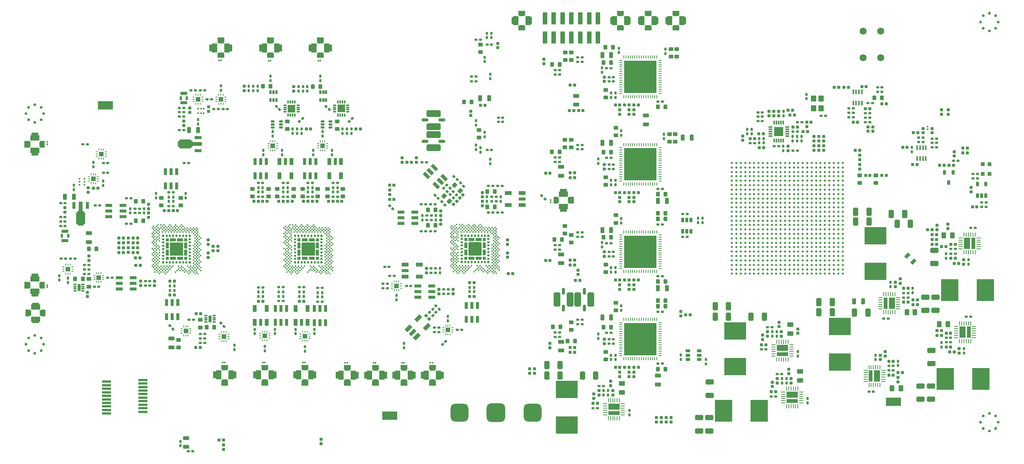
<source format=gtp>
G04*
G04 #@! TF.GenerationSoftware,Altium Limited,Altium Designer,19.1.6 (110)*
G04*
G04 Layer_Color=8421504*
%FSLAX44Y44*%
%MOMM*%
G71*
G01*
G75*
%ADD21R,0.7500X0.3000*%
%ADD22R,0.3000X0.7500*%
%ADD23R,1.7500X1.7500*%
G04:AMPARAMS|DCode=24|XSize=0.6mm|YSize=0.6mm|CornerRadius=0.06mm|HoleSize=0mm|Usage=FLASHONLY|Rotation=270.000|XOffset=0mm|YOffset=0mm|HoleType=Round|Shape=RoundedRectangle|*
%AMROUNDEDRECTD24*
21,1,0.6000,0.4800,0,0,270.0*
21,1,0.4800,0.6000,0,0,270.0*
1,1,0.1200,-0.2400,-0.2400*
1,1,0.1200,-0.2400,0.2400*
1,1,0.1200,0.2400,0.2400*
1,1,0.1200,0.2400,-0.2400*
%
%ADD24ROUNDEDRECTD24*%
G04:AMPARAMS|DCode=25|XSize=0.5mm|YSize=0.6mm|CornerRadius=0.05mm|HoleSize=0mm|Usage=FLASHONLY|Rotation=180.000|XOffset=0mm|YOffset=0mm|HoleType=Round|Shape=RoundedRectangle|*
%AMROUNDEDRECTD25*
21,1,0.5000,0.5000,0,0,180.0*
21,1,0.4000,0.6000,0,0,180.0*
1,1,0.1000,-0.2000,0.2500*
1,1,0.1000,0.2000,0.2500*
1,1,0.1000,0.2000,-0.2500*
1,1,0.1000,-0.2000,-0.2500*
%
%ADD25ROUNDEDRECTD25*%
G04:AMPARAMS|DCode=26|XSize=0.5mm|YSize=0.6mm|CornerRadius=0.05mm|HoleSize=0mm|Usage=FLASHONLY|Rotation=135.000|XOffset=0mm|YOffset=0mm|HoleType=Round|Shape=RoundedRectangle|*
%AMROUNDEDRECTD26*
21,1,0.5000,0.5000,0,0,135.0*
21,1,0.4000,0.6000,0,0,135.0*
1,1,0.1000,0.0354,0.3182*
1,1,0.1000,0.3182,0.0354*
1,1,0.1000,-0.0354,-0.3182*
1,1,0.1000,-0.3182,-0.0354*
%
%ADD26ROUNDEDRECTD26*%
G04:AMPARAMS|DCode=27|XSize=0.45mm|YSize=0.8mm|CornerRadius=0.0563mm|HoleSize=0mm|Usage=FLASHONLY|Rotation=270.000|XOffset=0mm|YOffset=0mm|HoleType=Round|Shape=RoundedRectangle|*
%AMROUNDEDRECTD27*
21,1,0.4500,0.6875,0,0,270.0*
21,1,0.3375,0.8000,0,0,270.0*
1,1,0.1125,-0.3438,-0.1688*
1,1,0.1125,-0.3438,0.1688*
1,1,0.1125,0.3438,0.1688*
1,1,0.1125,0.3438,-0.1688*
%
%ADD27ROUNDEDRECTD27*%
G04:AMPARAMS|DCode=28|XSize=0.5mm|YSize=0.6mm|CornerRadius=0.05mm|HoleSize=0mm|Usage=FLASHONLY|Rotation=225.000|XOffset=0mm|YOffset=0mm|HoleType=Round|Shape=RoundedRectangle|*
%AMROUNDEDRECTD28*
21,1,0.5000,0.5000,0,0,225.0*
21,1,0.4000,0.6000,0,0,225.0*
1,1,0.1000,-0.3182,0.0354*
1,1,0.1000,-0.0354,0.3182*
1,1,0.1000,0.3182,-0.0354*
1,1,0.1000,0.0354,-0.3182*
%
%ADD28ROUNDEDRECTD28*%
G04:AMPARAMS|DCode=29|XSize=0.45mm|YSize=0.8mm|CornerRadius=0.0563mm|HoleSize=0mm|Usage=FLASHONLY|Rotation=0.000|XOffset=0mm|YOffset=0mm|HoleType=Round|Shape=RoundedRectangle|*
%AMROUNDEDRECTD29*
21,1,0.4500,0.6875,0,0,0.0*
21,1,0.3375,0.8000,0,0,0.0*
1,1,0.1125,0.1688,-0.3438*
1,1,0.1125,-0.1688,-0.3438*
1,1,0.1125,-0.1688,0.3438*
1,1,0.1125,0.1688,0.3438*
%
%ADD29ROUNDEDRECTD29*%
G04:AMPARAMS|DCode=30|XSize=1mm|YSize=0.9mm|CornerRadius=0.1125mm|HoleSize=0mm|Usage=FLASHONLY|Rotation=90.000|XOffset=0mm|YOffset=0mm|HoleType=Round|Shape=RoundedRectangle|*
%AMROUNDEDRECTD30*
21,1,1.0000,0.6750,0,0,90.0*
21,1,0.7750,0.9000,0,0,90.0*
1,1,0.2250,0.3375,0.3875*
1,1,0.2250,0.3375,-0.3875*
1,1,0.2250,-0.3375,-0.3875*
1,1,0.2250,-0.3375,0.3875*
%
%ADD30ROUNDEDRECTD30*%
G04:AMPARAMS|DCode=31|XSize=0.5mm|YSize=0.6mm|CornerRadius=0.05mm|HoleSize=0mm|Usage=FLASHONLY|Rotation=90.000|XOffset=0mm|YOffset=0mm|HoleType=Round|Shape=RoundedRectangle|*
%AMROUNDEDRECTD31*
21,1,0.5000,0.5000,0,0,90.0*
21,1,0.4000,0.6000,0,0,90.0*
1,1,0.1000,0.2500,0.2000*
1,1,0.1000,0.2500,-0.2000*
1,1,0.1000,-0.2500,-0.2000*
1,1,0.1000,-0.2500,0.2000*
%
%ADD31ROUNDEDRECTD31*%
G04:AMPARAMS|DCode=32|XSize=0.6mm|YSize=0.6mm|CornerRadius=0.06mm|HoleSize=0mm|Usage=FLASHONLY|Rotation=0.000|XOffset=0mm|YOffset=0mm|HoleType=Round|Shape=RoundedRectangle|*
%AMROUNDEDRECTD32*
21,1,0.6000,0.4800,0,0,0.0*
21,1,0.4800,0.6000,0,0,0.0*
1,1,0.1200,0.2400,-0.2400*
1,1,0.1200,-0.2400,-0.2400*
1,1,0.1200,-0.2400,0.2400*
1,1,0.1200,0.2400,0.2400*
%
%ADD32ROUNDEDRECTD32*%
G04:AMPARAMS|DCode=33|XSize=1mm|YSize=0.9mm|CornerRadius=0.1125mm|HoleSize=0mm|Usage=FLASHONLY|Rotation=0.000|XOffset=0mm|YOffset=0mm|HoleType=Round|Shape=RoundedRectangle|*
%AMROUNDEDRECTD33*
21,1,1.0000,0.6750,0,0,0.0*
21,1,0.7750,0.9000,0,0,0.0*
1,1,0.2250,0.3875,-0.3375*
1,1,0.2250,-0.3875,-0.3375*
1,1,0.2250,-0.3875,0.3375*
1,1,0.2250,0.3875,0.3375*
%
%ADD33ROUNDEDRECTD33*%
G04:AMPARAMS|DCode=34|XSize=1.3mm|YSize=0.8mm|CornerRadius=0.1mm|HoleSize=0mm|Usage=FLASHONLY|Rotation=180.000|XOffset=0mm|YOffset=0mm|HoleType=Round|Shape=RoundedRectangle|*
%AMROUNDEDRECTD34*
21,1,1.3000,0.6000,0,0,180.0*
21,1,1.1000,0.8000,0,0,180.0*
1,1,0.2000,-0.5500,0.3000*
1,1,0.2000,0.5500,0.3000*
1,1,0.2000,0.5500,-0.3000*
1,1,0.2000,-0.5500,-0.3000*
%
%ADD34ROUNDEDRECTD34*%
%ADD35C,0.3500*%
%ADD36R,0.2000X0.2000*%
G04:AMPARAMS|DCode=37|XSize=4.2mm|YSize=4.2mm|CornerRadius=1.05mm|HoleSize=0mm|Usage=FLASHONLY|Rotation=90.000|XOffset=0mm|YOffset=0mm|HoleType=Round|Shape=RoundedRectangle|*
%AMROUNDEDRECTD37*
21,1,4.2000,2.1000,0,0,90.0*
21,1,2.1000,4.2000,0,0,90.0*
1,1,2.1000,1.0500,1.0500*
1,1,2.1000,1.0500,-1.0500*
1,1,2.1000,-1.0500,-1.0500*
1,1,2.1000,-1.0500,1.0500*
%
%ADD37ROUNDEDRECTD37*%
G04:AMPARAMS|DCode=38|XSize=4mm|YSize=4mm|CornerRadius=1mm|HoleSize=0mm|Usage=FLASHONLY|Rotation=90.000|XOffset=0mm|YOffset=0mm|HoleType=Round|Shape=RoundedRectangle|*
%AMROUNDEDRECTD38*
21,1,4.0000,2.0000,0,0,90.0*
21,1,2.0000,4.0000,0,0,90.0*
1,1,2.0000,1.0000,1.0000*
1,1,2.0000,1.0000,-1.0000*
1,1,2.0000,-1.0000,-1.0000*
1,1,2.0000,-1.0000,1.0000*
%
%ADD38ROUNDEDRECTD38*%
%ADD39R,1.0000X2.7500*%
G04:AMPARAMS|DCode=40|XSize=1.3mm|YSize=0.8mm|CornerRadius=0.1mm|HoleSize=0mm|Usage=FLASHONLY|Rotation=270.000|XOffset=0mm|YOffset=0mm|HoleType=Round|Shape=RoundedRectangle|*
%AMROUNDEDRECTD40*
21,1,1.3000,0.6000,0,0,270.0*
21,1,1.1000,0.8000,0,0,270.0*
1,1,0.2000,-0.3000,-0.5500*
1,1,0.2000,-0.3000,0.5500*
1,1,0.2000,0.3000,0.5500*
1,1,0.2000,0.3000,-0.5500*
%
%ADD40ROUNDEDRECTD40*%
%ADD41R,1.6500X0.9000*%
%ADD42R,1.6500X0.7600*%
%ADD43R,3.5000X1.9000*%
%ADD44R,1.0000X1.5500*%
%ADD45R,1.6000X1.2000*%
%ADD46R,1.2000X1.5500*%
%ADD47R,1.2000X1.2000*%
%ADD48R,2.1500X1.2000*%
%ADD49R,1.5500X1.0000*%
%ADD50R,1.2000X1.6000*%
%ADD51R,1.5500X1.2000*%
%ADD52R,1.2000X1.2000*%
%ADD53R,1.2000X2.1500*%
G04:AMPARAMS|DCode=54|XSize=1.4mm|YSize=1.2mm|CornerRadius=0.15mm|HoleSize=0mm|Usage=FLASHONLY|Rotation=270.000|XOffset=0mm|YOffset=0mm|HoleType=Round|Shape=RoundedRectangle|*
%AMROUNDEDRECTD54*
21,1,1.4000,0.9000,0,0,270.0*
21,1,1.1000,1.2000,0,0,270.0*
1,1,0.3000,-0.4500,-0.5500*
1,1,0.3000,-0.4500,0.5500*
1,1,0.3000,0.4500,0.5500*
1,1,0.3000,0.4500,-0.5500*
%
%ADD54ROUNDEDRECTD54*%
G04:AMPARAMS|DCode=55|XSize=0.9mm|YSize=1.65mm|CornerRadius=0mm|HoleSize=0mm|Usage=FLASHONLY|Rotation=315.000|XOffset=0mm|YOffset=0mm|HoleType=Round|Shape=Rectangle|*
%AMROTATEDRECTD55*
4,1,4,-0.9016,-0.2652,0.2652,0.9016,0.9016,0.2652,-0.2652,-0.9016,-0.9016,-0.2652,0.0*
%
%ADD55ROTATEDRECTD55*%

G04:AMPARAMS|DCode=56|XSize=0.76mm|YSize=1.65mm|CornerRadius=0mm|HoleSize=0mm|Usage=FLASHONLY|Rotation=315.000|XOffset=0mm|YOffset=0mm|HoleType=Round|Shape=Rectangle|*
%AMROTATEDRECTD56*
4,1,4,-0.8521,-0.3147,0.3147,0.8521,0.8521,0.3147,-0.3147,-0.8521,-0.8521,-0.3147,0.0*
%
%ADD56ROTATEDRECTD56*%

G04:AMPARAMS|DCode=57|XSize=0.6mm|YSize=0.6mm|CornerRadius=0.06mm|HoleSize=0mm|Usage=FLASHONLY|Rotation=225.000|XOffset=0mm|YOffset=0mm|HoleType=Round|Shape=RoundedRectangle|*
%AMROUNDEDRECTD57*
21,1,0.6000,0.4800,0,0,225.0*
21,1,0.4800,0.6000,0,0,225.0*
1,1,0.1200,-0.3394,0.0000*
1,1,0.1200,0.0000,0.3394*
1,1,0.1200,0.3394,0.0000*
1,1,0.1200,0.0000,-0.3394*
%
%ADD57ROUNDEDRECTD57*%
G04:AMPARAMS|DCode=58|XSize=0.9mm|YSize=0.9mm|CornerRadius=0.1125mm|HoleSize=0mm|Usage=FLASHONLY|Rotation=90.000|XOffset=0mm|YOffset=0mm|HoleType=Round|Shape=RoundedRectangle|*
%AMROUNDEDRECTD58*
21,1,0.9000,0.6750,0,0,90.0*
21,1,0.6750,0.9000,0,0,90.0*
1,1,0.2250,0.3375,0.3375*
1,1,0.2250,0.3375,-0.3375*
1,1,0.2250,-0.3375,-0.3375*
1,1,0.2250,-0.3375,0.3375*
%
%ADD58ROUNDEDRECTD58*%
%ADD59R,0.7600X1.6500*%
%ADD60R,0.9000X1.6500*%
G04:AMPARAMS|DCode=61|XSize=0.6mm|YSize=1mm|CornerRadius=0.075mm|HoleSize=0mm|Usage=FLASHONLY|Rotation=0.000|XOffset=0mm|YOffset=0mm|HoleType=Round|Shape=RoundedRectangle|*
%AMROUNDEDRECTD61*
21,1,0.6000,0.8500,0,0,0.0*
21,1,0.4500,1.0000,0,0,0.0*
1,1,0.1500,0.2250,-0.4250*
1,1,0.1500,-0.2250,-0.4250*
1,1,0.1500,-0.2250,0.4250*
1,1,0.1500,0.2250,0.4250*
%
%ADD61ROUNDEDRECTD61*%
%ADD62R,0.4000X1.0000*%
%ADD63C,1.6000*%
%ADD64R,2.0000X0.5000*%
%ADD65R,0.3100X0.3000*%
G04:AMPARAMS|DCode=66|XSize=1.5mm|YSize=0.71mm|CornerRadius=0.1775mm|HoleSize=0mm|Usage=FLASHONLY|Rotation=180.000|XOffset=0mm|YOffset=0mm|HoleType=Round|Shape=RoundedRectangle|*
%AMROUNDEDRECTD66*
21,1,1.5000,0.3550,0,0,180.0*
21,1,1.1450,0.7100,0,0,180.0*
1,1,0.3550,-0.5725,0.1775*
1,1,0.3550,0.5725,0.1775*
1,1,0.3550,0.5725,-0.1775*
1,1,0.3550,-0.5725,-0.1775*
%
%ADD66ROUNDEDRECTD66*%
G04:AMPARAMS|DCode=67|XSize=3.25mm|YSize=1.5mm|CornerRadius=0.375mm|HoleSize=0mm|Usage=FLASHONLY|Rotation=180.000|XOffset=0mm|YOffset=0mm|HoleType=Round|Shape=RoundedRectangle|*
%AMROUNDEDRECTD67*
21,1,3.2500,0.7500,0,0,180.0*
21,1,2.5000,1.5000,0,0,180.0*
1,1,0.7500,-1.2500,0.3750*
1,1,0.7500,1.2500,0.3750*
1,1,0.7500,1.2500,-0.3750*
1,1,0.7500,-1.2500,-0.3750*
%
%ADD67ROUNDEDRECTD67*%
%ADD68R,0.3500X0.4500*%
%ADD69R,0.4500X0.3500*%
%ADD70R,0.3000X0.3100*%
%ADD71R,0.6000X0.9000*%
%ADD72R,1.5000X0.7500*%
%ADD73R,1.6000X0.7112*%
%ADD74R,2.0000X0.9144*%
G04:AMPARAMS|DCode=75|XSize=2mm|YSize=3.4mm|CornerRadius=0mm|HoleSize=0mm|Usage=FLASHONLY|Rotation=270.000|XOffset=0mm|YOffset=0mm|HoleType=Round|Shape=Octagon|*
%AMOCTAGOND75*
4,1,8,1.7000,0.5000,1.7000,-0.5000,1.2000,-1.0000,-1.2000,-1.0000,-1.7000,-0.5000,-1.7000,0.5000,-1.2000,1.0000,1.2000,1.0000,1.7000,0.5000,0.0*
%
%ADD75OCTAGOND75*%

%ADD76R,0.7000X0.3000*%
%ADD77R,0.7000X1.6000*%
%ADD78R,0.7112X1.6000*%
%ADD79R,0.9144X2.0000*%
G04:AMPARAMS|DCode=80|XSize=2mm|YSize=3.4mm|CornerRadius=0mm|HoleSize=0mm|Usage=FLASHONLY|Rotation=0.000|XOffset=0mm|YOffset=0mm|HoleType=Round|Shape=Octagon|*
%AMOCTAGOND80*
4,1,8,-0.5000,1.7000,0.5000,1.7000,1.0000,1.2000,1.0000,-1.2000,0.5000,-1.7000,-0.5000,-1.7000,-1.0000,-1.2000,-1.0000,1.2000,-0.5000,1.7000,0.0*
%
%ADD80OCTAGOND80*%

G04:AMPARAMS|DCode=81|XSize=1.3mm|YSize=0.8mm|CornerRadius=0.1mm|HoleSize=0mm|Usage=FLASHONLY|Rotation=225.000|XOffset=0mm|YOffset=0mm|HoleType=Round|Shape=RoundedRectangle|*
%AMROUNDEDRECTD81*
21,1,1.3000,0.6000,0,0,225.0*
21,1,1.1000,0.8000,0,0,225.0*
1,1,0.2000,-0.6010,-0.1768*
1,1,0.2000,0.1768,0.6010*
1,1,0.2000,0.6010,0.1768*
1,1,0.2000,-0.1768,-0.6010*
%
%ADD81ROUNDEDRECTD81*%
G04:AMPARAMS|DCode=82|XSize=1.8mm|YSize=1.15mm|CornerRadius=0.1438mm|HoleSize=0mm|Usage=FLASHONLY|Rotation=90.000|XOffset=0mm|YOffset=0mm|HoleType=Round|Shape=RoundedRectangle|*
%AMROUNDEDRECTD82*
21,1,1.8000,0.8625,0,0,90.0*
21,1,1.5125,1.1500,0,0,90.0*
1,1,0.2875,0.4313,0.7563*
1,1,0.2875,0.4313,-0.7563*
1,1,0.2875,-0.4313,-0.7563*
1,1,0.2875,-0.4313,0.7563*
%
%ADD82ROUNDEDRECTD82*%
G04:AMPARAMS|DCode=83|XSize=1.8mm|YSize=1.15mm|CornerRadius=0.1438mm|HoleSize=0mm|Usage=FLASHONLY|Rotation=180.000|XOffset=0mm|YOffset=0mm|HoleType=Round|Shape=RoundedRectangle|*
%AMROUNDEDRECTD83*
21,1,1.8000,0.8625,0,0,180.0*
21,1,1.5125,1.1500,0,0,180.0*
1,1,0.2875,-0.7563,0.4313*
1,1,0.2875,0.7563,0.4313*
1,1,0.2875,0.7563,-0.4313*
1,1,0.2875,-0.7563,-0.4313*
%
%ADD83ROUNDEDRECTD83*%
G04:AMPARAMS|DCode=84|XSize=1.4mm|YSize=1mm|CornerRadius=0.125mm|HoleSize=0mm|Usage=FLASHONLY|Rotation=270.000|XOffset=0mm|YOffset=0mm|HoleType=Round|Shape=RoundedRectangle|*
%AMROUNDEDRECTD84*
21,1,1.4000,0.7500,0,0,270.0*
21,1,1.1500,1.0000,0,0,270.0*
1,1,0.2500,-0.3750,-0.5750*
1,1,0.2500,-0.3750,0.5750*
1,1,0.2500,0.3750,0.5750*
1,1,0.2500,0.3750,-0.5750*
%
%ADD84ROUNDEDRECTD84*%
G04:AMPARAMS|DCode=85|XSize=1.4mm|YSize=1mm|CornerRadius=0.125mm|HoleSize=0mm|Usage=FLASHONLY|Rotation=0.000|XOffset=0mm|YOffset=0mm|HoleType=Round|Shape=RoundedRectangle|*
%AMROUNDEDRECTD85*
21,1,1.4000,0.7500,0,0,0.0*
21,1,1.1500,1.0000,0,0,0.0*
1,1,0.2500,0.5750,-0.3750*
1,1,0.2500,-0.5750,-0.3750*
1,1,0.2500,-0.5750,0.3750*
1,1,0.2500,0.5750,0.3750*
%
%ADD85ROUNDEDRECTD85*%
%ADD86R,5.0000X4.0000*%
%ADD87R,4.0000X5.0000*%
%ADD88R,0.3000X0.8500*%
%ADD89R,0.8500X0.3000*%
%ADD90R,2.1000X2.1000*%
%ADD91O,0.2400X0.7500*%
%ADD92O,0.7500X0.2400*%
%ADD93R,7.4000X7.4000*%
G04:AMPARAMS|DCode=94|XSize=0.6mm|YSize=1mm|CornerRadius=0.075mm|HoleSize=0mm|Usage=FLASHONLY|Rotation=90.000|XOffset=0mm|YOffset=0mm|HoleType=Round|Shape=RoundedRectangle|*
%AMROUNDEDRECTD94*
21,1,0.6000,0.8500,0,0,90.0*
21,1,0.4500,1.0000,0,0,90.0*
1,1,0.1500,0.4250,0.2250*
1,1,0.1500,0.4250,-0.2250*
1,1,0.1500,-0.4250,-0.2250*
1,1,0.1500,-0.4250,0.2250*
%
%ADD94ROUNDEDRECTD94*%
%ADD95R,0.3500X0.3000*%
%ADD96C,0.5000*%
G04:AMPARAMS|DCode=97|XSize=0.6mm|YSize=0.6mm|CornerRadius=0.06mm|HoleSize=0mm|Usage=FLASHONLY|Rotation=315.000|XOffset=0mm|YOffset=0mm|HoleType=Round|Shape=RoundedRectangle|*
%AMROUNDEDRECTD97*
21,1,0.6000,0.4800,0,0,315.0*
21,1,0.4800,0.6000,0,0,315.0*
1,1,0.1200,0.0000,-0.3394*
1,1,0.1200,-0.3394,0.0000*
1,1,0.1200,0.0000,0.3394*
1,1,0.1200,0.3394,0.0000*
%
%ADD97ROUNDEDRECTD97*%
G04:AMPARAMS|DCode=98|XSize=1mm|YSize=0.9mm|CornerRadius=0.1125mm|HoleSize=0mm|Usage=FLASHONLY|Rotation=225.000|XOffset=0mm|YOffset=0mm|HoleType=Round|Shape=RoundedRectangle|*
%AMROUNDEDRECTD98*
21,1,1.0000,0.6750,0,0,225.0*
21,1,0.7750,0.9000,0,0,225.0*
1,1,0.2250,-0.5127,-0.0354*
1,1,0.2250,0.0354,0.5127*
1,1,0.2250,0.5127,0.0354*
1,1,0.2250,-0.0354,-0.5127*
%
%ADD98ROUNDEDRECTD98*%
G04:AMPARAMS|DCode=99|XSize=0.76mm|YSize=1.65mm|CornerRadius=0mm|HoleSize=0mm|Usage=FLASHONLY|Rotation=225.000|XOffset=0mm|YOffset=0mm|HoleType=Round|Shape=Rectangle|*
%AMROTATEDRECTD99*
4,1,4,-0.3147,0.8521,0.8521,-0.3147,0.3147,-0.8521,-0.8521,0.3147,-0.3147,0.8521,0.0*
%
%ADD99ROTATEDRECTD99*%

G04:AMPARAMS|DCode=100|XSize=0.25mm|YSize=0.475mm|CornerRadius=0.0625mm|HoleSize=0mm|Usage=FLASHONLY|Rotation=0.000|XOffset=0mm|YOffset=0mm|HoleType=Round|Shape=RoundedRectangle|*
%AMROUNDEDRECTD100*
21,1,0.2500,0.3500,0,0,0.0*
21,1,0.1250,0.4750,0,0,0.0*
1,1,0.1250,0.0625,-0.1750*
1,1,0.1250,-0.0625,-0.1750*
1,1,0.1250,-0.0625,0.1750*
1,1,0.1250,0.0625,0.1750*
%
%ADD100ROUNDEDRECTD100*%
G04:AMPARAMS|DCode=101|XSize=0.25mm|YSize=0.475mm|CornerRadius=0.0625mm|HoleSize=0mm|Usage=FLASHONLY|Rotation=270.000|XOffset=0mm|YOffset=0mm|HoleType=Round|Shape=RoundedRectangle|*
%AMROUNDEDRECTD101*
21,1,0.2500,0.3500,0,0,270.0*
21,1,0.1250,0.4750,0,0,270.0*
1,1,0.1250,-0.1750,-0.0625*
1,1,0.1250,-0.1750,0.0625*
1,1,0.1250,0.1750,0.0625*
1,1,0.1250,0.1750,-0.0625*
%
%ADD101ROUNDEDRECTD101*%
%ADD102R,1.1000X1.1000*%
%ADD103R,1.1000X1.1000*%
G04:AMPARAMS|DCode=104|XSize=0.25mm|YSize=1mm|CornerRadius=0.0625mm|HoleSize=0mm|Usage=FLASHONLY|Rotation=0.000|XOffset=0mm|YOffset=0mm|HoleType=Round|Shape=RoundedRectangle|*
%AMROUNDEDRECTD104*
21,1,0.2500,0.8750,0,0,0.0*
21,1,0.1250,1.0000,0,0,0.0*
1,1,0.1250,0.0625,-0.4375*
1,1,0.1250,-0.0625,-0.4375*
1,1,0.1250,-0.0625,0.4375*
1,1,0.1250,0.0625,0.4375*
%
%ADD104ROUNDEDRECTD104*%
G04:AMPARAMS|DCode=105|XSize=0.25mm|YSize=1mm|CornerRadius=0.0625mm|HoleSize=0mm|Usage=FLASHONLY|Rotation=270.000|XOffset=0mm|YOffset=0mm|HoleType=Round|Shape=RoundedRectangle|*
%AMROUNDEDRECTD105*
21,1,0.2500,0.8750,0,0,270.0*
21,1,0.1250,1.0000,0,0,270.0*
1,1,0.1250,-0.4375,-0.0625*
1,1,0.1250,-0.4375,0.0625*
1,1,0.1250,0.4375,0.0625*
1,1,0.1250,0.4375,-0.0625*
%
%ADD105ROUNDEDRECTD105*%
%ADD106R,1.4000X2.5500*%
%ADD107R,0.9000X2.5500*%
%ADD108R,2.5500X1.4000*%
%ADD109R,2.5500X0.9000*%
G04:AMPARAMS|DCode=110|XSize=3.25mm|YSize=1.5mm|CornerRadius=0.375mm|HoleSize=0mm|Usage=FLASHONLY|Rotation=90.000|XOffset=0mm|YOffset=0mm|HoleType=Round|Shape=RoundedRectangle|*
%AMROUNDEDRECTD110*
21,1,3.2500,0.7500,0,0,90.0*
21,1,2.5000,1.5000,0,0,90.0*
1,1,0.7500,0.3750,1.2500*
1,1,0.7500,0.3750,-1.2500*
1,1,0.7500,-0.3750,-1.2500*
1,1,0.7500,-0.3750,1.2500*
%
%ADD110ROUNDEDRECTD110*%
G04:AMPARAMS|DCode=111|XSize=1.5mm|YSize=0.71mm|CornerRadius=0.1775mm|HoleSize=0mm|Usage=FLASHONLY|Rotation=90.000|XOffset=0mm|YOffset=0mm|HoleType=Round|Shape=RoundedRectangle|*
%AMROUNDEDRECTD111*
21,1,1.5000,0.3550,0,0,90.0*
21,1,1.1450,0.7100,0,0,90.0*
1,1,0.3550,0.1775,0.5725*
1,1,0.3550,0.1775,-0.5725*
1,1,0.3550,-0.1775,-0.5725*
1,1,0.3550,-0.1775,0.5725*
%
%ADD111ROUNDEDRECTD111*%
G36*
X2286699Y1094043D02*
X2287543Y1093199D01*
X2288000Y1092097D01*
Y1091500D01*
Y1090903D01*
X2287543Y1089801D01*
X2286699Y1088957D01*
X2285597Y1088500D01*
X2284403D01*
X2283300Y1088957D01*
X2282457Y1089801D01*
X2282000Y1090903D01*
Y1091500D01*
Y1092097D01*
X2282457Y1093199D01*
X2283300Y1094043D01*
X2284403Y1094500D01*
X2285597D01*
X2286699Y1094043D01*
D02*
G37*
G36*
X2300841Y1088185D02*
X2301263Y1087763D01*
X2301685Y1087342D01*
X2302142Y1086239D01*
Y1085045D01*
X2301685Y1083943D01*
X2301263Y1083521D01*
X2300841Y1083099D01*
X2299739Y1082642D01*
X2298545D01*
X2297443Y1083099D01*
X2297021Y1083521D01*
X2296599Y1083943D01*
X2296142Y1085045D01*
Y1086239D01*
X2296599Y1087342D01*
X2297021Y1087763D01*
X2297443Y1088185D01*
X2298545Y1088642D01*
X2299739D01*
X2300841Y1088185D01*
D02*
G37*
G36*
X2272557D02*
X2272979Y1087763D01*
X2273401Y1087342D01*
X2273858Y1086239D01*
Y1085045D01*
X2273401Y1083943D01*
X2272979Y1083521D01*
X2272557Y1083099D01*
X2271454Y1082642D01*
X2270261D01*
X2269158Y1083099D01*
X2268736Y1083521D01*
X2268315Y1083943D01*
X2267858Y1085045D01*
Y1086239D01*
X2268315Y1087342D01*
X2268736Y1087763D01*
X2269158Y1088185D01*
X2270261Y1088642D01*
X2271454D01*
X2272557Y1088185D01*
D02*
G37*
G36*
X2306699Y1074043D02*
X2307543Y1073199D01*
X2308000Y1072097D01*
Y1071500D01*
Y1070903D01*
X2307543Y1069801D01*
X2306699Y1068957D01*
X2305597Y1068500D01*
X2304403D01*
X2303300Y1068957D01*
X2302457Y1069801D01*
X2302000Y1070903D01*
Y1071500D01*
Y1072097D01*
X2302457Y1073199D01*
X2303300Y1074043D01*
X2304403Y1074500D01*
X2305597D01*
X2306699Y1074043D01*
D02*
G37*
G36*
X2266699D02*
X2267543Y1073199D01*
X2268000Y1072097D01*
Y1071500D01*
Y1070903D01*
X2267543Y1069801D01*
X2266699Y1068957D01*
X2265597Y1068500D01*
X2264403D01*
X2263300Y1068957D01*
X2262457Y1069801D01*
X2262000Y1070903D01*
Y1071500D01*
Y1072097D01*
X2262457Y1073199D01*
X2263300Y1074043D01*
X2264403Y1074500D01*
X2265597D01*
X2266699Y1074043D01*
D02*
G37*
G36*
X2300841Y1059901D02*
X2301263Y1059479D01*
X2301685Y1059057D01*
X2302142Y1057955D01*
Y1056761D01*
X2301685Y1055658D01*
X2301263Y1055237D01*
X2300841Y1054815D01*
X2299739Y1054358D01*
X2298545D01*
X2297443Y1054815D01*
X2297021Y1055237D01*
X2296599Y1055658D01*
X2296142Y1056761D01*
Y1057955D01*
X2296599Y1059057D01*
X2297021Y1059479D01*
X2297443Y1059901D01*
X2298545Y1060358D01*
X2299739D01*
X2300841Y1059901D01*
D02*
G37*
G36*
X2272557D02*
X2272979Y1059479D01*
X2273401Y1059057D01*
X2273858Y1057955D01*
Y1056761D01*
X2273401Y1055658D01*
X2272979Y1055237D01*
X2272557Y1054815D01*
X2271454Y1054358D01*
X2270261D01*
X2269158Y1054815D01*
X2268736Y1055237D01*
X2268315Y1055658D01*
X2267858Y1056761D01*
Y1057955D01*
X2268315Y1059057D01*
X2268736Y1059479D01*
X2269158Y1059901D01*
X2270261Y1060358D01*
X2271454D01*
X2272557Y1059901D01*
D02*
G37*
G36*
X2286699Y1054043D02*
X2287543Y1053199D01*
X2288000Y1052097D01*
Y1051500D01*
Y1050903D01*
X2287543Y1049801D01*
X2286699Y1048957D01*
X2285597Y1048500D01*
X2284403D01*
X2283300Y1048957D01*
X2282457Y1049801D01*
X2282000Y1050903D01*
Y1051500D01*
Y1052097D01*
X2282457Y1053199D01*
X2283300Y1054043D01*
X2284403Y1054500D01*
X2285597D01*
X2286699Y1054043D01*
D02*
G37*
G36*
X131949Y887293D02*
X132793Y886449D01*
X133250Y885347D01*
Y884750D01*
Y884153D01*
X132793Y883051D01*
X131949Y882207D01*
X130847Y881750D01*
X129653D01*
X128551Y882207D01*
X127707Y883051D01*
X127250Y884153D01*
Y884750D01*
Y885347D01*
X127707Y886449D01*
X128551Y887293D01*
X129653Y887750D01*
X130847D01*
X131949Y887293D01*
D02*
G37*
G36*
X146091Y881435D02*
X146513Y881013D01*
X146935Y880591D01*
X147392Y879489D01*
Y878295D01*
X146935Y877193D01*
X146513Y876771D01*
X146091Y876349D01*
X144989Y875892D01*
X143795D01*
X142693Y876349D01*
X142271Y876771D01*
X141849Y877193D01*
X141392Y878295D01*
Y879489D01*
X141849Y880591D01*
X142271Y881013D01*
X142693Y881435D01*
X143795Y881892D01*
X144989D01*
X146091Y881435D01*
D02*
G37*
G36*
X117807D02*
X118229Y881013D01*
X118651Y880591D01*
X119108Y879489D01*
Y878295D01*
X118651Y877193D01*
X118229Y876771D01*
X117807Y876349D01*
X116705Y875892D01*
X115511D01*
X114408Y876349D01*
X113987Y876771D01*
X113565Y877193D01*
X113108Y878295D01*
Y879489D01*
X113565Y880591D01*
X113987Y881013D01*
X114408Y881435D01*
X115511Y881892D01*
X116705D01*
X117807Y881435D01*
D02*
G37*
G36*
X151949Y867293D02*
X152793Y866449D01*
X153250Y865347D01*
Y864750D01*
Y864153D01*
X152793Y863051D01*
X151949Y862207D01*
X150847Y861750D01*
X149653D01*
X148551Y862207D01*
X147707Y863051D01*
X147250Y864153D01*
Y864750D01*
Y865347D01*
X147707Y866449D01*
X148551Y867293D01*
X149653Y867750D01*
X150847D01*
X151949Y867293D01*
D02*
G37*
G36*
X111949D02*
X112793Y866449D01*
X113250Y865347D01*
Y864750D01*
Y864153D01*
X112793Y863051D01*
X111949Y862207D01*
X110847Y861750D01*
X109653D01*
X108551Y862207D01*
X107707Y863051D01*
X107250Y864153D01*
Y864750D01*
Y865347D01*
X107707Y866449D01*
X108551Y867293D01*
X109653Y867750D01*
X110847D01*
X111949Y867293D01*
D02*
G37*
G36*
X146091Y853151D02*
X146513Y852729D01*
X146935Y852307D01*
X147392Y851205D01*
Y850011D01*
X146935Y848908D01*
X146513Y848486D01*
X146091Y848064D01*
X144989Y847608D01*
X143795D01*
X142693Y848064D01*
X142271Y848486D01*
X141849Y848908D01*
X141392Y850011D01*
Y851205D01*
X141849Y852307D01*
X142271Y852729D01*
X142693Y853151D01*
X143795Y853608D01*
X144989D01*
X146091Y853151D01*
D02*
G37*
G36*
X117807D02*
X118229Y852729D01*
X118651Y852307D01*
X119108Y851205D01*
Y850011D01*
X118651Y848908D01*
X118229Y848486D01*
X117807Y848064D01*
X116705Y847608D01*
X115511D01*
X114408Y848064D01*
X113987Y848486D01*
X113565Y848908D01*
X113108Y850011D01*
Y851205D01*
X113565Y852307D01*
X113987Y852729D01*
X114408Y853151D01*
X115511Y853608D01*
X116705D01*
X117807Y853151D01*
D02*
G37*
G36*
X131949Y847293D02*
X132793Y846449D01*
X133250Y845347D01*
Y844750D01*
Y844153D01*
X132793Y843051D01*
X131949Y842207D01*
X130847Y841750D01*
X129653D01*
X128551Y842207D01*
X127707Y843051D01*
X127250Y844153D01*
Y844750D01*
Y845347D01*
X127707Y846449D01*
X128551Y847293D01*
X129653Y847750D01*
X130847D01*
X131949Y847293D01*
D02*
G37*
G36*
X1147245Y591254D02*
X1147445Y591254D01*
X1147813Y591101D01*
X1148095Y590819D01*
X1148248Y590451D01*
Y590251D01*
X1148248Y587254D01*
X1148248Y587254D01*
X1148248Y587055D01*
X1148095Y586688D01*
X1147814Y586406D01*
X1147447Y586254D01*
X1147248Y586254D01*
X1144996Y586254D01*
X1144996Y586254D01*
X1144797Y586254D01*
X1144430Y586406D01*
X1144150Y586687D01*
X1143998Y587053D01*
X1143997Y587252D01*
X1143996Y590252D01*
X1143996D01*
X1143996Y590451D01*
X1144148Y590819D01*
X1144430Y591101D01*
X1144798Y591254D01*
X1144997Y591253D01*
X1147245Y591254D01*
X1147245Y591254D01*
D02*
G37*
G36*
X1102749Y591251D02*
X1102948Y591251D01*
X1103316Y591099D01*
X1103598Y590817D01*
X1103751Y590449D01*
X1103750Y590249D01*
X1103750D01*
X1103749Y587250D01*
X1103748Y587051D01*
X1103596Y586684D01*
X1103316Y586404D01*
X1102949Y586252D01*
X1102750Y586252D01*
X1102751Y586252D01*
X1100499Y586251D01*
X1100300Y586252D01*
X1099932Y586404D01*
X1099651Y586686D01*
X1099498Y587053D01*
X1099498Y587252D01*
X1099498Y587252D01*
X1099498Y590249D01*
Y590448D01*
X1099651Y590817D01*
X1099933Y591099D01*
X1100301Y591251D01*
X1100501Y591251D01*
X1100501Y591251D01*
X1102749Y591251D01*
D02*
G37*
G36*
X1155002Y591251D02*
X1155249Y591251D01*
X1155707Y591061D01*
X1156058Y590710D01*
X1156248Y590252D01*
Y590004D01*
X1156248Y587501D01*
X1156248Y587501D01*
X1156248Y587252D01*
X1156058Y586792D01*
X1155706Y586441D01*
X1155246Y586250D01*
X1154997Y586250D01*
X1152502Y586250D01*
X1152502Y586250D01*
X1152253Y586250D01*
X1151792Y586441D01*
X1151439Y586794D01*
X1151248Y587255D01*
X1151248Y587504D01*
Y590001D01*
X1151248Y590249D01*
X1151438Y590708D01*
X1151790Y591060D01*
X1152249Y591250D01*
X1152497Y591250D01*
X1155002Y591251D01*
X1155002Y591251D01*
D02*
G37*
G36*
X1095251Y591248D02*
X1095499Y591248D01*
X1095957Y591058D01*
X1096308Y590708D01*
X1096497Y590250D01*
Y590002D01*
X1096498Y587499D01*
X1096498Y587499D01*
X1096498Y587250D01*
X1096308Y586790D01*
X1095956Y586438D01*
X1095496Y586248D01*
X1095247Y586247D01*
X1092752Y586248D01*
X1092752Y586248D01*
X1092502Y586248D01*
X1092042Y586439D01*
X1091689Y586791D01*
X1091498Y587252D01*
X1091498Y587502D01*
Y589998D01*
X1091498Y590247D01*
X1091688Y590706D01*
X1092039Y591058D01*
X1092499Y591248D01*
X1092747Y591248D01*
X1095251Y591249D01*
X1095251Y591248D01*
D02*
G37*
G36*
X473305Y590689D02*
X473505Y590689D01*
X473873Y590536D01*
X474155Y590254D01*
X474308Y589886D01*
Y589686D01*
X474308Y586689D01*
X474308Y586690D01*
X474308Y586491D01*
X474156Y586123D01*
X473874Y585842D01*
X473507Y585689D01*
X473307Y585689D01*
X471055Y585689D01*
X471056Y585689D01*
X470857Y585689D01*
X470490Y585841D01*
X470210Y586122D01*
X470058Y586489D01*
X470057Y586687D01*
X470056Y589687D01*
X470056D01*
X470056Y589886D01*
X470208Y590255D01*
X470490Y590536D01*
X470858Y590689D01*
X471057Y590689D01*
X473305Y590689D01*
X473305Y590689D01*
D02*
G37*
G36*
X770805Y590689D02*
X771005Y590689D01*
X771373Y590536D01*
X771655Y590254D01*
X771808Y589886D01*
Y589686D01*
X771808Y586689D01*
X771808Y586690D01*
X771808Y586491D01*
X771656Y586123D01*
X771374Y585842D01*
X771006Y585689D01*
X770808Y585689D01*
X768556Y585689D01*
X768556Y585689D01*
X768357Y585689D01*
X767990Y585841D01*
X767710Y586122D01*
X767558Y586489D01*
X767557Y586687D01*
X767556Y589687D01*
X767556D01*
X767556Y589886D01*
X767708Y590255D01*
X767990Y590536D01*
X768358Y590689D01*
X768557Y590689D01*
X770805Y590689D01*
X770805Y590689D01*
D02*
G37*
G36*
X428809Y590686D02*
X429008Y590687D01*
X429376Y590534D01*
X429658Y590252D01*
X429810Y589884D01*
X429810Y589685D01*
X429810D01*
X429809Y586685D01*
X429809Y586486D01*
X429656Y586120D01*
X429376Y585839D01*
X429009Y585687D01*
X428810Y585687D01*
X428811Y585687D01*
X426558Y585687D01*
X426359Y585687D01*
X425992Y585839D01*
X425711Y586121D01*
X425558Y586488D01*
X425558Y586688D01*
X425558Y586687D01*
X425558Y589684D01*
Y589884D01*
X425711Y590252D01*
X425993Y590534D01*
X426361Y590687D01*
X426561Y590687D01*
X426561Y590687D01*
X428809Y590686D01*
D02*
G37*
G36*
X726309Y590686D02*
X726508Y590686D01*
X726877Y590534D01*
X727158Y590252D01*
X727310Y589884D01*
X727310Y589685D01*
X727310D01*
X727309Y586685D01*
X727309Y586486D01*
X727156Y586120D01*
X726876Y585839D01*
X726509Y585687D01*
X726311Y585687D01*
X726311Y585687D01*
X724059Y585687D01*
X723860Y585687D01*
X723492Y585839D01*
X723211Y586121D01*
X723058Y586488D01*
X723058Y586687D01*
X723058Y586687D01*
X723058Y589684D01*
Y589883D01*
X723211Y590252D01*
X723493Y590534D01*
X723861Y590687D01*
X724061Y590687D01*
X724061Y590687D01*
X726309Y590686D01*
D02*
G37*
G36*
X481062Y590686D02*
X481309Y590686D01*
X481767Y590496D01*
X482118Y590145D01*
X482308Y589687D01*
Y589439D01*
X482308Y586936D01*
X482308Y586936D01*
X482308Y586688D01*
X482118Y586228D01*
X481766Y585876D01*
X481306Y585685D01*
X481057Y585685D01*
X478562Y585686D01*
X478562Y585686D01*
X478312Y585686D01*
X477852Y585877D01*
X477499Y586229D01*
X477308Y586690D01*
X477308Y586939D01*
Y589436D01*
X477308Y589684D01*
X477498Y590144D01*
X477850Y590495D01*
X478309Y590685D01*
X478557Y590685D01*
X481062Y590686D01*
X481062Y590686D01*
D02*
G37*
G36*
X778562Y590686D02*
X778810Y590686D01*
X779268Y590496D01*
X779618Y590145D01*
X779808Y589687D01*
Y589439D01*
X779808Y586936D01*
X779808Y586936D01*
X779808Y586687D01*
X779618Y586228D01*
X779266Y585876D01*
X778806Y585685D01*
X778558Y585685D01*
X776062Y585686D01*
X776062Y585686D01*
X775813Y585686D01*
X775352Y585877D01*
X774999Y586229D01*
X774808Y586690D01*
X774808Y586939D01*
Y589436D01*
X774808Y589684D01*
X774998Y590144D01*
X775350Y590495D01*
X775809Y590685D01*
X776057Y590685D01*
X778562Y590686D01*
X778562Y590686D01*
D02*
G37*
G36*
X421311Y590684D02*
X421559Y590684D01*
X422017Y590494D01*
X422368Y590143D01*
X422557Y589685D01*
Y589437D01*
X422558Y586934D01*
X422558Y586934D01*
X422558Y586685D01*
X422368Y586226D01*
X422016Y585874D01*
X421556Y585683D01*
X421307Y585683D01*
X418812Y585683D01*
X418812Y585684D01*
X418562Y585683D01*
X418102Y585874D01*
X417749Y586227D01*
X417558Y586688D01*
X417558Y586937D01*
Y589434D01*
X417558Y589682D01*
X417748Y590141D01*
X418099Y590493D01*
X418559Y590683D01*
X418807Y590683D01*
X421311Y590684D01*
X421311Y590684D01*
D02*
G37*
G36*
X718811Y590684D02*
X719059Y590684D01*
X719517Y590494D01*
X719868Y590143D01*
X720057Y589685D01*
Y589437D01*
X720058Y586934D01*
X720058Y586934D01*
X720058Y586685D01*
X719867Y586225D01*
X719516Y585873D01*
X719056Y585683D01*
X718807Y585683D01*
X716312Y585683D01*
X716312Y585683D01*
X716062Y585683D01*
X715602Y585874D01*
X715249Y586227D01*
X715058Y586688D01*
X715058Y586937D01*
Y589434D01*
X715058Y589682D01*
X715248Y590141D01*
X715599Y590493D01*
X716059Y590683D01*
X716307Y590683D01*
X718811Y590684D01*
X718811Y590684D01*
D02*
G37*
G36*
X1139998Y591250D02*
X1139998Y591249D01*
X1140196Y591249D01*
X1140563Y591097D01*
X1140844Y590817D01*
X1140996Y590450D01*
X1140996Y590252D01*
X1140997Y587252D01*
X1140997D01*
X1140998Y587052D01*
X1140845Y586684D01*
X1140564Y586402D01*
X1140195Y586250D01*
X1139996Y586250D01*
X1137748Y586250D01*
X1137748D01*
X1137549Y586250D01*
X1137180Y586403D01*
X1136898Y586684D01*
X1136746Y587053D01*
Y587252D01*
X1136745Y590249D01*
X1136745Y590249D01*
X1136745Y590448D01*
X1136898Y590816D01*
X1137179Y591097D01*
X1137547Y591250D01*
X1137746Y591250D01*
X1139998Y591250D01*
D02*
G37*
G36*
X1132747Y591249D02*
X1132746Y591248D01*
X1132945Y591248D01*
X1133312Y591096D01*
X1133592Y590816D01*
X1133744Y590449D01*
X1133745Y590251D01*
X1133746Y587251D01*
X1133746D01*
X1133746Y587052D01*
X1133594Y586683D01*
X1133313Y586401D01*
X1132944Y586249D01*
X1132745Y586249D01*
X1130497Y586249D01*
X1130497Y586249D01*
X1130297Y586249D01*
X1129929Y586402D01*
X1129647Y586684D01*
X1129494Y587052D01*
Y587252D01*
X1129494Y590248D01*
X1129494Y590248D01*
X1129494Y590447D01*
X1129647Y590815D01*
X1129928Y591096D01*
X1130295Y591249D01*
X1130495Y591249D01*
X1132747Y591249D01*
D02*
G37*
G36*
X1124995Y591248D02*
X1124995Y591247D01*
X1125193Y591247D01*
X1125560Y591096D01*
X1125841Y590815D01*
X1125993Y590448D01*
X1125993Y590250D01*
X1125995Y587250D01*
X1125995D01*
X1125995Y587051D01*
X1125843Y586682D01*
X1125561Y586400D01*
X1125193Y586248D01*
X1124994Y586248D01*
X1122746Y586248D01*
X1122745Y586248D01*
X1122546Y586248D01*
X1122178Y586401D01*
X1121896Y586683D01*
X1121743Y587051D01*
Y587251D01*
X1121743Y590247D01*
X1121743Y590247D01*
X1121743Y590446D01*
X1121895Y590814D01*
X1122177Y591095D01*
X1122544Y591248D01*
X1122743Y591248D01*
X1124995Y591248D01*
D02*
G37*
G36*
X466058Y590685D02*
X466058Y590685D01*
X466256Y590685D01*
X466623Y590533D01*
X466904Y590252D01*
X467056Y589885D01*
X467056Y589687D01*
X467057Y586687D01*
X467057D01*
X467058Y586488D01*
X466905Y586119D01*
X466624Y585838D01*
X466255Y585685D01*
X466056Y585685D01*
X463808Y585685D01*
X463808D01*
X463609Y585685D01*
X463240Y585838D01*
X462958Y586120D01*
X462805Y586488D01*
Y586688D01*
X462805Y589684D01*
X462805Y589684D01*
X462805Y589883D01*
X462958Y590251D01*
X463239Y590532D01*
X463607Y590685D01*
X463806Y590685D01*
X466058Y590685D01*
D02*
G37*
G36*
X763558Y590685D02*
X763558Y590685D01*
X763756Y590685D01*
X764123Y590533D01*
X764404Y590252D01*
X764556Y589885D01*
X764556Y589687D01*
X764557Y586687D01*
X764557D01*
X764558Y586488D01*
X764406Y586119D01*
X764124Y585838D01*
X763755Y585685D01*
X763556Y585685D01*
X761308Y585685D01*
X761308D01*
X761109Y585685D01*
X760740Y585838D01*
X760458Y586120D01*
X760305Y586488D01*
Y586688D01*
X760305Y589684D01*
X760305Y589684D01*
X760305Y589883D01*
X760458Y590251D01*
X760739Y590532D01*
X761107Y590685D01*
X761306Y590685D01*
X763558Y590685D01*
D02*
G37*
G36*
X458806Y590684D02*
X458806Y590684D01*
X459005Y590684D01*
X459371Y590532D01*
X459652Y590251D01*
X459804Y589884D01*
X459804Y589686D01*
X459806Y586686D01*
X459806D01*
X459806Y586487D01*
X459654Y586119D01*
X459372Y585837D01*
X459004Y585684D01*
X458805Y585685D01*
X456557Y585684D01*
X456557Y585684D01*
X456357Y585684D01*
X455989Y585837D01*
X455707Y586119D01*
X455554Y586487D01*
Y586687D01*
X455554Y589684D01*
X455554Y589683D01*
X455554Y589882D01*
X455706Y590250D01*
X455988Y590532D01*
X456355Y590684D01*
X456554Y590684D01*
X458806Y590684D01*
D02*
G37*
G36*
X756307Y590684D02*
X756306Y590684D01*
X756505Y590684D01*
X756871Y590532D01*
X757152Y590251D01*
X757304Y589884D01*
X757305Y589686D01*
X757306Y586686D01*
X757306D01*
X757306Y586487D01*
X757154Y586119D01*
X756872Y585837D01*
X756504Y585684D01*
X756305Y585685D01*
X754057Y585684D01*
X754057Y585684D01*
X753857Y585684D01*
X753489Y585837D01*
X753207Y586119D01*
X753054Y586487D01*
Y586687D01*
X753054Y589683D01*
X753054Y589683D01*
X753054Y589882D01*
X753206Y590250D01*
X753488Y590531D01*
X753856Y590684D01*
X754054Y590684D01*
X756307Y590684D01*
D02*
G37*
G36*
X451055Y590683D02*
X451055Y590683D01*
X451254Y590683D01*
X451620Y590531D01*
X451901Y590250D01*
X452053Y589883D01*
X452053Y589685D01*
X452055Y586685D01*
X452055D01*
X452055Y586486D01*
X451903Y586118D01*
X451621Y585836D01*
X451253Y585683D01*
X451054Y585684D01*
X448805Y585683D01*
X448805Y585683D01*
X448606Y585683D01*
X448237Y585836D01*
X447955Y586118D01*
X447803Y586486D01*
Y586686D01*
X447803Y589683D01*
X447803Y589683D01*
X447803Y589882D01*
X447955Y590249D01*
X448237Y590531D01*
X448604Y590683D01*
X448803Y590683D01*
X451055Y590683D01*
D02*
G37*
G36*
X748555Y590683D02*
X748555Y590683D01*
X748754Y590683D01*
X749120Y590531D01*
X749401Y590250D01*
X749553Y589883D01*
X749553Y589685D01*
X749555Y586685D01*
X749555D01*
X749555Y586486D01*
X749403Y586118D01*
X749121Y585836D01*
X748753Y585683D01*
X748554Y585684D01*
X746305Y585683D01*
X746305Y585683D01*
X746106Y585683D01*
X745738Y585836D01*
X745455Y586118D01*
X745303Y586486D01*
Y586686D01*
X745303Y589683D01*
X745303Y589682D01*
X745303Y589881D01*
X745455Y590249D01*
X745737Y590531D01*
X746104Y590683D01*
X746303Y590683D01*
X748555Y590683D01*
D02*
G37*
G36*
X1110199Y591247D02*
X1110567Y591095D01*
X1110848Y590813D01*
X1111001Y590446D01*
X1111001Y590247D01*
X1111001Y590247D01*
X1111001Y587250D01*
Y587051D01*
X1110848Y586682D01*
X1110566Y586400D01*
X1110198Y586248D01*
X1109998Y586248D01*
X1109998Y586248D01*
X1107750Y586248D01*
X1107551Y586248D01*
X1107182Y586400D01*
X1106901Y586682D01*
X1106748Y587050D01*
X1106749Y587250D01*
X1106749D01*
X1106750Y590249D01*
X1106750Y590448D01*
X1106902Y590815D01*
X1107183Y591095D01*
X1107550Y591247D01*
X1107748Y591247D01*
X1107748Y591247D01*
X1110000Y591248D01*
X1110199Y591247D01*
D02*
G37*
G36*
X1117451Y591246D02*
X1117818Y591094D01*
X1118100Y590813D01*
X1118252Y590445D01*
X1118252Y590246D01*
X1118252Y590246D01*
X1118252Y587249D01*
Y587050D01*
X1118099Y586681D01*
X1117817Y586399D01*
X1117449Y586247D01*
X1117249Y586247D01*
X1117249Y586247D01*
X1115001Y586247D01*
X1114802Y586247D01*
X1114434Y586399D01*
X1114152Y586681D01*
X1114000Y587049D01*
X1114000Y587249D01*
X1114000D01*
X1114001Y590249D01*
X1114002Y590447D01*
X1114154Y590814D01*
X1114435Y591094D01*
X1114801Y591246D01*
X1115000Y591246D01*
X1115000Y591246D01*
X1117252Y591247D01*
X1117451Y591246D01*
D02*
G37*
G36*
X436259Y590683D02*
X436627Y590530D01*
X436908Y590249D01*
X437061Y589881D01*
X437061Y589682D01*
X437061Y589682D01*
X437061Y586685D01*
Y586486D01*
X436908Y586118D01*
X436626Y585836D01*
X436257Y585683D01*
X436058Y585683D01*
X436058Y585683D01*
X433810Y585683D01*
X433611Y585683D01*
X433242Y585835D01*
X432961Y586117D01*
X432808Y586486D01*
X432809Y586685D01*
X432809D01*
X432810Y589685D01*
X432810Y589883D01*
X432962Y590250D01*
X433243Y590530D01*
X433610Y590682D01*
X433808Y590682D01*
X433808Y590683D01*
X436060Y590683D01*
X436259Y590683D01*
D02*
G37*
G36*
X733759Y590683D02*
X734127Y590530D01*
X734408Y590249D01*
X734561Y589881D01*
X734561Y589682D01*
X734561Y589682D01*
X734561Y586685D01*
Y586486D01*
X734408Y586118D01*
X734126Y585835D01*
X733757Y585683D01*
X733558Y585683D01*
X733558Y585683D01*
X731310Y585683D01*
X731111Y585683D01*
X730742Y585835D01*
X730461Y586117D01*
X730308Y586486D01*
X730309Y586685D01*
X730309D01*
X730310Y589685D01*
X730310Y589883D01*
X730462Y590250D01*
X730743Y590530D01*
X731110Y590682D01*
X731308Y590682D01*
X731308Y590682D01*
X733560Y590683D01*
X733759Y590683D01*
D02*
G37*
G36*
X443511Y590682D02*
X443878Y590529D01*
X444160Y590248D01*
X444312Y589880D01*
X444312Y589681D01*
X444312Y589681D01*
X444312Y586684D01*
Y586485D01*
X444159Y586117D01*
X443877Y585835D01*
X443509Y585682D01*
X443309Y585682D01*
X443309Y585682D01*
X441061Y585682D01*
X440862Y585682D01*
X440494Y585835D01*
X440212Y586116D01*
X440060Y586485D01*
X440060Y586684D01*
X440060D01*
X440061Y589684D01*
X440062Y589882D01*
X440214Y590249D01*
X440494Y590530D01*
X440861Y590681D01*
X441060Y590681D01*
X441060Y590682D01*
X443312Y590682D01*
X443511Y590682D01*
D02*
G37*
G36*
X741011Y590682D02*
X741378Y590529D01*
X741660Y590248D01*
X741812Y589880D01*
X741812Y589681D01*
X741812Y589681D01*
X741812Y586684D01*
Y586485D01*
X741659Y586117D01*
X741377Y585835D01*
X741009Y585682D01*
X740809Y585682D01*
X740809Y585682D01*
X738561Y585682D01*
X738362Y585682D01*
X737994Y585835D01*
X737712Y586116D01*
X737560Y586485D01*
X737560Y586684D01*
X737560D01*
X737561Y589684D01*
X737562Y589882D01*
X737714Y590249D01*
X737995Y590530D01*
X738361Y590681D01*
X738560Y590681D01*
X738560Y590682D01*
X740812Y590682D01*
X741011Y590682D01*
D02*
G37*
G36*
X1147711Y583054D02*
X1147992Y582773D01*
X1148144Y582406D01*
X1148144Y582207D01*
X1148144Y582207D01*
X1148144Y577457D01*
X1148144Y577258D01*
X1147992Y576890D01*
X1147710Y576609D01*
X1147343Y576457D01*
X1147144Y576457D01*
X1147144Y576457D01*
X1142394Y576457D01*
X1142195Y576458D01*
X1141828Y576610D01*
X1141546Y576891D01*
X1141394Y577258D01*
X1141394Y577457D01*
Y577457D01*
X1141394Y582207D01*
X1141394Y582406D01*
X1141547Y582773D01*
X1141828Y583055D01*
X1142196Y583206D01*
X1142395Y583206D01*
X1142395Y583206D01*
X1147145Y583206D01*
X1147344Y583206D01*
X1147711Y583054D01*
D02*
G37*
G36*
X1105962Y583053D02*
X1106243Y582772D01*
X1106395Y582405D01*
X1106395Y582206D01*
X1106395Y582206D01*
X1106395Y577456D01*
X1106395Y577257D01*
X1106243Y576889D01*
X1105961Y576608D01*
X1105594Y576456D01*
X1105395Y576456D01*
X1105395Y576456D01*
X1100645Y576456D01*
X1100446Y576457D01*
X1100079Y576609D01*
X1099798Y576890D01*
X1099645Y577257D01*
X1099645Y577456D01*
Y577456D01*
X1099645Y582206D01*
X1099645Y582405D01*
X1099798Y582772D01*
X1100079Y583054D01*
X1100447Y583205D01*
X1100646Y583205D01*
X1100646Y583205D01*
X1105396Y583205D01*
X1105595Y583205D01*
X1105962Y583053D01*
D02*
G37*
G36*
X473771Y582490D02*
X474052Y582208D01*
X474204Y581841D01*
X474204Y581642D01*
X474204Y581642D01*
X474204Y576892D01*
X474204Y576693D01*
X474052Y576326D01*
X473770Y576045D01*
X473403Y575892D01*
X473204Y575893D01*
X473204Y575892D01*
X468454Y575893D01*
X468255Y575893D01*
X467887Y576045D01*
X467606Y576326D01*
X467454Y576694D01*
X467454Y576892D01*
Y576892D01*
X467454Y581642D01*
X467454Y581841D01*
X467607Y582209D01*
X467888Y582490D01*
X468256Y582642D01*
X468455Y582641D01*
X468455Y582641D01*
X473205Y582642D01*
X473404Y582642D01*
X473771Y582490D01*
D02*
G37*
G36*
X771271Y582490D02*
X771552Y582208D01*
X771704Y581841D01*
X771704Y581642D01*
X771704Y581642D01*
X771704Y576892D01*
X771704Y576693D01*
X771552Y576326D01*
X771270Y576045D01*
X770903Y575892D01*
X770704Y575893D01*
X770704Y575892D01*
X765954Y575893D01*
X765755Y575893D01*
X765388Y576045D01*
X765106Y576326D01*
X764954Y576694D01*
X764954Y576892D01*
Y576892D01*
X764954Y581642D01*
X764954Y581841D01*
X765107Y582209D01*
X765388Y582490D01*
X765756Y582642D01*
X765955Y582641D01*
X765955Y582641D01*
X770705Y582641D01*
X770903Y582642D01*
X771271Y582490D01*
D02*
G37*
G36*
X432022Y582489D02*
X432303Y582207D01*
X432455Y581840D01*
X432455Y581641D01*
X432455Y581641D01*
X432455Y576891D01*
X432455Y576692D01*
X432303Y576325D01*
X432021Y576044D01*
X431654Y575892D01*
X431455Y575892D01*
X431455Y575891D01*
X426705Y575892D01*
X426506Y575892D01*
X426139Y576044D01*
X425857Y576325D01*
X425705Y576693D01*
X425705Y576892D01*
Y576892D01*
X425705Y581641D01*
X425705Y581840D01*
X425858Y582208D01*
X426139Y582489D01*
X426507Y582641D01*
X426706Y582640D01*
X426706Y582640D01*
X431456Y582641D01*
X431655Y582641D01*
X432022Y582489D01*
D02*
G37*
G36*
X729522Y582489D02*
X729803Y582207D01*
X729955Y581840D01*
X729955Y581641D01*
X729955Y581641D01*
X729955Y576891D01*
X729955Y576692D01*
X729803Y576325D01*
X729521Y576044D01*
X729154Y575891D01*
X728955Y575892D01*
X728955Y575891D01*
X724205Y575892D01*
X724006Y575892D01*
X723639Y576044D01*
X723357Y576325D01*
X723205Y576693D01*
X723205Y576892D01*
Y576892D01*
X723205Y581641D01*
X723205Y581840D01*
X723358Y582208D01*
X723639Y582489D01*
X724007Y582641D01*
X724206Y582640D01*
X724206Y582640D01*
X728956Y582641D01*
X729155Y582641D01*
X729522Y582489D01*
D02*
G37*
G36*
X1155246Y583500D02*
X1155446D01*
X1155814Y583348D01*
X1156096Y583066D01*
X1156249Y582697D01*
X1156249Y582498D01*
X1156249Y582498D01*
X1156248Y580250D01*
X1156249Y580050D01*
X1156096Y579682D01*
X1155814Y579400D01*
X1155446Y579248D01*
X1155247Y579248D01*
Y579248D01*
X1152247Y579250D01*
X1152048Y579250D01*
X1151682Y579402D01*
X1151401Y579683D01*
X1151249Y580050D01*
X1151249Y580248D01*
X1151249Y580248D01*
X1151249Y582500D01*
X1151249Y582699D01*
X1151402Y583067D01*
X1151683Y583348D01*
X1152051Y583500D01*
X1152250Y583501D01*
X1152249Y583501D01*
X1155246Y583500D01*
D02*
G37*
G36*
X1095496Y583498D02*
X1095695D01*
X1096064Y583345D01*
X1096346Y583063D01*
X1096498Y582695D01*
X1096498Y582495D01*
X1096499Y582495D01*
X1096498Y580247D01*
X1096498Y580048D01*
X1096346Y579680D01*
X1096064Y579398D01*
X1095696Y579246D01*
X1095497Y579246D01*
Y579246D01*
X1092497Y579248D01*
X1092298Y579248D01*
X1091932Y579400D01*
X1091651Y579681D01*
X1091499Y580047D01*
X1091499Y580246D01*
X1091499Y580246D01*
X1091499Y582498D01*
X1091499Y582697D01*
X1091651Y583064D01*
X1091933Y583346D01*
X1092300Y583498D01*
X1092499Y583498D01*
X1092499Y583498D01*
X1095496Y583498D01*
D02*
G37*
G36*
X481306Y582936D02*
X481506D01*
X481874Y582783D01*
X482156Y582501D01*
X482309Y582132D01*
X482309Y581933D01*
X482309Y581933D01*
X482308Y579685D01*
X482309Y579486D01*
X482156Y579117D01*
X481874Y578836D01*
X481506Y578683D01*
X481307Y578684D01*
Y578684D01*
X478307Y578685D01*
X478108Y578685D01*
X477742Y578838D01*
X477461Y579118D01*
X477309Y579485D01*
X477309Y579683D01*
X477309Y579683D01*
X477309Y581935D01*
X477309Y582134D01*
X477462Y582502D01*
X477743Y582783D01*
X478111Y582936D01*
X478310Y582936D01*
X478309Y582936D01*
X481306Y582936D01*
D02*
G37*
G36*
X778806Y582936D02*
X779006D01*
X779374Y582783D01*
X779656Y582501D01*
X779809Y582132D01*
X779809Y581933D01*
X779809Y581933D01*
X779808Y579685D01*
X779809Y579486D01*
X779656Y579117D01*
X779374Y578836D01*
X779006Y578683D01*
X778807Y578684D01*
Y578684D01*
X775807Y578685D01*
X775609Y578685D01*
X775242Y578838D01*
X774961Y579118D01*
X774809Y579485D01*
X774809Y579683D01*
X774809Y579683D01*
X774809Y581935D01*
X774809Y582134D01*
X774961Y582502D01*
X775243Y582783D01*
X775611Y582936D01*
X775810Y582936D01*
X775809Y582936D01*
X778806Y582936D01*
D02*
G37*
G36*
X421556Y582933D02*
X421755D01*
X422124Y582781D01*
X422406Y582499D01*
X422559Y582130D01*
X422559Y581931D01*
X422559Y581931D01*
X422558Y579683D01*
X422558Y579483D01*
X422406Y579115D01*
X422124Y578833D01*
X421756Y578681D01*
X421557Y578681D01*
Y578681D01*
X418557Y578683D01*
X418358Y578683D01*
X417992Y578835D01*
X417711Y579116D01*
X417559Y579483D01*
X417559Y579681D01*
X417559Y579681D01*
X417559Y581933D01*
X417559Y582132D01*
X417711Y582500D01*
X417993Y582781D01*
X418360Y582933D01*
X418559Y582934D01*
X418559Y582934D01*
X421556Y582933D01*
D02*
G37*
G36*
X719056Y582933D02*
X719256D01*
X719624Y582781D01*
X719906Y582499D01*
X720059Y582130D01*
X720059Y581931D01*
X720059Y581931D01*
X720058Y579683D01*
X720059Y579483D01*
X719906Y579115D01*
X719624Y578833D01*
X719256Y578681D01*
X719057Y578681D01*
Y578681D01*
X716057Y578683D01*
X715858Y578683D01*
X715492Y578835D01*
X715211Y579116D01*
X715059Y579483D01*
X715059Y579681D01*
X715059Y579681D01*
X715059Y581933D01*
X715059Y582132D01*
X715211Y582500D01*
X715493Y582781D01*
X715860Y582933D01*
X716059Y582934D01*
X716059Y582934D01*
X719056Y582933D01*
D02*
G37*
G36*
X1126395Y583205D02*
X1137395Y583205D01*
X1137395Y583205D01*
X1137594Y583205D01*
X1137961Y583053D01*
X1138242Y582772D01*
X1138394Y582404D01*
X1138394Y582205D01*
X1138395Y577455D01*
X1138395Y577455D01*
X1138394Y577256D01*
X1138242Y576889D01*
X1137961Y576608D01*
X1137593Y576456D01*
X1137394Y576456D01*
X1126394Y576456D01*
X1126394Y576456D01*
X1126195Y576456D01*
X1125828Y576608D01*
X1125547Y576889D01*
X1125395Y577256D01*
X1125395Y577455D01*
X1125395Y582206D01*
Y582206D01*
X1125394Y582405D01*
X1125547Y582772D01*
X1125828Y583054D01*
X1126196Y583206D01*
X1126395Y583205D01*
D02*
G37*
G36*
X452455Y582641D02*
X463455Y582640D01*
X463455Y582640D01*
X463654Y582640D01*
X464021Y582488D01*
X464302Y582207D01*
X464454Y581839D01*
X464454Y581641D01*
X464455Y576890D01*
X464455Y576890D01*
X464454Y576691D01*
X464302Y576324D01*
X464021Y576043D01*
X463653Y575891D01*
X463454Y575891D01*
X452454Y575891D01*
X452454Y575891D01*
X452255Y575891D01*
X451888Y576043D01*
X451607Y576324D01*
X451455Y576692D01*
X451455Y576890D01*
X451454Y581641D01*
Y581641D01*
X451454Y581840D01*
X451607Y582207D01*
X451888Y582489D01*
X452256Y582641D01*
X452455Y582641D01*
D02*
G37*
G36*
X749955Y582641D02*
X760955Y582640D01*
X760955Y582640D01*
X761154Y582640D01*
X761521Y582488D01*
X761802Y582207D01*
X761954Y581839D01*
X761954Y581641D01*
X761955Y576890D01*
X761955Y576890D01*
X761954Y576691D01*
X761802Y576324D01*
X761521Y576043D01*
X761153Y575891D01*
X760954Y575891D01*
X749954Y575891D01*
X749954Y575891D01*
X749755Y575891D01*
X749388Y576043D01*
X749107Y576324D01*
X748955Y576692D01*
X748955Y576890D01*
X748954Y581641D01*
Y581641D01*
X748954Y581840D01*
X749107Y582207D01*
X749388Y582489D01*
X749756Y582641D01*
X749955Y582641D01*
D02*
G37*
G36*
X1121962Y583053D02*
X1122243Y582772D01*
X1122395Y582404D01*
X1122395Y582205D01*
X1122395Y582205D01*
X1122395Y577455D01*
X1122395Y577256D01*
X1122243Y576889D01*
X1121962Y576607D01*
X1121594Y576455D01*
X1121395Y576455D01*
X1121395Y576455D01*
X1110395Y576455D01*
X1110196Y576455D01*
X1109829Y576607D01*
X1109548Y576888D01*
X1109395Y577256D01*
X1109395Y577455D01*
X1109395Y577455D01*
X1109395Y582205D01*
X1109395Y582404D01*
X1109547Y582771D01*
X1109828Y583052D01*
X1110196Y583205D01*
X1110395Y583205D01*
X1110395Y583205D01*
X1121395Y583205D01*
X1121594Y583205D01*
X1121962Y583053D01*
D02*
G37*
G36*
X448021Y582489D02*
X448303Y582207D01*
X448455Y581839D01*
X448455Y581641D01*
X448455Y581641D01*
X448455Y576890D01*
X448455Y576691D01*
X448303Y576324D01*
X448022Y576043D01*
X447654Y575891D01*
X447455Y575891D01*
X447455Y575891D01*
X436455Y575891D01*
X436256Y575891D01*
X435889Y576043D01*
X435607Y576324D01*
X435455Y576691D01*
X435455Y576890D01*
X435455Y576890D01*
X435455Y581640D01*
X435455Y581839D01*
X435607Y582206D01*
X435888Y582488D01*
X436256Y582640D01*
X436455Y582640D01*
X436455Y582640D01*
X447455Y582640D01*
X447654Y582641D01*
X448021Y582489D01*
D02*
G37*
G36*
X745521Y582488D02*
X745803Y582207D01*
X745955Y581839D01*
X745955Y581641D01*
X745955Y581641D01*
X745955Y576890D01*
X745955Y576691D01*
X745803Y576324D01*
X745522Y576043D01*
X745154Y575891D01*
X744955Y575891D01*
X744955Y575891D01*
X733955Y575891D01*
X733756Y575891D01*
X733389Y576043D01*
X733108Y576324D01*
X732955Y576691D01*
X732955Y576890D01*
X732955Y576890D01*
X732955Y581640D01*
X732955Y581839D01*
X733107Y582206D01*
X733389Y582488D01*
X733756Y582640D01*
X733955Y582640D01*
X733955Y582640D01*
X744955Y582640D01*
X745154Y582641D01*
X745521Y582488D01*
D02*
G37*
G36*
X1152247Y576250D02*
Y576250D01*
X1155247Y576248D01*
X1155445Y576248D01*
X1155812Y576096D01*
X1156093Y575815D01*
X1156244Y575449D01*
X1156245Y575250D01*
X1156245Y575250D01*
X1156245Y572998D01*
X1156245Y572799D01*
X1156092Y572432D01*
X1155811Y572150D01*
X1155443Y571998D01*
X1155244Y571998D01*
X1155244Y571998D01*
X1152248Y571998D01*
X1152048D01*
X1151680Y572151D01*
X1151398Y572433D01*
X1151245Y572801D01*
X1151245Y573000D01*
X1151245Y573001D01*
X1151245Y575249D01*
X1151245Y575448D01*
X1151397Y575816D01*
X1151679Y576098D01*
X1152048Y576250D01*
X1152247Y576250D01*
D02*
G37*
G36*
X1092497Y576248D02*
Y576248D01*
X1095497Y576246D01*
X1095695Y576246D01*
X1096062Y576094D01*
X1096342Y575813D01*
X1096494Y575446D01*
X1096494Y575248D01*
X1096495Y575248D01*
X1096495Y572996D01*
X1096495Y572797D01*
X1096342Y572429D01*
X1096061Y572148D01*
X1095693Y571996D01*
X1095494Y571996D01*
X1095494Y571996D01*
X1092497Y571996D01*
X1092298D01*
X1091929Y572148D01*
X1091647Y572430D01*
X1091495Y572799D01*
X1091495Y572998D01*
X1091495Y572998D01*
X1091495Y575246D01*
X1091495Y575446D01*
X1091647Y575814D01*
X1091929Y576096D01*
X1092298Y576248D01*
X1092497Y576248D01*
D02*
G37*
G36*
X478307Y575685D02*
Y575685D01*
X481307Y575684D01*
X481505Y575684D01*
X481872Y575531D01*
X482152Y575251D01*
X482304Y574884D01*
X482304Y574685D01*
X482305Y574686D01*
X482305Y572434D01*
X482305Y572235D01*
X482152Y571867D01*
X481871Y571586D01*
X481503Y571433D01*
X481304Y571433D01*
X481304Y571433D01*
X478307Y571433D01*
X478108D01*
X477740Y571586D01*
X477458Y571868D01*
X477305Y572236D01*
X477305Y572436D01*
X477305Y572436D01*
X477305Y574684D01*
X477305Y574883D01*
X477458Y575252D01*
X477739Y575533D01*
X478108Y575686D01*
X478307Y575685D01*
D02*
G37*
G36*
X775807Y575685D02*
Y575685D01*
X778807Y575684D01*
X779005Y575684D01*
X779372Y575531D01*
X779652Y575251D01*
X779804Y574884D01*
X779805Y574685D01*
X779805Y574686D01*
X779805Y572434D01*
X779805Y572234D01*
X779652Y571867D01*
X779371Y571586D01*
X779003Y571433D01*
X778804Y571433D01*
X778804Y571433D01*
X775807Y571433D01*
X775608D01*
X775240Y571586D01*
X774958Y571868D01*
X774805Y572236D01*
X774805Y572436D01*
X774805Y572436D01*
X774805Y574684D01*
X774805Y574883D01*
X774958Y575252D01*
X775239Y575533D01*
X775608Y575685D01*
X775807Y575685D01*
D02*
G37*
G36*
X418557Y575683D02*
Y575683D01*
X421557Y575681D01*
X421755Y575681D01*
X422122Y575529D01*
X422402Y575248D01*
X422554Y574882D01*
X422554Y574683D01*
X422554Y574683D01*
X422555Y572431D01*
X422555Y572232D01*
X422402Y571865D01*
X422121Y571583D01*
X421753Y571431D01*
X421554Y571431D01*
X421554Y571431D01*
X418557Y571431D01*
X418358D01*
X417989Y571584D01*
X417707Y571866D01*
X417555Y572234D01*
X417555Y572434D01*
X417555Y572434D01*
X417555Y574682D01*
X417555Y574881D01*
X417707Y575249D01*
X417989Y575531D01*
X418358Y575683D01*
X418557Y575683D01*
D02*
G37*
G36*
X716057Y575683D02*
Y575683D01*
X719057Y575681D01*
X719255Y575681D01*
X719622Y575529D01*
X719902Y575248D01*
X720054Y574882D01*
X720054Y574683D01*
X720054Y574683D01*
X720055Y572431D01*
X720055Y572232D01*
X719902Y571865D01*
X719621Y571583D01*
X719253Y571431D01*
X719054Y571431D01*
X719054Y571431D01*
X716057Y571431D01*
X715858D01*
X715490Y571584D01*
X715208Y571866D01*
X715055Y572234D01*
X715055Y572434D01*
X715055Y572434D01*
X715055Y574682D01*
X715055Y574881D01*
X715207Y575249D01*
X715489Y575531D01*
X715857Y575683D01*
X716057Y575683D01*
D02*
G37*
G36*
X1135895Y573955D02*
X1136492Y573955D01*
X1137595Y573498D01*
X1138438Y572654D01*
X1138895Y571552D01*
X1138895Y570955D01*
X1138895Y546955D01*
X1138895Y546955D01*
X1138895Y546359D01*
X1138439Y545256D01*
X1137595Y544412D01*
X1136492Y543955D01*
X1135895Y543956D01*
X1111895Y543955D01*
X1111895D01*
X1111298Y543955D01*
X1110196Y544412D01*
X1109352Y545256D01*
X1108895Y546359D01*
X1108895Y546955D01*
X1108895Y570955D01*
Y570955D01*
Y570955D01*
Y570955D01*
X1108895Y571552D01*
X1109352Y572654D01*
X1110196Y573498D01*
X1111298Y573955D01*
X1111895Y573955D01*
X1135896Y573956D01*
X1135895Y573955D01*
D02*
G37*
G36*
X461955Y573391D02*
X462552Y573391D01*
X463655Y572934D01*
X464498Y572090D01*
X464955Y570987D01*
X464955Y570390D01*
X464955Y546391D01*
X464955Y546391D01*
X464955Y545794D01*
X464499Y544691D01*
X463655Y543847D01*
X462552Y543391D01*
X461955Y543391D01*
X437955Y543390D01*
X437955D01*
X437358Y543391D01*
X436256Y543848D01*
X435412Y544692D01*
X434955Y545794D01*
X434955Y546391D01*
X434955Y570390D01*
Y570390D01*
Y570390D01*
Y570390D01*
X434955Y570987D01*
X435412Y572090D01*
X436256Y572933D01*
X437358Y573390D01*
X437955Y573390D01*
X461955Y573391D01*
X461955Y573391D01*
D02*
G37*
G36*
X759455Y573391D02*
X760052Y573391D01*
X761155Y572934D01*
X761998Y572090D01*
X762455Y570987D01*
X762455Y570390D01*
X762455Y546391D01*
X762455Y546391D01*
X762455Y545794D01*
X761999Y544691D01*
X761155Y543847D01*
X760052Y543391D01*
X759455Y543391D01*
X735455Y543390D01*
X735455D01*
X734858Y543391D01*
X733756Y543848D01*
X732912Y544692D01*
X732455Y545794D01*
X732455Y546391D01*
X732455Y570390D01*
Y570390D01*
Y570390D01*
Y570390D01*
X732455Y570987D01*
X732912Y572090D01*
X733756Y572933D01*
X734858Y573390D01*
X735455Y573390D01*
X759456Y573391D01*
X759455Y573391D01*
D02*
G37*
G36*
X1152246Y568999D02*
Y568999D01*
X1155246Y568997D01*
X1155444Y568997D01*
X1155811Y568845D01*
X1156092Y568564D01*
X1156244Y568197D01*
X1156244Y567999D01*
X1156244Y567999D01*
X1156244Y565747D01*
X1156244Y565548D01*
X1156091Y565180D01*
X1155810Y564899D01*
X1155442Y564747D01*
X1155243Y564746D01*
X1155244Y564746D01*
X1152247Y564747D01*
X1152047D01*
X1151679Y564899D01*
X1151397Y565181D01*
X1151244Y565550D01*
X1151244Y565749D01*
X1151244Y565749D01*
X1151245Y567997D01*
X1151244Y568197D01*
X1151397Y568565D01*
X1151678Y568847D01*
X1152047Y568999D01*
X1152246Y568999D01*
D02*
G37*
G36*
X1092496Y568996D02*
Y568996D01*
X1095496Y568995D01*
X1095694Y568995D01*
X1096061Y568843D01*
X1096341Y568562D01*
X1096493Y568195D01*
X1096493Y567997D01*
X1096494Y567997D01*
X1096494Y565745D01*
X1096494Y565546D01*
X1096341Y565178D01*
X1096060Y564897D01*
X1095692Y564744D01*
X1095493Y564744D01*
X1095493Y564744D01*
X1092496Y564744D01*
X1092297D01*
X1091929Y564897D01*
X1091647Y565179D01*
X1091494Y565547D01*
X1091494Y565747D01*
X1091494Y565747D01*
X1091494Y567995D01*
X1091494Y568194D01*
X1091646Y568563D01*
X1091928Y568844D01*
X1092297Y568997D01*
X1092496Y568996D01*
D02*
G37*
G36*
X478306Y568434D02*
Y568434D01*
X481306Y568432D01*
X481504Y568432D01*
X481871Y568280D01*
X482152Y567999D01*
X482304Y567633D01*
X482304Y567434D01*
X482304Y567434D01*
X482304Y565182D01*
X482304Y564983D01*
X482151Y564616D01*
X481870Y564334D01*
X481502Y564182D01*
X481303Y564182D01*
X481303Y564182D01*
X478307Y564182D01*
X478107D01*
X477739Y564335D01*
X477457Y564617D01*
X477304Y564985D01*
X477304Y565185D01*
X477304Y565185D01*
X477304Y567433D01*
X477304Y567632D01*
X477457Y568000D01*
X477738Y568282D01*
X478107Y568434D01*
X478306Y568434D01*
D02*
G37*
G36*
X775806Y568434D02*
Y568434D01*
X778806Y568432D01*
X779004Y568432D01*
X779371Y568280D01*
X779652Y567999D01*
X779803Y567633D01*
X779804Y567434D01*
X779804Y567434D01*
X779804Y565182D01*
X779804Y564983D01*
X779651Y564616D01*
X779370Y564334D01*
X779002Y564182D01*
X778803Y564182D01*
X778803Y564182D01*
X775807Y564182D01*
X775607D01*
X775239Y564334D01*
X774957Y564617D01*
X774804Y564985D01*
X774804Y565184D01*
X774804Y565185D01*
X774804Y567433D01*
X774804Y567632D01*
X774957Y568000D01*
X775238Y568282D01*
X775607Y568434D01*
X775806Y568434D01*
D02*
G37*
G36*
X418556Y568432D02*
Y568432D01*
X421556Y568430D01*
X421754Y568430D01*
X422121Y568278D01*
X422401Y567997D01*
X422553Y567630D01*
X422553Y567432D01*
X422553Y567432D01*
X422554Y565180D01*
X422554Y564981D01*
X422401Y564613D01*
X422120Y564332D01*
X421752Y564180D01*
X421553Y564179D01*
X421553Y564179D01*
X418556Y564180D01*
X418357D01*
X417989Y564332D01*
X417706Y564614D01*
X417554Y564983D01*
X417554Y565182D01*
X417554Y565182D01*
X417554Y567430D01*
X417554Y567630D01*
X417706Y567998D01*
X417988Y568280D01*
X418357Y568432D01*
X418556Y568432D01*
D02*
G37*
G36*
X716056Y568432D02*
Y568432D01*
X719056Y568430D01*
X719254Y568430D01*
X719621Y568278D01*
X719901Y567997D01*
X720053Y567630D01*
X720053Y567432D01*
X720054Y567432D01*
X720054Y565180D01*
X720054Y564981D01*
X719901Y564613D01*
X719620Y564332D01*
X719252Y564179D01*
X719053Y564179D01*
X719053Y564179D01*
X716056Y564180D01*
X715857D01*
X715489Y564332D01*
X715207Y564614D01*
X715054Y564983D01*
X715054Y565182D01*
X715054Y565182D01*
X715054Y567430D01*
X715054Y567630D01*
X715206Y567998D01*
X715488Y568280D01*
X715857Y568432D01*
X716056Y568432D01*
D02*
G37*
G36*
X1147145Y573456D02*
X1147344Y573456D01*
X1147711Y573303D01*
X1147992Y573022D01*
X1148145Y572655D01*
X1148145Y572456D01*
X1148145Y572456D01*
X1148145Y561456D01*
X1148145Y561257D01*
X1147993Y560889D01*
X1147712Y560608D01*
X1147344Y560456D01*
X1147145Y560456D01*
X1147145D01*
X1142395Y560456D01*
X1142196Y560456D01*
X1141828Y560608D01*
X1141547Y560889D01*
X1141395Y561256D01*
X1141395Y561455D01*
X1141395Y561455D01*
X1141395Y572455D01*
X1141395Y572654D01*
X1141547Y573022D01*
X1141828Y573303D01*
X1142196Y573456D01*
X1142394Y573456D01*
X1142394Y573456D01*
X1147145Y573456D01*
D02*
G37*
G36*
X1100645Y573455D02*
X1100646Y573455D01*
X1105396Y573455D01*
X1105595Y573455D01*
X1105962Y573303D01*
X1106243Y573022D01*
X1106395Y572654D01*
X1106395Y572455D01*
X1106395Y572455D01*
X1106395Y561455D01*
X1106395Y561256D01*
X1106243Y560889D01*
X1105962Y560607D01*
X1105595Y560455D01*
X1105396Y560455D01*
X1105396Y560455D01*
X1100646Y560455D01*
X1100447Y560455D01*
X1100079Y560607D01*
X1099798Y560888D01*
X1099646Y561256D01*
X1099646Y561455D01*
Y561455D01*
X1099645Y572455D01*
X1099645Y572654D01*
X1099798Y573021D01*
X1100079Y573303D01*
X1100446Y573455D01*
X1100645Y573455D01*
D02*
G37*
G36*
X473205Y572891D02*
X473404Y572891D01*
X473771Y572738D01*
X474052Y572457D01*
X474205Y572090D01*
X474205Y571891D01*
X474205Y571891D01*
X474205Y560891D01*
X474205Y560692D01*
X474053Y560324D01*
X473772Y560043D01*
X473404Y559891D01*
X473205Y559891D01*
X473205D01*
X468455Y559891D01*
X468256Y559891D01*
X467888Y560043D01*
X467607Y560324D01*
X467455Y560692D01*
X467455Y560890D01*
X467455Y560891D01*
X467455Y571891D01*
X467455Y572089D01*
X467607Y572457D01*
X467888Y572738D01*
X468256Y572891D01*
X468454Y572891D01*
X468454Y572891D01*
X473205Y572891D01*
D02*
G37*
G36*
X770705Y572891D02*
X770904Y572891D01*
X771271Y572738D01*
X771552Y572457D01*
X771705Y572090D01*
X771705Y571891D01*
X771705Y571891D01*
X771705Y560891D01*
X771705Y560692D01*
X771553Y560324D01*
X771272Y560043D01*
X770904Y559891D01*
X770705Y559891D01*
X770705D01*
X765955Y559891D01*
X765756Y559891D01*
X765388Y560043D01*
X765107Y560324D01*
X764955Y560692D01*
X764955Y560890D01*
X764955Y560891D01*
X764955Y571890D01*
X764955Y572089D01*
X765107Y572457D01*
X765388Y572738D01*
X765756Y572891D01*
X765955Y572891D01*
X765954Y572891D01*
X770705Y572891D01*
D02*
G37*
G36*
X426705Y572890D02*
X426705Y572890D01*
X431456Y572890D01*
X431655Y572890D01*
X432022Y572738D01*
X432303Y572457D01*
X432455Y572089D01*
X432455Y571890D01*
X432455Y571890D01*
X432455Y560890D01*
X432455Y560692D01*
X432303Y560324D01*
X432022Y560043D01*
X431655Y559890D01*
X431456Y559890D01*
X431456Y559890D01*
X426706Y559890D01*
X426507Y559890D01*
X426139Y560042D01*
X425858Y560324D01*
X425706Y560691D01*
X425706Y560890D01*
Y560890D01*
X425705Y571890D01*
X425705Y572089D01*
X425857Y572457D01*
X426139Y572738D01*
X426506Y572890D01*
X426705Y572890D01*
D02*
G37*
G36*
X724205Y572890D02*
X724205Y572890D01*
X728956Y572890D01*
X729155Y572890D01*
X729522Y572738D01*
X729803Y572457D01*
X729955Y572089D01*
X729955Y571890D01*
X729955Y571890D01*
X729955Y560890D01*
X729955Y560691D01*
X729803Y560324D01*
X729522Y560043D01*
X729155Y559890D01*
X728956Y559890D01*
X728956Y559890D01*
X724206Y559890D01*
X724007Y559890D01*
X723639Y560042D01*
X723358Y560324D01*
X723206Y560691D01*
X723206Y560890D01*
Y560890D01*
X723205Y571890D01*
X723205Y572089D01*
X723357Y572457D01*
X723639Y572738D01*
X724006Y572890D01*
X724205Y572890D01*
D02*
G37*
G36*
X1155245Y561256D02*
X1155444Y561256D01*
X1155811Y561103D01*
X1156093Y560822D01*
X1156245Y560454D01*
X1156245Y560255D01*
X1156245Y558004D01*
X1156245Y558004D01*
X1156245Y557805D01*
X1156093Y557438D01*
X1155812Y557158D01*
X1155446Y557006D01*
X1155247Y557005D01*
X1152247Y557004D01*
Y557004D01*
X1152048Y557004D01*
X1151680Y557156D01*
X1151398Y557438D01*
X1151245Y557806D01*
X1151246Y558005D01*
X1151245Y560253D01*
X1151245Y560253D01*
X1151245Y560453D01*
X1151398Y560821D01*
X1151680Y561103D01*
X1152048Y561256D01*
X1152248D01*
X1155245Y561256D01*
X1155245Y561256D01*
D02*
G37*
G36*
X1095494Y561254D02*
X1095693Y561254D01*
X1096061Y561101D01*
X1096342Y560820D01*
X1096495Y560452D01*
X1096495Y560253D01*
X1096495Y558001D01*
X1096495Y558001D01*
X1096495Y557803D01*
X1096343Y557436D01*
X1096062Y557155D01*
X1095695Y557003D01*
X1095497Y557003D01*
X1092497Y557001D01*
Y557002D01*
X1092298Y557001D01*
X1091930Y557154D01*
X1091648Y557435D01*
X1091495Y557803D01*
X1091496Y558003D01*
X1091495Y560251D01*
X1091495Y560251D01*
X1091495Y560450D01*
X1091648Y560819D01*
X1091930Y561101D01*
X1092298Y561254D01*
X1092498D01*
X1095495Y561254D01*
X1095494Y561254D01*
D02*
G37*
G36*
X481305Y560691D02*
X481503Y560691D01*
X481871Y560539D01*
X482153Y560257D01*
X482305Y559890D01*
X482305Y559691D01*
X482305Y557439D01*
X482305Y557439D01*
X482305Y557240D01*
X482153Y556874D01*
X481872Y556593D01*
X481506Y556441D01*
X481307Y556441D01*
X478307Y556439D01*
Y556439D01*
X478108Y556439D01*
X477740Y556591D01*
X477458Y556873D01*
X477305Y557241D01*
X477306Y557440D01*
X477305Y559688D01*
X477305Y559688D01*
X477305Y559888D01*
X477458Y560256D01*
X477740Y560538D01*
X478108Y560691D01*
X478308D01*
X481305Y560691D01*
X481305Y560691D01*
D02*
G37*
G36*
X778805Y560691D02*
X779004Y560691D01*
X779371Y560539D01*
X779653Y560257D01*
X779805Y559890D01*
X779805Y559691D01*
X779805Y557439D01*
X779805Y557439D01*
X779805Y557240D01*
X779653Y556874D01*
X779372Y556593D01*
X779006Y556441D01*
X778807Y556441D01*
X775807Y556439D01*
Y556439D01*
X775608Y556439D01*
X775240Y556591D01*
X774958Y556873D01*
X774806Y557241D01*
X774806Y557440D01*
X774805Y559688D01*
X774805Y559688D01*
X774805Y559888D01*
X774958Y560256D01*
X775240Y560538D01*
X775609Y560691D01*
X775808D01*
X778805Y560691D01*
X778805Y560691D01*
D02*
G37*
G36*
X421554Y560689D02*
X421753Y560689D01*
X422121Y560536D01*
X422402Y560255D01*
X422555Y559887D01*
X422555Y559688D01*
X422555Y557436D01*
X422555Y557436D01*
X422555Y557238D01*
X422403Y556871D01*
X422122Y556591D01*
X421755Y556438D01*
X421557Y556438D01*
X418557Y556437D01*
Y556437D01*
X418358Y556437D01*
X417990Y556589D01*
X417708Y556870D01*
X417555Y557239D01*
X417556Y557438D01*
X417555Y559686D01*
X417555Y559686D01*
X417555Y559886D01*
X417708Y560254D01*
X417990Y560536D01*
X418358Y560689D01*
X418558D01*
X421554Y560689D01*
X421554Y560689D01*
D02*
G37*
G36*
X719054Y560689D02*
X719253Y560689D01*
X719621Y560536D01*
X719902Y560255D01*
X720055Y559887D01*
X720055Y559688D01*
X720055Y557436D01*
X720055Y557436D01*
X720055Y557238D01*
X719903Y556871D01*
X719622Y556591D01*
X719255Y556438D01*
X719057Y556438D01*
X716057Y556437D01*
Y556437D01*
X715858Y556437D01*
X715490Y556589D01*
X715208Y556870D01*
X715055Y557239D01*
X715055Y557438D01*
X715055Y559686D01*
X715055Y559686D01*
X715055Y559885D01*
X715208Y560254D01*
X715490Y560536D01*
X715858Y560689D01*
X716058D01*
X719054Y560689D01*
X719054Y560689D01*
D02*
G37*
G36*
X1155246Y553505D02*
X1155444Y553504D01*
X1155812Y553352D01*
X1156094Y553071D01*
X1156246Y552703D01*
X1156246Y552504D01*
X1156246Y550252D01*
X1156246Y550252D01*
X1156246Y550054D01*
X1156094Y549687D01*
X1155813Y549406D01*
X1155447Y549254D01*
X1155248Y549254D01*
X1152248Y549253D01*
X1152049Y549252D01*
X1151681Y549404D01*
X1151399Y549686D01*
X1151246Y550054D01*
X1151247Y550254D01*
X1151246Y552502D01*
X1151246Y552502D01*
X1151246Y552701D01*
X1151399Y553070D01*
X1151681Y553352D01*
X1152049Y553504D01*
X1152249D01*
X1155246Y553505D01*
X1155246Y553505D01*
D02*
G37*
G36*
X1095495Y553502D02*
X1095694Y553502D01*
X1096062Y553350D01*
X1096343Y553068D01*
X1096496Y552701D01*
X1096496Y552502D01*
X1096496Y550250D01*
X1096496Y550250D01*
X1096496Y550051D01*
X1096344Y549685D01*
X1096063Y549404D01*
X1095696Y549252D01*
X1095498Y549252D01*
X1092498Y549250D01*
X1092299Y549250D01*
X1091930Y549402D01*
X1091649Y549684D01*
X1091496Y550052D01*
X1091496Y550251D01*
X1091496Y552500D01*
X1091496Y552500D01*
X1091496Y552699D01*
X1091649Y553068D01*
X1091931Y553349D01*
X1092299Y553502D01*
X1092499D01*
X1095496Y553502D01*
X1095495Y553502D01*
D02*
G37*
G36*
X481305Y552940D02*
X481504Y552940D01*
X481872Y552787D01*
X482154Y552506D01*
X482306Y552138D01*
X482306Y551939D01*
X482306Y549687D01*
X482306Y549688D01*
X482306Y549489D01*
X482154Y549122D01*
X481873Y548842D01*
X481507Y548689D01*
X481308Y548689D01*
X478308Y548688D01*
X478109Y548687D01*
X477741Y548840D01*
X477459Y549121D01*
X477306Y549490D01*
X477307Y549689D01*
X477306Y551937D01*
X477306Y551937D01*
X477306Y552136D01*
X477459Y552505D01*
X477741Y552787D01*
X478109Y552940D01*
X478309D01*
X481306Y552940D01*
X481305Y552940D01*
D02*
G37*
G36*
X778805Y552940D02*
X779005Y552940D01*
X779372Y552787D01*
X779654Y552506D01*
X779806Y552138D01*
X779806Y551939D01*
X779806Y549687D01*
X779806Y549688D01*
X779806Y549489D01*
X779654Y549122D01*
X779373Y548842D01*
X779007Y548689D01*
X778808Y548689D01*
X775808Y548688D01*
X775609Y548687D01*
X775241Y548840D01*
X774959Y549121D01*
X774806Y549490D01*
X774807Y549689D01*
X774806Y551937D01*
X774806Y551937D01*
X774806Y552136D01*
X774959Y552505D01*
X775241Y552787D01*
X775609Y552940D01*
X775809D01*
X778806Y552940D01*
X778805Y552940D01*
D02*
G37*
G36*
X421555Y552938D02*
X421754Y552938D01*
X422122Y552785D01*
X422403Y552504D01*
X422556Y552136D01*
X422556Y551937D01*
X422556Y549685D01*
X422556Y549685D01*
X422556Y549487D01*
X422403Y549120D01*
X422123Y548839D01*
X421756Y548687D01*
X421558Y548687D01*
X418558Y548685D01*
X418359Y548685D01*
X417990Y548837D01*
X417709Y549119D01*
X417556Y549487D01*
X417556Y549687D01*
X417556Y551935D01*
X417556Y551935D01*
X417556Y552134D01*
X417709Y552503D01*
X417991Y552785D01*
X418359Y552937D01*
X418559D01*
X421555Y552938D01*
X421555Y552938D01*
D02*
G37*
G36*
X719055Y552938D02*
X719254Y552938D01*
X719622Y552785D01*
X719903Y552504D01*
X720056Y552136D01*
X720056Y551937D01*
X720056Y549685D01*
X720056Y549685D01*
X720055Y549487D01*
X719904Y549120D01*
X719623Y548839D01*
X719256Y548687D01*
X719058Y548687D01*
X716058Y548685D01*
X715859Y548685D01*
X715490Y548837D01*
X715209Y549119D01*
X715056Y549487D01*
X715056Y549687D01*
X715056Y551935D01*
X715056Y551935D01*
X715056Y552134D01*
X715209Y552503D01*
X715491Y552785D01*
X715859Y552937D01*
X716059D01*
X719055Y552938D01*
X719055Y552938D01*
D02*
G37*
G36*
X1147145Y557456D02*
X1147344Y557456D01*
X1147711Y557304D01*
X1147992Y557022D01*
X1148145Y556655D01*
X1148145Y556456D01*
X1148145Y556456D01*
X1148145Y545456D01*
X1148145Y545257D01*
X1147993Y544889D01*
X1147712Y544608D01*
X1147344Y544456D01*
X1147145Y544456D01*
X1147145D01*
X1142394Y544456D01*
X1142196Y544456D01*
X1141828Y544608D01*
X1141547Y544889D01*
X1141395Y545257D01*
X1141395Y545455D01*
X1141395Y545456D01*
X1141395Y556455D01*
X1141395Y556654D01*
X1141547Y557022D01*
X1141828Y557303D01*
X1142196Y557456D01*
X1142394Y557456D01*
X1142394Y557456D01*
X1147145Y557456D01*
D02*
G37*
G36*
X1100645Y557455D02*
X1100645Y557455D01*
X1105396Y557455D01*
X1105595Y557455D01*
X1105962Y557303D01*
X1106243Y557022D01*
X1106395Y556654D01*
X1106395Y556455D01*
X1106395Y556455D01*
X1106395Y545455D01*
X1106395Y545257D01*
X1106243Y544889D01*
X1105962Y544608D01*
X1105595Y544455D01*
X1105396Y544455D01*
X1105396Y544455D01*
X1100646Y544455D01*
X1100447Y544455D01*
X1100079Y544607D01*
X1099798Y544889D01*
X1099646Y545256D01*
X1099646Y545455D01*
Y545455D01*
X1099645Y556455D01*
X1099645Y556654D01*
X1099797Y557022D01*
X1100079Y557303D01*
X1100446Y557455D01*
X1100645Y557455D01*
D02*
G37*
G36*
X473205Y556891D02*
X473404Y556891D01*
X473771Y556739D01*
X474052Y556457D01*
X474204Y556090D01*
X474204Y555891D01*
X474204Y555891D01*
X474205Y544891D01*
X474205Y544692D01*
X474053Y544325D01*
X473772Y544043D01*
X473404Y543891D01*
X473205Y543891D01*
X473205D01*
X468455Y543891D01*
X468256Y543891D01*
X467888Y544043D01*
X467607Y544324D01*
X467455Y544692D01*
X467455Y544891D01*
X467455Y544891D01*
X467455Y555891D01*
X467455Y556090D01*
X467607Y556457D01*
X467888Y556739D01*
X468256Y556891D01*
X468454Y556891D01*
X468454Y556891D01*
X473205Y556891D01*
D02*
G37*
G36*
X770705Y556891D02*
X770904Y556891D01*
X771271Y556739D01*
X771552Y556457D01*
X771704Y556090D01*
X771705Y555891D01*
X771705Y555891D01*
X771705Y544891D01*
X771705Y544692D01*
X771553Y544325D01*
X771272Y544043D01*
X770904Y543891D01*
X770705Y543891D01*
X770705D01*
X765955Y543891D01*
X765756Y543891D01*
X765388Y544043D01*
X765107Y544324D01*
X764955Y544692D01*
X764955Y544891D01*
X764955Y544891D01*
X764955Y555891D01*
X764955Y556090D01*
X765107Y556457D01*
X765388Y556739D01*
X765755Y556891D01*
X765954Y556891D01*
X765954Y556891D01*
X770705Y556891D01*
D02*
G37*
G36*
X426705Y556890D02*
X426705Y556890D01*
X431456Y556890D01*
X431655Y556890D01*
X432022Y556738D01*
X432303Y556457D01*
X432455Y556090D01*
X432455Y555891D01*
X432455Y555891D01*
X432455Y544891D01*
X432455Y544692D01*
X432303Y544324D01*
X432022Y544043D01*
X431655Y543890D01*
X431456Y543890D01*
X431456Y543890D01*
X426706Y543890D01*
X426507Y543890D01*
X426139Y544043D01*
X425858Y544324D01*
X425706Y544691D01*
X425706Y544890D01*
Y544890D01*
X425705Y555890D01*
X425705Y556089D01*
X425857Y556457D01*
X426139Y556738D01*
X426506Y556890D01*
X426705Y556890D01*
D02*
G37*
G36*
X724205Y556890D02*
X724205Y556890D01*
X728956Y556890D01*
X729155Y556890D01*
X729522Y556738D01*
X729803Y556457D01*
X729955Y556090D01*
X729955Y555891D01*
X729955Y555891D01*
X729955Y544891D01*
X729955Y544692D01*
X729803Y544324D01*
X729522Y544043D01*
X729155Y543890D01*
X728956Y543890D01*
X728956Y543890D01*
X724205Y543890D01*
X724007Y543890D01*
X723639Y544043D01*
X723358Y544324D01*
X723206Y544691D01*
X723206Y544890D01*
Y544890D01*
X723205Y555890D01*
X723205Y556089D01*
X723357Y556457D01*
X723639Y556738D01*
X724006Y556890D01*
X724205Y556890D01*
D02*
G37*
G36*
X1155246Y546253D02*
X1155445Y546253D01*
X1155813Y546101D01*
X1156095Y545819D01*
X1156247Y545452D01*
X1156247Y545253D01*
X1156247Y543001D01*
X1156247Y543001D01*
X1156247Y542802D01*
X1156095Y542436D01*
X1155814Y542155D01*
X1155447Y542003D01*
X1155249Y542003D01*
X1152249Y542001D01*
Y542001D01*
X1152050Y542001D01*
X1151682Y542153D01*
X1151400Y542435D01*
X1151247Y542803D01*
X1151248Y543002D01*
X1151247Y545251D01*
Y545251D01*
X1151247Y545450D01*
X1151400Y545818D01*
X1151682Y546101D01*
X1152050Y546253D01*
X1152250D01*
X1155247Y546253D01*
X1155246Y546253D01*
D02*
G37*
G36*
X1095496Y546251D02*
X1095695Y546251D01*
X1096063Y546099D01*
X1096344Y545817D01*
X1096497Y545449D01*
X1096497Y545251D01*
X1096497Y542999D01*
X1096497Y542999D01*
X1096496Y542800D01*
X1096345Y542434D01*
X1096064Y542153D01*
X1095697Y542001D01*
X1095499Y542000D01*
X1092499Y541999D01*
Y541999D01*
X1092300Y541999D01*
X1091931Y542151D01*
X1091649Y542433D01*
X1091497Y542801D01*
X1091497Y543000D01*
X1091497Y545248D01*
Y545248D01*
X1091497Y545448D01*
X1091650Y545816D01*
X1091932Y546098D01*
X1092300Y546251D01*
X1092499D01*
X1095496Y546251D01*
X1095496Y546251D01*
D02*
G37*
G36*
X481306Y545689D02*
X481505Y545688D01*
X481873Y545536D01*
X482154Y545255D01*
X482307Y544887D01*
X482307Y544688D01*
X482307Y542436D01*
X482307Y542436D01*
X482307Y542238D01*
X482155Y541871D01*
X481874Y541590D01*
X481507Y541438D01*
X481309Y541438D01*
X478309Y541436D01*
Y541437D01*
X478110Y541436D01*
X477742Y541588D01*
X477460Y541870D01*
X477307Y542238D01*
X477308Y542438D01*
X477307Y544686D01*
Y544686D01*
X477307Y544885D01*
X477460Y545254D01*
X477742Y545536D01*
X478110Y545688D01*
X478310D01*
X481306Y545689D01*
X481306Y545689D01*
D02*
G37*
G36*
X778806Y545689D02*
X779005Y545688D01*
X779373Y545536D01*
X779654Y545255D01*
X779807Y544887D01*
X779807Y544688D01*
X779807Y542436D01*
X779807Y542436D01*
X779807Y542238D01*
X779655Y541871D01*
X779374Y541590D01*
X779007Y541438D01*
X778809Y541438D01*
X775809Y541436D01*
Y541437D01*
X775610Y541436D01*
X775242Y541588D01*
X774960Y541870D01*
X774807Y542238D01*
X774808Y542438D01*
X774807Y544686D01*
Y544686D01*
X774807Y544885D01*
X774960Y545254D01*
X775242Y545536D01*
X775610Y545688D01*
X775810D01*
X778807Y545689D01*
X778806Y545689D01*
D02*
G37*
G36*
X421556Y545686D02*
X421755Y545686D01*
X422123Y545534D01*
X422404Y545252D01*
X422557Y544885D01*
X422557Y544686D01*
X422557Y542434D01*
X422556Y542434D01*
X422556Y542235D01*
X422405Y541869D01*
X422124Y541588D01*
X421757Y541436D01*
X421559Y541436D01*
X418559Y541434D01*
Y541434D01*
X418360Y541434D01*
X417991Y541586D01*
X417710Y541868D01*
X417557Y542236D01*
X417557Y542435D01*
X417557Y544683D01*
Y544683D01*
X417557Y544883D01*
X417710Y545251D01*
X417992Y545533D01*
X418360Y545686D01*
X418559D01*
X421556Y545686D01*
X421556Y545686D01*
D02*
G37*
G36*
X719056Y545686D02*
X719255Y545686D01*
X719623Y545534D01*
X719904Y545252D01*
X720057Y544885D01*
X720057Y544686D01*
X720057Y542434D01*
X720057Y542434D01*
X720056Y542235D01*
X719904Y541869D01*
X719624Y541588D01*
X719257Y541436D01*
X719059Y541436D01*
X716059Y541434D01*
Y541434D01*
X715860Y541434D01*
X715491Y541586D01*
X715210Y541868D01*
X715057Y542236D01*
X715057Y542435D01*
X715057Y544683D01*
Y544683D01*
X715057Y544883D01*
X715210Y545251D01*
X715492Y545533D01*
X715860Y545686D01*
X716059D01*
X719056Y545686D01*
X719056Y545686D01*
D02*
G37*
G36*
X1137395Y541455D02*
X1137594Y541455D01*
X1137962Y541303D01*
X1138243Y541022D01*
X1138395Y540655D01*
X1138396Y540456D01*
X1138396Y540456D01*
X1138395Y535706D01*
X1138395Y535507D01*
X1138243Y535139D01*
X1137962Y534858D01*
X1137595Y534706D01*
X1137396Y534706D01*
X1137396D01*
X1126396Y534706D01*
X1126197Y534705D01*
X1125829Y534857D01*
X1125548Y535139D01*
X1125395Y535506D01*
X1125396Y535705D01*
Y535705D01*
X1125396Y540456D01*
X1125396Y540655D01*
X1125548Y541022D01*
X1125829Y541303D01*
X1126196Y541455D01*
X1126395Y541455D01*
X1126395Y541455D01*
X1137395Y541455D01*
D02*
G37*
G36*
X1121396Y541455D02*
X1121595Y541455D01*
X1121963Y541303D01*
X1122244Y541022D01*
X1122396Y540654D01*
X1122396Y540456D01*
X1122396Y535705D01*
X1122396Y535705D01*
X1122396Y535506D01*
X1122244Y535139D01*
X1121962Y534857D01*
X1121595Y534705D01*
X1121396Y534705D01*
X1110396Y534706D01*
X1110396D01*
X1110197Y534706D01*
X1109829Y534858D01*
X1109548Y535139D01*
X1109396Y535507D01*
X1109396Y535705D01*
X1109396Y540456D01*
X1109396Y540456D01*
X1109396Y540655D01*
X1109548Y541022D01*
X1109830Y541303D01*
X1110197Y541455D01*
X1110396Y541455D01*
X1121396Y541455D01*
X1121396Y541455D01*
D02*
G37*
G36*
X1105395Y541455D02*
X1105593Y541455D01*
X1105961Y541303D01*
X1106242Y541021D01*
X1106394Y540654D01*
X1106394Y540455D01*
X1106394Y540455D01*
X1106394Y535705D01*
X1106394Y535506D01*
X1106242Y535139D01*
X1105960Y534857D01*
X1105593Y534705D01*
X1105394Y534705D01*
X1100645Y534705D01*
X1100446Y534705D01*
X1100078Y534857D01*
X1099797Y535139D01*
X1099645Y535507D01*
X1099645Y535706D01*
X1099645Y535706D01*
X1099645Y540456D01*
X1099645Y540654D01*
X1099797Y541022D01*
X1100078Y541303D01*
X1100446Y541455D01*
X1100645Y541455D01*
X1100645Y541455D01*
X1105395Y541455D01*
D02*
G37*
G36*
X1147146Y541454D02*
X1147345Y541454D01*
X1147712Y541302D01*
X1147993Y541021D01*
X1148145Y540653D01*
X1148146Y540454D01*
X1148146D01*
X1148145Y535705D01*
X1148145Y535506D01*
X1147993Y535138D01*
X1147711Y534857D01*
X1147344Y534705D01*
X1147145Y534706D01*
X1147145Y534706D01*
X1142395Y534705D01*
X1142196Y534705D01*
X1141829Y534857D01*
X1141547Y535139D01*
X1141395Y535506D01*
X1141395Y535705D01*
X1141395Y535705D01*
X1141395Y540455D01*
X1141395Y540654D01*
X1141548Y541021D01*
X1141829Y541302D01*
X1142197Y541454D01*
X1142396Y541454D01*
X1142396Y541455D01*
X1147146Y541454D01*
D02*
G37*
G36*
X463455Y540891D02*
X463654Y540891D01*
X464022Y540739D01*
X464303Y540458D01*
X464455Y540090D01*
X464456Y539891D01*
X464456Y539891D01*
X464455Y535141D01*
X464455Y534942D01*
X464303Y534575D01*
X464022Y534294D01*
X463655Y534141D01*
X463456Y534141D01*
X463456D01*
X452456Y534141D01*
X452257Y534141D01*
X451889Y534293D01*
X451608Y534574D01*
X451455Y534942D01*
X451455Y535141D01*
Y535141D01*
X451456Y539891D01*
X451456Y540090D01*
X451608Y540457D01*
X451889Y540739D01*
X452256Y540891D01*
X452455Y540891D01*
X452455Y540891D01*
X463455Y540891D01*
D02*
G37*
G36*
X760955Y540891D02*
X761154Y540891D01*
X761522Y540739D01*
X761803Y540457D01*
X761955Y540090D01*
X761956Y539891D01*
X761956Y539891D01*
X761955Y535141D01*
X761955Y534942D01*
X761803Y534575D01*
X761522Y534293D01*
X761155Y534141D01*
X760956Y534141D01*
X760956D01*
X749956Y534141D01*
X749757Y534141D01*
X749389Y534293D01*
X749108Y534574D01*
X748955Y534942D01*
X748955Y535141D01*
Y535141D01*
X748956Y539891D01*
X748956Y540090D01*
X749108Y540457D01*
X749389Y540739D01*
X749756Y540891D01*
X749955Y540890D01*
X749955Y540891D01*
X760955Y540891D01*
D02*
G37*
G36*
X447456Y540890D02*
X447655Y540890D01*
X448022Y540738D01*
X448304Y540457D01*
X448456Y540090D01*
X448456Y539891D01*
X448456Y535140D01*
X448456Y535140D01*
X448456Y534941D01*
X448304Y534574D01*
X448022Y534292D01*
X447655Y534140D01*
X447456Y534140D01*
X436456Y534141D01*
X436456D01*
X436257Y534141D01*
X435889Y534293D01*
X435608Y534574D01*
X435456Y534942D01*
X435456Y535141D01*
X435456Y539891D01*
X435456Y539891D01*
X435456Y540090D01*
X435608Y540457D01*
X435890Y540738D01*
X436257Y540890D01*
X436456Y540890D01*
X447456Y540890D01*
X447456Y540890D01*
D02*
G37*
G36*
X744956Y540890D02*
X745155Y540890D01*
X745523Y540738D01*
X745804Y540457D01*
X745956Y540090D01*
X745956Y539891D01*
X745956Y535140D01*
X745956Y535140D01*
X745956Y534941D01*
X745804Y534574D01*
X745522Y534292D01*
X745155Y534140D01*
X744956Y534140D01*
X733956Y534141D01*
X733956D01*
X733757Y534141D01*
X733390Y534293D01*
X733108Y534574D01*
X732956Y534942D01*
X732956Y535141D01*
X732956Y539891D01*
X732956Y539891D01*
X732956Y540090D01*
X733108Y540457D01*
X733390Y540738D01*
X733757Y540890D01*
X733956Y540890D01*
X744956Y540890D01*
X744956Y540890D01*
D02*
G37*
G36*
X431455Y540890D02*
X431654Y540890D01*
X432021Y540738D01*
X432302Y540457D01*
X432454Y540089D01*
X432454Y539890D01*
X432454Y539890D01*
X432454Y535140D01*
X432454Y534941D01*
X432301Y534574D01*
X432020Y534293D01*
X431653Y534140D01*
X431454Y534140D01*
X426705Y534140D01*
X426506Y534140D01*
X426138Y534293D01*
X425857Y534574D01*
X425705Y534942D01*
X425705Y535141D01*
X425705Y535141D01*
X425705Y539891D01*
X425705Y540090D01*
X425857Y540457D01*
X426138Y540738D01*
X426506Y540890D01*
X426704Y540890D01*
X426705Y540890D01*
X431455Y540890D01*
D02*
G37*
G36*
X728955Y540890D02*
X729154Y540890D01*
X729521Y540738D01*
X729802Y540456D01*
X729954Y540089D01*
X729954Y539890D01*
X729954Y539890D01*
X729954Y535140D01*
X729954Y534941D01*
X729801Y534574D01*
X729520Y534293D01*
X729153Y534140D01*
X728954Y534140D01*
X724205Y534140D01*
X724006Y534140D01*
X723638Y534293D01*
X723357Y534574D01*
X723205Y534942D01*
X723205Y535141D01*
X723205Y535141D01*
X723205Y539891D01*
X723205Y540090D01*
X723357Y540457D01*
X723638Y540738D01*
X724006Y540890D01*
X724204Y540890D01*
X724205Y540890D01*
X728955Y540890D01*
D02*
G37*
G36*
X473206Y540889D02*
X473405Y540889D01*
X473772Y540737D01*
X474053Y540456D01*
X474205Y540089D01*
X474206Y539890D01*
X474206D01*
X474205Y535140D01*
X474205Y534941D01*
X474053Y534574D01*
X473771Y534292D01*
X473404Y534141D01*
X473205Y534141D01*
X473205Y534141D01*
X468455Y534141D01*
X468256Y534141D01*
X467888Y534292D01*
X467607Y534574D01*
X467455Y534941D01*
X467455Y535140D01*
X467455Y535140D01*
X467455Y539890D01*
X467455Y540089D01*
X467608Y540456D01*
X467889Y540738D01*
X468257Y540890D01*
X468456Y540890D01*
X468456Y540890D01*
X473206Y540889D01*
D02*
G37*
G36*
X770706Y540889D02*
X770905Y540889D01*
X771272Y540737D01*
X771553Y540456D01*
X771705Y540089D01*
X771706Y539890D01*
X771706D01*
X771705Y535140D01*
X771705Y534941D01*
X771553Y534574D01*
X771271Y534292D01*
X770904Y534141D01*
X770705Y534141D01*
X770705Y534141D01*
X765955Y534141D01*
X765756Y534140D01*
X765388Y534292D01*
X765107Y534574D01*
X764955Y534941D01*
X764955Y535140D01*
X764955Y535140D01*
X764955Y539890D01*
X764955Y540089D01*
X765108Y540456D01*
X765389Y540738D01*
X765757Y540890D01*
X765956Y540890D01*
X765956Y540890D01*
X770706Y540889D01*
D02*
G37*
G36*
X1155817Y538851D02*
X1156098Y538569D01*
X1156251Y538201D01*
X1156251Y538002D01*
X1156251Y535753D01*
X1156251Y535753D01*
X1156251Y535554D01*
X1156098Y535185D01*
X1155816Y534903D01*
X1155448Y534751D01*
X1155248D01*
X1152252Y534751D01*
X1152252Y534751D01*
X1152053Y534751D01*
X1151685Y534903D01*
X1151404Y535185D01*
X1151251Y535552D01*
X1151251Y535751D01*
X1151251Y538003D01*
X1151252Y538003D01*
X1151252Y538201D01*
X1151404Y538568D01*
X1151684Y538849D01*
X1152051Y539001D01*
X1152249Y539001D01*
X1155249Y539003D01*
Y539003D01*
X1155448Y539003D01*
X1155817Y538851D01*
D02*
G37*
G36*
X1096066Y538848D02*
X1096348Y538567D01*
X1096501Y538199D01*
X1096500Y537999D01*
X1096501Y535751D01*
X1096501Y535751D01*
X1096501Y535552D01*
X1096348Y535183D01*
X1096066Y534901D01*
X1095698Y534748D01*
X1095498D01*
X1092501Y534748D01*
X1092502Y534748D01*
X1092303Y534748D01*
X1091935Y534901D01*
X1091654Y535182D01*
X1091501Y535550D01*
X1091501Y535749D01*
X1091501Y538001D01*
X1091501Y538001D01*
X1091501Y538199D01*
X1091653Y538566D01*
X1091934Y538847D01*
X1092300Y538999D01*
X1092499Y538999D01*
X1095499Y539000D01*
Y539000D01*
X1095698Y539001D01*
X1096066Y538848D01*
D02*
G37*
G36*
X481877Y538286D02*
X482158Y538004D01*
X482311Y537636D01*
X482311Y537437D01*
X482311Y535189D01*
X482311Y535188D01*
X482311Y534989D01*
X482158Y534621D01*
X481876Y534339D01*
X481508Y534186D01*
X481308D01*
X478312Y534186D01*
X478312Y534186D01*
X478113Y534186D01*
X477745Y534338D01*
X477464Y534620D01*
X477311Y534987D01*
X477311Y535186D01*
X477311Y537438D01*
X477311Y537438D01*
X477312Y537637D01*
X477463Y538003D01*
X477744Y538284D01*
X478111Y538436D01*
X478309Y538436D01*
X481309Y538438D01*
Y538438D01*
X481508Y538438D01*
X481877Y538286D01*
D02*
G37*
G36*
X779377Y538286D02*
X779659Y538004D01*
X779811Y537636D01*
X779811Y537437D01*
X779811Y535189D01*
X779811Y535188D01*
X779811Y534989D01*
X779658Y534621D01*
X779376Y534339D01*
X779008Y534186D01*
X778808D01*
X775812Y534186D01*
X775812Y534186D01*
X775613Y534186D01*
X775245Y534338D01*
X774964Y534620D01*
X774811Y534987D01*
X774811Y535186D01*
X774811Y537438D01*
X774811Y537438D01*
X774811Y537637D01*
X774963Y538003D01*
X775244Y538284D01*
X775611Y538436D01*
X775809Y538436D01*
X778809Y538438D01*
Y538438D01*
X779008Y538438D01*
X779377Y538286D01*
D02*
G37*
G36*
X422126Y538284D02*
X422408Y538002D01*
X422561Y537634D01*
X422560Y537435D01*
X422561Y535186D01*
X422561Y535186D01*
X422561Y534987D01*
X422408Y534618D01*
X422126Y534336D01*
X421758Y534184D01*
X421558D01*
X418561Y534184D01*
X418562Y534184D01*
X418363Y534184D01*
X417995Y534336D01*
X417714Y534617D01*
X417561Y534985D01*
X417561Y535184D01*
X417561Y537436D01*
X417561Y537436D01*
X417561Y537634D01*
X417713Y538001D01*
X417994Y538282D01*
X418360Y538434D01*
X418559Y538434D01*
X421559Y538436D01*
Y538436D01*
X421758Y538436D01*
X422126Y538284D01*
D02*
G37*
G36*
X719626Y538284D02*
X719908Y538002D01*
X720061Y537634D01*
X720060Y537434D01*
X720061Y535186D01*
X720061Y535186D01*
X720061Y534987D01*
X719908Y534618D01*
X719626Y534336D01*
X719258Y534184D01*
X719058D01*
X716061Y534183D01*
X716062Y534184D01*
X715863Y534184D01*
X715495Y534336D01*
X715213Y534617D01*
X715061Y534985D01*
X715061Y535184D01*
X715061Y537436D01*
X715061Y537436D01*
X715061Y537634D01*
X715213Y538001D01*
X715494Y538282D01*
X715861Y538434D01*
X716059Y538434D01*
X719059Y538436D01*
Y538436D01*
X719258Y538436D01*
X719626Y538284D01*
D02*
G37*
G36*
X1132745Y531755D02*
X1132944Y531755D01*
X1133313Y531603D01*
X1133594Y531321D01*
X1133747Y530953D01*
X1133746Y530754D01*
X1133746Y530754D01*
X1133745Y527754D01*
X1133745Y527555D01*
X1133593Y527189D01*
X1133312Y526908D01*
X1132945Y526756D01*
X1132747Y526756D01*
X1132747Y526756D01*
X1130495Y526756D01*
X1130296Y526756D01*
X1129928Y526908D01*
X1129647Y527190D01*
X1129494Y527557D01*
X1129494Y527757D01*
X1129494Y527756D01*
X1129494Y530753D01*
Y530953D01*
X1129647Y531321D01*
X1129929Y531603D01*
X1130298Y531756D01*
X1130497Y531756D01*
X1130497Y531756D01*
X1132745Y531755D01*
D02*
G37*
G36*
X1139996Y531754D02*
X1140196Y531755D01*
X1140564Y531602D01*
X1140846Y531320D01*
X1140998Y530952D01*
X1140998Y530753D01*
X1140998Y530753D01*
X1140996Y527753D01*
X1140996Y527555D01*
X1140844Y527188D01*
X1140563Y526907D01*
X1140196Y526755D01*
X1139998Y526755D01*
X1139998Y526755D01*
X1137746Y526755D01*
X1137547Y526755D01*
X1137179Y526908D01*
X1136898Y527189D01*
X1136746Y527557D01*
X1136746Y527756D01*
X1136746Y527755D01*
X1136746Y530752D01*
Y530952D01*
X1136898Y531320D01*
X1137180Y531602D01*
X1137549Y531755D01*
X1137748Y531755D01*
X1137748Y531755D01*
X1139996Y531754D01*
D02*
G37*
G36*
X1125001Y531754D02*
X1125200Y531754D01*
X1125569Y531602D01*
X1125851Y531320D01*
X1126003Y530951D01*
Y530752D01*
X1126004Y527755D01*
X1126004Y527755D01*
X1126004Y527556D01*
X1125851Y527189D01*
X1125570Y526907D01*
X1125202Y526755D01*
X1125003Y526754D01*
X1122751Y526755D01*
X1122751Y526755D01*
X1122553Y526755D01*
X1122186Y526907D01*
X1121905Y527188D01*
X1121753Y527554D01*
X1121753Y527753D01*
X1121752Y530752D01*
X1121752Y530752D01*
X1121751Y530952D01*
X1121904Y531320D01*
X1122185Y531602D01*
X1122553Y531754D01*
X1122753Y531754D01*
X1125001Y531754D01*
X1125001Y531754D01*
D02*
G37*
G36*
X1117250Y531753D02*
X1117449Y531753D01*
X1117818Y531601D01*
X1118100Y531319D01*
X1118252Y530950D01*
Y530751D01*
X1118252Y527754D01*
X1118252Y527754D01*
X1118252Y527555D01*
X1118100Y527188D01*
X1117818Y526906D01*
X1117451Y526754D01*
X1117252Y526754D01*
X1115000Y526754D01*
X1115000Y526754D01*
X1114801Y526754D01*
X1114435Y526906D01*
X1114154Y527187D01*
X1114002Y527553D01*
X1114002Y527752D01*
X1114000Y530751D01*
X1114000Y530751D01*
X1114000Y530951D01*
X1114152Y531319D01*
X1114434Y531601D01*
X1114802Y531753D01*
X1115001Y531753D01*
X1117250Y531754D01*
X1117250Y531753D01*
D02*
G37*
G36*
X1109998Y531753D02*
X1110198Y531753D01*
X1110566Y531600D01*
X1110848Y531318D01*
X1111001Y530950D01*
Y530750D01*
X1111001Y527753D01*
X1111001Y527753D01*
X1111001Y527554D01*
X1110848Y527187D01*
X1110567Y526905D01*
X1110200Y526753D01*
X1110001Y526753D01*
X1107749Y526753D01*
X1107749Y526753D01*
X1107550Y526753D01*
X1107184Y526905D01*
X1106903Y527186D01*
X1106751Y527552D01*
X1106750Y527751D01*
X1106749Y530751D01*
X1106749Y530751D01*
X1106749Y530950D01*
X1106901Y531318D01*
X1107183Y531600D01*
X1107551Y531752D01*
X1107750Y531752D01*
X1109998Y531753D01*
X1109998Y531753D01*
D02*
G37*
G36*
X1155002Y531750D02*
X1155250Y531750D01*
X1155708Y531561D01*
X1156058Y531210D01*
X1156248Y530752D01*
Y530504D01*
X1156248Y528001D01*
X1156248Y528001D01*
X1156248Y527752D01*
X1156058Y527292D01*
X1155706Y526940D01*
X1155247Y526750D01*
X1154998Y526750D01*
X1152502Y526750D01*
X1152502Y526750D01*
X1152253Y526750D01*
X1151792Y526941D01*
X1151439Y527294D01*
X1151248Y527755D01*
X1151249Y528004D01*
Y530500D01*
X1151248Y530749D01*
X1151439Y531208D01*
X1151790Y531560D01*
X1152249Y531750D01*
X1152498Y531750D01*
X1155002Y531751D01*
X1155002Y531750D01*
D02*
G37*
G36*
X1095252Y531748D02*
X1095499Y531748D01*
X1095957Y531558D01*
X1096308Y531208D01*
X1096498Y530750D01*
Y530502D01*
X1096498Y527999D01*
X1096498Y527999D01*
X1096498Y527750D01*
X1096308Y527290D01*
X1095956Y526938D01*
X1095496Y526748D01*
X1095247Y526747D01*
X1092752Y526748D01*
X1092752Y526748D01*
X1092503Y526748D01*
X1092042Y526939D01*
X1091689Y527291D01*
X1091498Y527752D01*
X1091498Y528002D01*
Y530498D01*
X1091498Y530747D01*
X1091688Y531206D01*
X1092040Y531558D01*
X1092499Y531748D01*
X1092747Y531748D01*
X1095252Y531748D01*
X1095252Y531748D01*
D02*
G37*
G36*
X458805Y531191D02*
X459004Y531191D01*
X459373Y531038D01*
X459654Y530756D01*
X459807Y530388D01*
X459806Y530189D01*
X459806Y530189D01*
X459805Y527189D01*
X459805Y526991D01*
X459652Y526624D01*
X459372Y526343D01*
X459005Y526191D01*
X458806Y526191D01*
X458807Y526191D01*
X456555Y526191D01*
X456356Y526191D01*
X455988Y526344D01*
X455707Y526625D01*
X455554Y526993D01*
X455554Y527192D01*
X455554Y527192D01*
X455554Y530188D01*
Y530388D01*
X455707Y530756D01*
X455989Y531038D01*
X456357Y531191D01*
X456557Y531191D01*
X456557Y531191D01*
X458805Y531191D01*
D02*
G37*
G36*
X756305Y531191D02*
X756504Y531191D01*
X756873Y531038D01*
X757154Y530756D01*
X757307Y530388D01*
X757306Y530189D01*
X757306Y530189D01*
X757305Y527189D01*
X757305Y526991D01*
X757152Y526624D01*
X756872Y526343D01*
X756505Y526191D01*
X756307Y526191D01*
X756307Y526191D01*
X754055Y526191D01*
X753856Y526191D01*
X753488Y526344D01*
X753207Y526625D01*
X753054Y526993D01*
X753054Y527192D01*
X753054Y527192D01*
X753054Y530188D01*
Y530388D01*
X753207Y530756D01*
X753489Y531038D01*
X753857Y531191D01*
X754057Y531191D01*
X754057Y531191D01*
X756305Y531191D01*
D02*
G37*
G36*
X466056Y531190D02*
X466256Y531190D01*
X466624Y531037D01*
X466906Y530756D01*
X467058Y530387D01*
X467058Y530188D01*
X467058Y530188D01*
X467056Y527188D01*
X467056Y526990D01*
X466904Y526623D01*
X466623Y526343D01*
X466256Y526191D01*
X466058Y526190D01*
X466058Y526190D01*
X463806Y526190D01*
X463607Y526190D01*
X463239Y526343D01*
X462958Y526624D01*
X462806Y526992D01*
X462805Y527191D01*
X462805Y527191D01*
X462806Y530187D01*
Y530387D01*
X462958Y530755D01*
X463240Y531037D01*
X463609Y531190D01*
X463808Y531190D01*
X463808Y531190D01*
X466056Y531190D01*
D02*
G37*
G36*
X763557Y531190D02*
X763756Y531190D01*
X764124Y531037D01*
X764406Y530756D01*
X764558Y530387D01*
X764558Y530188D01*
X764558Y530188D01*
X764556Y527188D01*
X764556Y526990D01*
X764404Y526623D01*
X764123Y526343D01*
X763756Y526191D01*
X763558Y526190D01*
X763558Y526190D01*
X761306Y526190D01*
X761107Y526190D01*
X760739Y526343D01*
X760458Y526624D01*
X760306Y526992D01*
X760305Y527191D01*
X760305Y527191D01*
X760306Y530187D01*
Y530387D01*
X760458Y530755D01*
X760740Y531037D01*
X761109Y531190D01*
X761308Y531190D01*
X761308Y531190D01*
X763557Y531190D01*
D02*
G37*
G36*
X451061Y531190D02*
X451260Y531190D01*
X451629Y531037D01*
X451911Y530755D01*
X452063Y530387D01*
Y530187D01*
X452064Y527190D01*
X452064Y527191D01*
X452063Y526992D01*
X451911Y526624D01*
X451630Y526342D01*
X451262Y526190D01*
X451063Y526190D01*
X448811Y526190D01*
X448811Y526190D01*
X448613Y526190D01*
X448246Y526342D01*
X447965Y526623D01*
X447813Y526989D01*
X447813Y527188D01*
X447812Y530188D01*
X447812Y530188D01*
X447811Y530387D01*
X447963Y530755D01*
X448245Y531037D01*
X448613Y531189D01*
X448813Y531189D01*
X451061Y531190D01*
X451061Y531190D01*
D02*
G37*
G36*
X748561Y531190D02*
X748760Y531190D01*
X749129Y531037D01*
X749411Y530755D01*
X749564Y530387D01*
Y530187D01*
X749564Y527190D01*
X749564Y527190D01*
X749564Y526991D01*
X749411Y526624D01*
X749130Y526342D01*
X748762Y526190D01*
X748563Y526190D01*
X746311Y526190D01*
X746311Y526190D01*
X746113Y526190D01*
X745746Y526342D01*
X745465Y526623D01*
X745313Y526989D01*
X745313Y527188D01*
X745312Y530188D01*
X745312Y530188D01*
X745311Y530387D01*
X745463Y530755D01*
X745745Y531037D01*
X746114Y531189D01*
X746313Y531189D01*
X748561Y531190D01*
X748561Y531190D01*
D02*
G37*
G36*
X443310Y531189D02*
X443509Y531189D01*
X443877Y531036D01*
X444160Y530754D01*
X444312Y530386D01*
Y530186D01*
X444312Y527189D01*
X444312Y527189D01*
X444312Y526991D01*
X444160Y526623D01*
X443878Y526342D01*
X443511Y526189D01*
X443312Y526189D01*
X441060Y526189D01*
X441060Y526189D01*
X440861Y526189D01*
X440495Y526341D01*
X440214Y526622D01*
X440062Y526988D01*
X440062Y527187D01*
X440060Y530187D01*
X440060Y530187D01*
X440060Y530386D01*
X440212Y530754D01*
X440494Y531036D01*
X440862Y531189D01*
X441061Y531188D01*
X443310Y531189D01*
X443310Y531189D01*
D02*
G37*
G36*
X740810Y531189D02*
X741009Y531189D01*
X741377Y531036D01*
X741659Y530754D01*
X741812Y530386D01*
Y530186D01*
X741812Y527189D01*
X741812Y527189D01*
X741812Y526991D01*
X741660Y526623D01*
X741378Y526341D01*
X741011Y526189D01*
X740812Y526189D01*
X738560Y526189D01*
X738560Y526189D01*
X738362Y526189D01*
X737995Y526341D01*
X737714Y526622D01*
X737562Y526988D01*
X737562Y527187D01*
X737560Y530187D01*
X737560Y530187D01*
X737560Y530386D01*
X737712Y530754D01*
X737994Y531036D01*
X738362Y531189D01*
X738561Y531188D01*
X740810Y531189D01*
X740810Y531189D01*
D02*
G37*
G36*
X436058Y531188D02*
X436258Y531188D01*
X436626Y531035D01*
X436908Y530753D01*
X437061Y530385D01*
Y530185D01*
X437061Y527188D01*
X437061Y527189D01*
X437061Y526990D01*
X436908Y526622D01*
X436627Y526341D01*
X436259Y526188D01*
X436060Y526188D01*
X433809Y526188D01*
X433809Y526188D01*
X433610Y526188D01*
X433243Y526340D01*
X432963Y526621D01*
X432811Y526988D01*
X432810Y527186D01*
X432809Y530186D01*
X432809Y530186D01*
X432809Y530385D01*
X432961Y530753D01*
X433242Y531035D01*
X433611Y531188D01*
X433810Y531188D01*
X436058Y531188D01*
X436058Y531188D01*
D02*
G37*
G36*
X733558Y531188D02*
X733758Y531188D01*
X734126Y531035D01*
X734408Y530753D01*
X734561Y530385D01*
Y530185D01*
X734561Y527188D01*
X734561Y527189D01*
X734561Y526990D01*
X734408Y526622D01*
X734127Y526340D01*
X733760Y526188D01*
X733560Y526188D01*
X731309Y526188D01*
X731309Y526188D01*
X731110Y526188D01*
X730743Y526340D01*
X730463Y526621D01*
X730311Y526987D01*
X730310Y527186D01*
X730309Y530186D01*
X730309Y530186D01*
X730309Y530385D01*
X730461Y530753D01*
X730743Y531035D01*
X731111Y531188D01*
X731310Y531188D01*
X733558Y531188D01*
X733558Y531188D01*
D02*
G37*
G36*
X481062Y531186D02*
X481310Y531186D01*
X481768Y530996D01*
X482118Y530645D01*
X482308Y530187D01*
Y529939D01*
X482309Y527436D01*
X482308Y527436D01*
X482308Y527187D01*
X482118Y526728D01*
X481766Y526376D01*
X481306Y526185D01*
X481058Y526185D01*
X478562Y526186D01*
X478562Y526186D01*
X478313Y526185D01*
X477852Y526376D01*
X477499Y526729D01*
X477309Y527190D01*
X477309Y527439D01*
Y529936D01*
X477308Y530184D01*
X477498Y530644D01*
X477850Y530995D01*
X478309Y531185D01*
X478558Y531185D01*
X481062Y531186D01*
X481062Y531186D01*
D02*
G37*
G36*
X778562Y531186D02*
X778810Y531186D01*
X779268Y530996D01*
X779618Y530645D01*
X779808Y530187D01*
Y529939D01*
X779809Y527436D01*
X779809Y527436D01*
X779808Y527187D01*
X779618Y526728D01*
X779266Y526376D01*
X778807Y526185D01*
X778558Y526185D01*
X776062Y526186D01*
X776062Y526186D01*
X775813Y526185D01*
X775352Y526376D01*
X774999Y526729D01*
X774809Y527190D01*
X774809Y527439D01*
Y529936D01*
X774808Y530184D01*
X774998Y530644D01*
X775350Y530995D01*
X775809Y531185D01*
X776058Y531185D01*
X778562Y531186D01*
X778562Y531186D01*
D02*
G37*
G36*
X421312Y531184D02*
X421559Y531183D01*
X422017Y530993D01*
X422368Y530643D01*
X422558Y530185D01*
Y529937D01*
X422558Y527434D01*
X422558Y527434D01*
X422558Y527185D01*
X422368Y526725D01*
X422016Y526373D01*
X421556Y526183D01*
X421307Y526183D01*
X418812Y526183D01*
X418812Y526183D01*
X418563Y526183D01*
X418102Y526374D01*
X417749Y526727D01*
X417558Y527187D01*
X417558Y527437D01*
Y529933D01*
X417558Y530182D01*
X417748Y530641D01*
X418100Y530993D01*
X418559Y531183D01*
X418807Y531183D01*
X421312Y531184D01*
X421312Y531184D01*
D02*
G37*
G36*
X718812Y531183D02*
X719060Y531183D01*
X719518Y530993D01*
X719868Y530643D01*
X720058Y530185D01*
Y529937D01*
X720058Y527434D01*
X720058Y527434D01*
X720058Y527185D01*
X719868Y526725D01*
X719516Y526373D01*
X719056Y526183D01*
X718808Y526183D01*
X716312Y526183D01*
X716312Y526183D01*
X716063Y526183D01*
X715602Y526374D01*
X715249Y526727D01*
X715058Y527187D01*
X715058Y527437D01*
Y529933D01*
X715058Y530182D01*
X715248Y530641D01*
X715600Y530993D01*
X716059Y531183D01*
X716307Y531183D01*
X718812Y531184D01*
X718812Y531183D01*
D02*
G37*
G36*
X1102751Y531749D02*
X1102751Y531748D01*
X1102949Y531748D01*
X1103316Y531596D01*
X1103597Y531316D01*
X1103749Y530949D01*
X1103749Y530751D01*
X1103750Y527751D01*
X1103750Y527751D01*
X1103751Y527551D01*
X1103598Y527183D01*
X1103317Y526901D01*
X1102949Y526749D01*
X1102749Y526749D01*
X1100501Y526749D01*
X1100501Y526749D01*
X1100302Y526749D01*
X1099933Y526902D01*
X1099651Y527183D01*
X1099499Y527552D01*
Y527751D01*
X1099498Y530748D01*
X1099498Y530748D01*
X1099498Y530947D01*
X1099651Y531315D01*
X1099932Y531596D01*
X1100300Y531749D01*
X1100499Y531749D01*
X1102751Y531749D01*
D02*
G37*
G36*
X428811Y531184D02*
X428811Y531184D01*
X429009Y531184D01*
X429376Y531032D01*
X429657Y530751D01*
X429809Y530384D01*
X429809Y530186D01*
X429810Y527186D01*
X429810Y527186D01*
X429811Y526987D01*
X429658Y526618D01*
X429377Y526337D01*
X429008Y526184D01*
X428809Y526184D01*
X426561Y526184D01*
X426561Y526184D01*
X426362Y526184D01*
X425993Y526337D01*
X425711Y526619D01*
X425558Y526987D01*
Y527187D01*
X425558Y530183D01*
X425558Y530183D01*
X425558Y530382D01*
X425711Y530750D01*
X425992Y531031D01*
X426360Y531184D01*
X426559Y531184D01*
X428811Y531184D01*
D02*
G37*
G36*
X726311Y531184D02*
X726311Y531184D01*
X726509Y531184D01*
X726876Y531032D01*
X727157Y530751D01*
X727309Y530384D01*
X727309Y530186D01*
X727310Y527186D01*
X727310Y527186D01*
X727311Y526987D01*
X727159Y526618D01*
X726877Y526337D01*
X726508Y526184D01*
X726309Y526184D01*
X724061Y526184D01*
X724061Y526184D01*
X723862Y526184D01*
X723493Y526337D01*
X723211Y526619D01*
X723058Y526987D01*
Y527187D01*
X723058Y530183D01*
X723058Y530183D01*
X723058Y530382D01*
X723211Y530750D01*
X723492Y531031D01*
X723860Y531184D01*
X724059Y531184D01*
X726311Y531184D01*
D02*
G37*
G36*
X1147447Y531751D02*
X1147814Y531598D01*
X1148096Y531317D01*
X1148248Y530949D01*
X1148248Y530750D01*
X1148248Y530750D01*
X1148248Y527753D01*
Y527554D01*
X1148095Y527186D01*
X1147813Y526904D01*
X1147445Y526751D01*
X1147246Y526751D01*
X1147245Y526751D01*
X1144997Y526751D01*
X1144798Y526751D01*
X1144430Y526903D01*
X1144148Y527185D01*
X1143996Y527554D01*
X1143996Y527753D01*
X1143996Y527753D01*
X1143998Y530753D01*
X1143998Y530951D01*
X1144150Y531318D01*
X1144431Y531599D01*
X1144797Y531750D01*
X1144996Y531750D01*
X1144996Y531751D01*
X1147248Y531751D01*
X1147447Y531751D01*
D02*
G37*
G36*
X473507Y531186D02*
X473874Y531034D01*
X474156Y530752D01*
X474308Y530384D01*
X474308Y530186D01*
X474308Y530186D01*
X474308Y527189D01*
Y526989D01*
X474155Y526621D01*
X473873Y526339D01*
X473505Y526186D01*
X473306Y526186D01*
X473305Y526186D01*
X471057Y526187D01*
X470858Y526186D01*
X470490Y526339D01*
X470208Y526621D01*
X470056Y526989D01*
X470056Y527188D01*
X470056Y527188D01*
X470058Y530188D01*
X470058Y530387D01*
X470210Y530753D01*
X470491Y531034D01*
X470857Y531186D01*
X471056Y531186D01*
X471056Y531186D01*
X473308Y531186D01*
X473507Y531186D01*
D02*
G37*
G36*
X771007Y531186D02*
X771374Y531034D01*
X771656Y530752D01*
X771808Y530384D01*
X771808Y530185D01*
X771808Y530186D01*
X771808Y527189D01*
Y526989D01*
X771656Y526621D01*
X771373Y526339D01*
X771005Y526186D01*
X770806Y526186D01*
X770806Y526186D01*
X768557Y526187D01*
X768358Y526186D01*
X767990Y526339D01*
X767708Y526621D01*
X767556Y526989D01*
X767556Y527188D01*
X767556Y527188D01*
X767558Y530188D01*
X767558Y530387D01*
X767710Y530753D01*
X767991Y531034D01*
X768357Y531186D01*
X768556Y531186D01*
X768556Y531186D01*
X770808Y531186D01*
X771007Y531186D01*
D02*
G37*
G36*
X131949Y366043D02*
X132793Y365199D01*
X133250Y364097D01*
Y363500D01*
Y362903D01*
X132793Y361801D01*
X131949Y360957D01*
X130847Y360500D01*
X129653D01*
X128551Y360957D01*
X127707Y361801D01*
X127250Y362903D01*
Y363500D01*
Y364097D01*
X127707Y365199D01*
X128551Y366043D01*
X129653Y366500D01*
X130847D01*
X131949Y366043D01*
D02*
G37*
G36*
X146091Y360185D02*
X146513Y359763D01*
X146935Y359342D01*
X147392Y358239D01*
Y357045D01*
X146935Y355943D01*
X146513Y355521D01*
X146091Y355099D01*
X144989Y354642D01*
X143795D01*
X142693Y355099D01*
X142271Y355521D01*
X141849Y355943D01*
X141392Y357045D01*
Y358239D01*
X141849Y359342D01*
X142271Y359763D01*
X142693Y360185D01*
X143795Y360642D01*
X144989D01*
X146091Y360185D01*
D02*
G37*
G36*
X117807D02*
X118229Y359763D01*
X118651Y359342D01*
X119108Y358239D01*
Y357045D01*
X118651Y355943D01*
X118229Y355521D01*
X117807Y355099D01*
X116705Y354642D01*
X115511D01*
X114408Y355099D01*
X113987Y355521D01*
X113565Y355943D01*
X113108Y357045D01*
Y358239D01*
X113565Y359342D01*
X113987Y359763D01*
X114408Y360185D01*
X115511Y360642D01*
X116705D01*
X117807Y360185D01*
D02*
G37*
G36*
X151949Y346043D02*
X152793Y345199D01*
X153250Y344097D01*
Y343500D01*
Y342903D01*
X152793Y341801D01*
X151949Y340957D01*
X150847Y340500D01*
X149653D01*
X148551Y340957D01*
X147707Y341801D01*
X147250Y342903D01*
Y343500D01*
Y344097D01*
X147707Y345199D01*
X148551Y346043D01*
X149653Y346500D01*
X150847D01*
X151949Y346043D01*
D02*
G37*
G36*
X111949D02*
X112793Y345199D01*
X113250Y344097D01*
Y343500D01*
Y342903D01*
X112793Y341801D01*
X111949Y340957D01*
X110847Y340500D01*
X109653D01*
X108551Y340957D01*
X107707Y341801D01*
X107250Y342903D01*
Y343500D01*
Y344097D01*
X107707Y345199D01*
X108551Y346043D01*
X109653Y346500D01*
X110847D01*
X111949Y346043D01*
D02*
G37*
G36*
X146091Y331901D02*
X146513Y331479D01*
X146935Y331057D01*
X147392Y329955D01*
Y328761D01*
X146935Y327659D01*
X146513Y327237D01*
X146091Y326815D01*
X144989Y326358D01*
X143795D01*
X142693Y326815D01*
X142271Y327237D01*
X141849Y327659D01*
X141392Y328761D01*
Y329955D01*
X141849Y331057D01*
X142271Y331479D01*
X142693Y331901D01*
X143795Y332358D01*
X144989D01*
X146091Y331901D01*
D02*
G37*
G36*
X117807D02*
X118229Y331479D01*
X118651Y331057D01*
X119108Y329955D01*
Y328761D01*
X118651Y327659D01*
X118229Y327237D01*
X117807Y326815D01*
X116705Y326358D01*
X115511D01*
X114408Y326815D01*
X113987Y327237D01*
X113565Y327659D01*
X113108Y328761D01*
Y329955D01*
X113565Y331057D01*
X113987Y331479D01*
X114408Y331901D01*
X115511Y332358D01*
X116705D01*
X117807Y331901D01*
D02*
G37*
G36*
X131949Y326043D02*
X132793Y325199D01*
X133250Y324097D01*
Y323500D01*
Y322903D01*
X132793Y321801D01*
X131949Y320957D01*
X130847Y320500D01*
X129653D01*
X128551Y320957D01*
X127707Y321801D01*
X127250Y322903D01*
Y323500D01*
Y324097D01*
X127707Y325199D01*
X128551Y326043D01*
X129653Y326500D01*
X130847D01*
X131949Y326043D01*
D02*
G37*
G36*
X2286699Y190043D02*
X2287543Y189199D01*
X2288000Y188097D01*
Y187500D01*
Y186903D01*
X2287543Y185801D01*
X2286699Y184957D01*
X2285597Y184500D01*
X2284403D01*
X2283300Y184957D01*
X2282457Y185801D01*
X2282000Y186903D01*
Y187500D01*
Y188097D01*
X2282457Y189199D01*
X2283300Y190043D01*
X2284403Y190500D01*
X2285597D01*
X2286699Y190043D01*
D02*
G37*
G36*
X2300841Y184185D02*
X2301263Y183764D01*
X2301685Y183342D01*
X2302142Y182239D01*
Y181045D01*
X2301685Y179943D01*
X2301263Y179521D01*
X2300841Y179099D01*
X2299739Y178642D01*
X2298545D01*
X2297443Y179099D01*
X2297021Y179521D01*
X2296599Y179943D01*
X2296142Y181045D01*
Y182239D01*
X2296599Y183342D01*
X2297021Y183764D01*
X2297443Y184185D01*
X2298545Y184642D01*
X2299739D01*
X2300841Y184185D01*
D02*
G37*
G36*
X2272557D02*
X2272979Y183764D01*
X2273401Y183342D01*
X2273858Y182239D01*
Y181045D01*
X2273401Y179943D01*
X2272979Y179521D01*
X2272557Y179099D01*
X2271454Y178642D01*
X2270261D01*
X2269158Y179099D01*
X2268736Y179521D01*
X2268314Y179943D01*
X2267858Y181045D01*
Y182239D01*
X2268314Y183342D01*
X2268736Y183764D01*
X2269158Y184185D01*
X2270261Y184642D01*
X2271454D01*
X2272557Y184185D01*
D02*
G37*
G36*
X2306699Y170043D02*
X2307543Y169199D01*
X2308000Y168097D01*
Y167500D01*
Y166903D01*
X2307543Y165801D01*
X2306699Y164957D01*
X2305597Y164500D01*
X2304403D01*
X2303300Y164957D01*
X2302457Y165801D01*
X2302000Y166903D01*
Y167500D01*
Y168097D01*
X2302457Y169199D01*
X2303300Y170043D01*
X2304403Y170500D01*
X2305597D01*
X2306699Y170043D01*
D02*
G37*
G36*
X2266699D02*
X2267543Y169199D01*
X2268000Y168097D01*
Y167500D01*
Y166903D01*
X2267543Y165801D01*
X2266699Y164957D01*
X2265597Y164500D01*
X2264403D01*
X2263300Y164957D01*
X2262457Y165801D01*
X2262000Y166903D01*
Y167500D01*
Y168097D01*
X2262457Y169199D01*
X2263300Y170043D01*
X2264403Y170500D01*
X2265597D01*
X2266699Y170043D01*
D02*
G37*
G36*
X2300841Y155901D02*
X2301263Y155479D01*
X2301685Y155057D01*
X2302142Y153955D01*
Y152761D01*
X2301685Y151658D01*
X2301263Y151236D01*
X2300841Y150815D01*
X2299739Y150358D01*
X2298545D01*
X2297443Y150815D01*
X2297021Y151236D01*
X2296599Y151658D01*
X2296142Y152761D01*
Y153955D01*
X2296599Y155057D01*
X2297021Y155479D01*
X2297443Y155901D01*
X2298545Y156358D01*
X2299739D01*
X2300841Y155901D01*
D02*
G37*
G36*
X2272557D02*
X2272979Y155479D01*
X2273401Y155057D01*
X2273858Y153955D01*
Y152761D01*
X2273401Y151658D01*
X2272979Y151236D01*
X2272557Y150815D01*
X2271454Y150358D01*
X2270261D01*
X2269158Y150815D01*
X2268736Y151236D01*
X2268314Y151658D01*
X2267858Y152761D01*
Y153955D01*
X2268314Y155057D01*
X2268736Y155479D01*
X2269158Y155901D01*
X2270261Y156358D01*
X2271454D01*
X2272557Y155901D01*
D02*
G37*
G36*
X2286699Y150043D02*
X2287543Y149199D01*
X2288000Y148097D01*
Y147500D01*
Y146903D01*
X2287543Y145801D01*
X2286699Y144957D01*
X2285597Y144500D01*
X2284403D01*
X2283300Y144957D01*
X2282457Y145801D01*
X2282000Y146903D01*
Y147500D01*
Y148097D01*
X2282457Y149199D01*
X2283300Y150043D01*
X2284403Y150500D01*
X2285597D01*
X2286699Y150043D01*
D02*
G37*
D21*
X807250Y883500D02*
D03*
Y878500D02*
D03*
Y873500D02*
D03*
Y868500D02*
D03*
X836750D02*
D03*
Y873500D02*
D03*
Y878500D02*
D03*
Y883500D02*
D03*
X724475Y883485D02*
D03*
Y878485D02*
D03*
Y873485D02*
D03*
Y868485D02*
D03*
X694975D02*
D03*
Y873485D02*
D03*
Y878485D02*
D03*
Y883485D02*
D03*
D22*
X814500Y861250D02*
D03*
X819500D02*
D03*
X824500D02*
D03*
X829500D02*
D03*
Y890750D02*
D03*
X824500D02*
D03*
X819500D02*
D03*
X814500D02*
D03*
X702225Y890735D02*
D03*
X707225D02*
D03*
X712225D02*
D03*
X717225D02*
D03*
Y861235D02*
D03*
X712225D02*
D03*
X707225D02*
D03*
X702225D02*
D03*
D23*
X822000Y876000D02*
D03*
X709725Y875985D02*
D03*
D24*
X2172750Y747500D02*
D03*
X2182750D02*
D03*
X2193750D02*
D03*
X2203750D02*
D03*
X2235250Y786750D02*
D03*
X2225250D02*
D03*
X2225250Y775750D02*
D03*
X2235250D02*
D03*
X855250Y829500D02*
D03*
X865250D02*
D03*
X742975Y829485D02*
D03*
X752975D02*
D03*
X320000Y550750D02*
D03*
X330000Y550750D02*
D03*
X320000Y561750D02*
D03*
X330000Y561750D02*
D03*
X352000Y550750D02*
D03*
X362000D02*
D03*
X352000Y561750D02*
D03*
X362000D02*
D03*
X367500Y538500D02*
D03*
X357500D02*
D03*
X368000Y521250D02*
D03*
X358000D02*
D03*
X352000Y583750D02*
D03*
X362000D02*
D03*
X320000Y583750D02*
D03*
X330000D02*
D03*
X352000Y572750D02*
D03*
X362000D02*
D03*
X320000Y572750D02*
D03*
X330000D02*
D03*
X1357750Y871000D02*
D03*
X1367750D02*
D03*
X1346750D02*
D03*
X1336750D02*
D03*
X1609750Y410250D02*
D03*
X1599750D02*
D03*
X2187500Y368250D02*
D03*
X2197500D02*
D03*
X1957000Y923750D02*
D03*
X1967000D02*
D03*
X1934500D02*
D03*
X1944500D02*
D03*
X1882500Y845000D02*
D03*
X1872500D02*
D03*
X813260Y666206D02*
D03*
X823260D02*
D03*
X803260D02*
D03*
X793260D02*
D03*
X644900Y440694D02*
D03*
X634900D02*
D03*
X2256770Y653770D02*
D03*
X2246770D02*
D03*
X2052500Y886500D02*
D03*
X2042500D02*
D03*
X2005000Y875500D02*
D03*
X2015000D02*
D03*
X1987500Y845500D02*
D03*
X1977500D02*
D03*
X2007000Y925680D02*
D03*
X1997000D02*
D03*
X1874750Y823750D02*
D03*
X1864750D02*
D03*
X503910Y336315D02*
D03*
X493910D02*
D03*
X1350750Y488000D02*
D03*
X1360750D02*
D03*
X1208750Y503000D02*
D03*
X1198750D02*
D03*
X2099250Y788000D02*
D03*
X2089250D02*
D03*
X272292Y696352D02*
D03*
X262292D02*
D03*
X980595Y754500D02*
D03*
X970595D02*
D03*
X931000Y670750D02*
D03*
X941000D02*
D03*
X931000Y702750D02*
D03*
X941000D02*
D03*
X504268Y412507D02*
D03*
X494268Y412507D02*
D03*
X2089000Y279250D02*
D03*
X2079000D02*
D03*
X2068000Y274000D02*
D03*
X2058000D02*
D03*
Y305250D02*
D03*
X2068000D02*
D03*
X2176500Y374250D02*
D03*
X2166500Y374250D02*
D03*
X2195477Y325728D02*
D03*
X2205477D02*
D03*
X2166500Y363250D02*
D03*
X2176500D02*
D03*
X1780761Y342545D02*
D03*
X1770761D02*
D03*
X1802750Y236500D02*
D03*
X1792750D02*
D03*
X2197500Y337250D02*
D03*
X2187500D02*
D03*
X2155750Y602250D02*
D03*
X2145750D02*
D03*
X2091500Y469750D02*
D03*
X2101500D02*
D03*
X2165750Y591250D02*
D03*
X2155750Y591250D02*
D03*
X2207750Y537750D02*
D03*
X2197750Y537750D02*
D03*
Y569000D02*
D03*
X2207750D02*
D03*
X2176750Y563750D02*
D03*
X2186750D02*
D03*
X2215591Y526227D02*
D03*
X2205591D02*
D03*
X2165750Y580250D02*
D03*
X2155750D02*
D03*
X2155750Y569250D02*
D03*
X2165750Y569250D02*
D03*
X1834860Y861400D02*
D03*
X1844860D02*
D03*
X1754860Y808150D02*
D03*
X1744860D02*
D03*
X1841500Y834500D02*
D03*
X1851500D02*
D03*
X1774860Y819150D02*
D03*
X1764860D02*
D03*
X1765360Y787150D02*
D03*
X1775360D02*
D03*
X1840500Y872500D02*
D03*
X1830500D02*
D03*
X1283250Y730000D02*
D03*
X1293250D02*
D03*
X1349000Y720000D02*
D03*
X1339000D02*
D03*
X1349000Y522500D02*
D03*
X1339000D02*
D03*
Y731000D02*
D03*
X1349000D02*
D03*
X1339000Y928500D02*
D03*
X1349000D02*
D03*
X1283250Y532500D02*
D03*
X1293250D02*
D03*
X1339000Y533500D02*
D03*
X1349000D02*
D03*
X1349000Y325250D02*
D03*
X1339000D02*
D03*
X1339000Y336000D02*
D03*
X1349000D02*
D03*
X1482750Y686250D02*
D03*
X1492750D02*
D03*
X1471750D02*
D03*
X1461750D02*
D03*
X1450750Y686250D02*
D03*
X1440750D02*
D03*
X1482750Y883750D02*
D03*
X1492750D02*
D03*
X1471750D02*
D03*
X1461750D02*
D03*
X1450750Y883750D02*
D03*
X1440750D02*
D03*
X1482750Y488750D02*
D03*
X1492750D02*
D03*
X1471750D02*
D03*
X1461750D02*
D03*
X1450750Y488750D02*
D03*
X1440750D02*
D03*
X1111570Y451096D02*
D03*
X1121570D02*
D03*
X1111570Y482522D02*
D03*
X1121570D02*
D03*
X1482750Y291250D02*
D03*
X1492750D02*
D03*
X1471750D02*
D03*
X1461750D02*
D03*
X1450750Y291250D02*
D03*
X1440750D02*
D03*
X435025Y454411D02*
D03*
X445025D02*
D03*
X435025Y486359D02*
D03*
X445025D02*
D03*
X452410Y645065D02*
D03*
X442410D02*
D03*
X422410Y645066D02*
D03*
X432410D02*
D03*
X727200Y440694D02*
D03*
X737200D02*
D03*
X1400250Y209750D02*
D03*
X1390250D02*
D03*
X2101500Y438750D02*
D03*
X2091500D02*
D03*
X2122500Y443750D02*
D03*
X2112500Y443750D02*
D03*
X2122500Y432750D02*
D03*
X2112500D02*
D03*
X2111994Y749763D02*
D03*
X2121994D02*
D03*
X2113500Y821000D02*
D03*
X2123500Y821000D02*
D03*
X1982000Y781250D02*
D03*
X1992000D02*
D03*
X2005500Y725250D02*
D03*
X2015500D02*
D03*
X2042250D02*
D03*
X2052250D02*
D03*
X556500Y127000D02*
D03*
X546500D02*
D03*
X691000Y666206D02*
D03*
X681000D02*
D03*
X701000D02*
D03*
X711000D02*
D03*
X757000D02*
D03*
X767000D02*
D03*
X747000D02*
D03*
X737000D02*
D03*
X644699D02*
D03*
X654699D02*
D03*
X634699D02*
D03*
X624699D02*
D03*
X1136500Y883000D02*
D03*
X1146500D02*
D03*
D25*
X844750Y829500D02*
D03*
Y819500D02*
D03*
X722475Y829485D02*
D03*
Y819485D02*
D03*
X725500Y925750D02*
D03*
Y915750D02*
D03*
X662475Y949051D02*
D03*
Y939051D02*
D03*
X745500Y925750D02*
D03*
Y915750D02*
D03*
X774735Y949051D02*
D03*
Y939051D02*
D03*
X403750Y684000D02*
D03*
Y674000D02*
D03*
X471071Y684000D02*
D03*
Y674000D02*
D03*
X1871650Y898100D02*
D03*
X1871650Y908100D02*
D03*
X672350Y377198D02*
D03*
Y367198D02*
D03*
X626450Y377198D02*
D03*
Y367198D02*
D03*
X1045090Y514851D02*
D03*
Y504851D02*
D03*
X758535Y771601D02*
D03*
Y781601D02*
D03*
X813260Y697206D02*
D03*
Y687206D02*
D03*
X803260Y687206D02*
D03*
Y697206D02*
D03*
X644900Y461694D02*
D03*
Y451694D02*
D03*
X634900Y461694D02*
D03*
Y451694D02*
D03*
X800935Y771601D02*
D03*
Y781601D02*
D03*
X284660Y702065D02*
D03*
Y712066D02*
D03*
X633250Y916250D02*
D03*
Y926250D02*
D03*
X712475Y819485D02*
D03*
Y829485D02*
D03*
X623250Y916250D02*
D03*
Y926250D02*
D03*
X613250Y916250D02*
D03*
Y926250D02*
D03*
X732475Y819485D02*
D03*
Y829485D02*
D03*
X963500Y335293D02*
D03*
Y345293D02*
D03*
X778700Y460194D02*
D03*
Y450194D02*
D03*
X680800Y461694D02*
D03*
Y451694D02*
D03*
X1181925Y666200D02*
D03*
Y676200D02*
D03*
X1150925Y666200D02*
D03*
Y676200D02*
D03*
X1160780Y1036029D02*
D03*
Y1046029D02*
D03*
X1150780Y1036029D02*
D03*
Y1046029D02*
D03*
X185750Y498250D02*
D03*
Y488250D02*
D03*
X550110Y917445D02*
D03*
Y927445D02*
D03*
X580910Y341565D02*
D03*
Y331566D02*
D03*
X262292Y744144D02*
D03*
Y754144D02*
D03*
X946396Y443539D02*
D03*
Y453539D02*
D03*
X205160Y493065D02*
D03*
Y483065D02*
D03*
X498610Y841195D02*
D03*
Y851195D02*
D03*
X218542Y692515D02*
D03*
Y702515D02*
D03*
X2028000Y318750D02*
D03*
Y308750D02*
D03*
X2078500Y295250D02*
D03*
Y305250D02*
D03*
X1852761Y316795D02*
D03*
Y326795D02*
D03*
X1874750Y210750D02*
D03*
Y220750D02*
D03*
X2227500Y323750D02*
D03*
Y333750D02*
D03*
X2177000Y337250D02*
D03*
Y347250D02*
D03*
X1794761Y361795D02*
D03*
Y371795D02*
D03*
X1816750Y265750D02*
D03*
Y255750D02*
D03*
X1805261Y371795D02*
D03*
Y361795D02*
D03*
X1827000Y265750D02*
D03*
Y255750D02*
D03*
X1424250Y229000D02*
D03*
X1424250Y239000D02*
D03*
X1414250Y239000D02*
D03*
Y229000D02*
D03*
X2187355Y547750D02*
D03*
Y537750D02*
D03*
X2237750Y524250D02*
D03*
X2237750Y534250D02*
D03*
X2111895Y459750D02*
D03*
Y469750D02*
D03*
X1472250Y184000D02*
D03*
Y194000D02*
D03*
X1841000Y813000D02*
D03*
Y803000D02*
D03*
X1861000D02*
D03*
Y813000D02*
D03*
X1851000Y803000D02*
D03*
Y813000D02*
D03*
X1819500Y780750D02*
D03*
Y790750D02*
D03*
X1748610Y829150D02*
D03*
Y819150D02*
D03*
X1738360D02*
D03*
Y829150D02*
D03*
X1775360Y808150D02*
D03*
Y798150D02*
D03*
X1765360Y808150D02*
D03*
Y798150D02*
D03*
X1820000Y859500D02*
D03*
X1820000Y869500D02*
D03*
X1627500Y618540D02*
D03*
X1627500Y628540D02*
D03*
X1637500Y618540D02*
D03*
Y628540D02*
D03*
X1121570Y462096D02*
D03*
Y472096D02*
D03*
X1111570Y462096D02*
D03*
Y472096D02*
D03*
X1004804Y624433D02*
D03*
Y634433D02*
D03*
X1035804D02*
D03*
Y624433D02*
D03*
X1431250Y713750D02*
D03*
Y703750D02*
D03*
X1441250Y713750D02*
D03*
Y703750D02*
D03*
X1454000Y825250D02*
D03*
Y815250D02*
D03*
X1550000Y808000D02*
D03*
Y818000D02*
D03*
X1401989Y751760D02*
D03*
Y761760D02*
D03*
X1431250Y911250D02*
D03*
Y901250D02*
D03*
X1441250Y911250D02*
D03*
Y901250D02*
D03*
X1448750Y1002250D02*
D03*
Y1012250D02*
D03*
X1553500Y1000000D02*
D03*
Y1010000D02*
D03*
X1410500Y968000D02*
D03*
Y958000D02*
D03*
X1453750Y627750D02*
D03*
Y617750D02*
D03*
X1431250Y516250D02*
D03*
Y506250D02*
D03*
X1441250Y516250D02*
D03*
Y506250D02*
D03*
X1410500Y573000D02*
D03*
Y563000D02*
D03*
X445025Y464911D02*
D03*
Y474911D02*
D03*
X435025Y464911D02*
D03*
Y474911D02*
D03*
X432410Y676065D02*
D03*
Y666066D02*
D03*
X345750Y639815D02*
D03*
Y649815D02*
D03*
X376750Y649815D02*
D03*
X376750Y639815D02*
D03*
X442410Y676065D02*
D03*
Y666066D02*
D03*
X727200Y451694D02*
D03*
Y461694D02*
D03*
X1431250Y318750D02*
D03*
Y308750D02*
D03*
X1454000Y430250D02*
D03*
Y420250D02*
D03*
X1441250Y318750D02*
D03*
Y308750D02*
D03*
X1402000Y356750D02*
D03*
Y366750D02*
D03*
X688675Y781601D02*
D03*
Y771601D02*
D03*
X646274Y781601D02*
D03*
Y771601D02*
D03*
X737200Y451694D02*
D03*
Y461694D02*
D03*
X2061500Y473250D02*
D03*
Y483250D02*
D03*
X2109744Y788000D02*
D03*
Y778000D02*
D03*
X1158280Y953718D02*
D03*
Y943718D02*
D03*
X1145531Y991969D02*
D03*
Y981969D02*
D03*
Y811841D02*
D03*
Y821841D02*
D03*
X1126030Y848220D02*
D03*
Y838220D02*
D03*
Y793220D02*
D03*
Y783220D02*
D03*
X1158280Y760969D02*
D03*
Y750969D02*
D03*
X1136000Y787750D02*
D03*
Y777750D02*
D03*
X1588335Y309220D02*
D03*
Y319220D02*
D03*
X1644750Y299250D02*
D03*
Y309250D02*
D03*
X1062750Y396500D02*
D03*
Y406500D02*
D03*
X649400Y328699D02*
D03*
Y338699D02*
D03*
X779735Y813801D02*
D03*
Y823801D02*
D03*
X739875Y327946D02*
D03*
Y337946D02*
D03*
X667475Y813801D02*
D03*
Y823801D02*
D03*
X718750Y367199D02*
D03*
Y377198D02*
D03*
X690800Y461694D02*
D03*
Y451694D02*
D03*
X768700Y460194D02*
D03*
Y450194D02*
D03*
X701000Y697206D02*
D03*
Y687206D02*
D03*
X691000D02*
D03*
Y697206D02*
D03*
X747000Y687206D02*
D03*
Y697206D02*
D03*
X757000Y687206D02*
D03*
Y697206D02*
D03*
X634699Y687206D02*
D03*
Y697206D02*
D03*
X644699Y687206D02*
D03*
Y697206D02*
D03*
X458500Y124000D02*
D03*
Y114000D02*
D03*
X761000Y377194D02*
D03*
Y367194D02*
D03*
X834750Y829500D02*
D03*
Y819500D02*
D03*
X735500Y925750D02*
D03*
Y915750D02*
D03*
X824750Y829500D02*
D03*
Y819500D02*
D03*
D26*
X846786Y853571D02*
D03*
X839715Y846500D02*
D03*
X1028438Y422663D02*
D03*
X1021367Y415592D02*
D03*
X1035509Y415592D02*
D03*
X1028438Y408521D02*
D03*
X727439Y846485D02*
D03*
X734510Y853556D02*
D03*
X1075092Y674165D02*
D03*
X1082163Y681236D02*
D03*
X1057750Y350000D02*
D03*
X1050679Y342929D02*
D03*
X1060243Y703157D02*
D03*
X1053172Y696086D02*
D03*
D27*
X779750Y846500D02*
D03*
Y840000D02*
D03*
Y833500D02*
D03*
X797750Y833500D02*
D03*
X797750Y840000D02*
D03*
X797750Y846500D02*
D03*
X667475Y846485D02*
D03*
Y839985D02*
D03*
Y833485D02*
D03*
X685475Y833485D02*
D03*
X685475Y839985D02*
D03*
X685475Y846485D02*
D03*
D28*
X787714Y880536D02*
D03*
X794786Y873465D02*
D03*
X675439Y880556D02*
D03*
X682510Y873485D02*
D03*
X1098286Y700464D02*
D03*
X1091215Y707535D02*
D03*
X1055786Y658214D02*
D03*
X1048715Y665285D02*
D03*
X1042934Y423017D02*
D03*
X1035863Y430088D02*
D03*
X1281500Y671783D02*
D03*
X1274429Y678854D02*
D03*
X557089Y383936D02*
D03*
X550018Y391007D02*
D03*
X931089Y656704D02*
D03*
X938160Y649633D02*
D03*
X1033857Y680300D02*
D03*
X1040928Y673229D02*
D03*
X1076441Y722309D02*
D03*
X1083512Y715238D02*
D03*
X441945Y378030D02*
D03*
X434874Y385101D02*
D03*
X1074739Y688661D02*
D03*
X1067668Y695732D02*
D03*
X1067667Y681590D02*
D03*
X1060596Y688661D02*
D03*
D29*
X774750Y894750D02*
D03*
X781250D02*
D03*
X787750D02*
D03*
X787750Y912750D02*
D03*
X781250Y912750D02*
D03*
X774750Y912750D02*
D03*
X662439Y894771D02*
D03*
X668939D02*
D03*
X675439D02*
D03*
X675439Y912770D02*
D03*
X668939D02*
D03*
X662439D02*
D03*
D30*
X1303250Y580500D02*
D03*
X1320250D02*
D03*
X251910Y558660D02*
D03*
X268910D02*
D03*
X2042500Y900500D02*
D03*
X2025500D02*
D03*
X757750Y925750D02*
D03*
X774750D02*
D03*
X645500Y926250D02*
D03*
X662500D02*
D03*
X1151826Y688360D02*
D03*
X1168826D02*
D03*
X1151826Y654040D02*
D03*
X1168826D02*
D03*
X238410Y490816D02*
D03*
X221410D02*
D03*
X517768Y382007D02*
D03*
X534768D02*
D03*
X1316500Y382500D02*
D03*
X1299500D02*
D03*
X1314750Y975250D02*
D03*
X1297750D02*
D03*
X1314500Y778125D02*
D03*
X1297500D02*
D03*
X1332500Y350500D02*
D03*
X1349500D02*
D03*
X1034904Y646592D02*
D03*
X1017904D02*
D03*
X1034904Y612273D02*
D03*
X1017904D02*
D03*
X1414000Y777250D02*
D03*
X1431000D02*
D03*
X1536750Y682500D02*
D03*
X1553750D02*
D03*
X1414000Y979750D02*
D03*
X1431000D02*
D03*
X1435250Y1014750D02*
D03*
X1418250D02*
D03*
X1536750Y880000D02*
D03*
X1553750D02*
D03*
X1431000Y584750D02*
D03*
X1414000D02*
D03*
X1553750Y485000D02*
D03*
X1536750D02*
D03*
X1536500Y626750D02*
D03*
X1553500D02*
D03*
X1536500Y639750D02*
D03*
X1553500D02*
D03*
X375400Y666815D02*
D03*
X358400D02*
D03*
X375400Y622815D02*
D03*
X358400D02*
D03*
X1414000Y382250D02*
D03*
X1431000D02*
D03*
X1553500Y429250D02*
D03*
X1536500D02*
D03*
X1536750Y287500D02*
D03*
X1553750D02*
D03*
X1536500Y442250D02*
D03*
X1553500D02*
D03*
X1099000Y891000D02*
D03*
X1116000D02*
D03*
D31*
X337000Y673631D02*
D03*
X347000D02*
D03*
X337000Y616000D02*
D03*
X347000D02*
D03*
X1184961Y701550D02*
D03*
X1174961D02*
D03*
X1184961Y640850D02*
D03*
X1174961D02*
D03*
X1002500Y659750D02*
D03*
X1012500D02*
D03*
X1002500Y599115D02*
D03*
X1012500D02*
D03*
X2032500Y923500D02*
D03*
X2042500D02*
D03*
Y913500D02*
D03*
X2032500D02*
D03*
X1905390Y859360D02*
D03*
X1915390D02*
D03*
X803260Y707706D02*
D03*
X813260D02*
D03*
X803260Y676705D02*
D03*
X813260D02*
D03*
X757000Y707706D02*
D03*
X747000D02*
D03*
X747000Y676705D02*
D03*
X757000D02*
D03*
X634900Y472121D02*
D03*
X644900D02*
D03*
X2248020Y728270D02*
D03*
X2258020D02*
D03*
X2248020Y718270D02*
D03*
X2258020D02*
D03*
X2277770Y663770D02*
D03*
X2267770D02*
D03*
X2277770Y653770D02*
D03*
X2267770D02*
D03*
X2021000Y888390D02*
D03*
X2011000D02*
D03*
X1977500Y876100D02*
D03*
X1967500D02*
D03*
X1977500Y866100D02*
D03*
X1967500D02*
D03*
Y856100D02*
D03*
X1977500D02*
D03*
X2203750Y758000D02*
D03*
X2213750D02*
D03*
X285042Y730390D02*
D03*
X295042D02*
D03*
X503910Y346815D02*
D03*
X513910D02*
D03*
X503910Y356815D02*
D03*
X513910D02*
D03*
Y366815D02*
D03*
X503910D02*
D03*
X199660Y536566D02*
D03*
X189660D02*
D03*
X220660D02*
D03*
X210660D02*
D03*
X920000Y518000D02*
D03*
X930000D02*
D03*
X1024590Y514851D02*
D03*
X1034590Y514851D02*
D03*
X1024590Y504851D02*
D03*
X1034590D02*
D03*
X2005000Y855000D02*
D03*
X2015000D02*
D03*
X2005000Y865000D02*
D03*
X2015000D02*
D03*
Y845000D02*
D03*
X2005000D02*
D03*
X768700Y439694D02*
D03*
X778700D02*
D03*
X1161425Y666200D02*
D03*
X1171425D02*
D03*
X1171425Y676200D02*
D03*
X1161425D02*
D03*
X1153961Y640850D02*
D03*
X1163961D02*
D03*
X1153961Y701550D02*
D03*
X1163961D02*
D03*
X969146Y475370D02*
D03*
X979146D02*
D03*
X1053642Y457670D02*
D03*
X1063642D02*
D03*
X1176500Y845770D02*
D03*
X1186500D02*
D03*
X1176500Y855640D02*
D03*
X1186500D02*
D03*
X565110Y874445D02*
D03*
X555110D02*
D03*
X482610Y916945D02*
D03*
X492610D02*
D03*
X544110Y874445D02*
D03*
X534110D02*
D03*
X503610Y916945D02*
D03*
X513610D02*
D03*
X519360Y896695D02*
D03*
X529360D02*
D03*
X295042Y753144D02*
D03*
X285042D02*
D03*
X248966Y795475D02*
D03*
X238966D02*
D03*
X925896Y470370D02*
D03*
X915896D02*
D03*
Y480370D02*
D03*
X925896D02*
D03*
X931146Y497870D02*
D03*
X941146D02*
D03*
X264660Y473815D02*
D03*
X274660D02*
D03*
X241910Y522315D02*
D03*
X251910D02*
D03*
Y512315D02*
D03*
X241910Y512315D02*
D03*
X241910Y502315D02*
D03*
X251910D02*
D03*
X456360Y826945D02*
D03*
X466360D02*
D03*
X456360Y857695D02*
D03*
X466360D02*
D03*
Y877445D02*
D03*
X456360D02*
D03*
Y867695D02*
D03*
X466360D02*
D03*
X488768Y398507D02*
D03*
X478768D02*
D03*
X188542Y662515D02*
D03*
X198542D02*
D03*
X188542Y631015D02*
D03*
X198542D02*
D03*
X198542Y610515D02*
D03*
X188542Y610515D02*
D03*
Y621015D02*
D03*
X198542Y621015D02*
D03*
X2013000Y236750D02*
D03*
X2023000D02*
D03*
X2068000Y294750D02*
D03*
X2058000Y294750D02*
D03*
X2068000Y284500D02*
D03*
X2058000D02*
D03*
X2242500Y405750D02*
D03*
X2232500D02*
D03*
X1770761Y331795D02*
D03*
X1780761D02*
D03*
X1792750Y225750D02*
D03*
X1802750D02*
D03*
X2197500Y347750D02*
D03*
X2187500Y347750D02*
D03*
X1784261Y382295D02*
D03*
X1794261D02*
D03*
X1816250Y276250D02*
D03*
X1806250D02*
D03*
X2187500Y358000D02*
D03*
X2197500D02*
D03*
X1413750Y249395D02*
D03*
X1403750D02*
D03*
X2197750Y558500D02*
D03*
X2207750D02*
D03*
X2197750Y548250D02*
D03*
X2207750D02*
D03*
X2252750Y606250D02*
D03*
X2242750D02*
D03*
X1762500Y867500D02*
D03*
X1772500D02*
D03*
X1851500Y780750D02*
D03*
X1841500D02*
D03*
X1772500Y847500D02*
D03*
X1762500D02*
D03*
X1772500Y857500D02*
D03*
X1762500D02*
D03*
X1841500Y824000D02*
D03*
X1851500D02*
D03*
X1851500Y845000D02*
D03*
X1861500D02*
D03*
X1744860Y797650D02*
D03*
X1754860D02*
D03*
X1799000Y791250D02*
D03*
X1809000D02*
D03*
X1314750Y360043D02*
D03*
X1304750D02*
D03*
X1355500Y783750D02*
D03*
X1365500D02*
D03*
X1355500Y793750D02*
D03*
X1365500D02*
D03*
X1355500Y991250D02*
D03*
X1365500D02*
D03*
X1355500Y981250D02*
D03*
X1365500D02*
D03*
X1314750Y755043D02*
D03*
X1304750D02*
D03*
X1314750Y962604D02*
D03*
X1304750D02*
D03*
X1314750Y765104D02*
D03*
X1304750D02*
D03*
X1355500Y586250D02*
D03*
X1365500D02*
D03*
X1314750Y370103D02*
D03*
X1304750D02*
D03*
X1314750Y952543D02*
D03*
X1304750D02*
D03*
X1355500Y596250D02*
D03*
X1365500D02*
D03*
X1314750Y557543D02*
D03*
X1304750D02*
D03*
X1355500Y388750D02*
D03*
X1365500D02*
D03*
X1355500Y398750D02*
D03*
X1365500D02*
D03*
X1314750Y567603D02*
D03*
X1304750D02*
D03*
X1015304Y624433D02*
D03*
X1025304D02*
D03*
X1015304Y634433D02*
D03*
X1025304D02*
D03*
X1421000Y764250D02*
D03*
X1431000D02*
D03*
X1546750Y694500D02*
D03*
X1536750D02*
D03*
X1436336Y739516D02*
D03*
X1426336D02*
D03*
X1436336Y749516D02*
D03*
X1426336D02*
D03*
X1421000Y967000D02*
D03*
X1431000D02*
D03*
X1546750Y892000D02*
D03*
X1536750D02*
D03*
X1436336Y937016D02*
D03*
X1426336D02*
D03*
X1436336Y947016D02*
D03*
X1426336D02*
D03*
X1421000Y572000D02*
D03*
X1431000D02*
D03*
X1546750Y497000D02*
D03*
X1536750D02*
D03*
X1546500Y614000D02*
D03*
X1536500D02*
D03*
X1436336Y542016D02*
D03*
X1426336D02*
D03*
X1436336Y552016D02*
D03*
X1426336D02*
D03*
X1083500Y375750D02*
D03*
X1093500D02*
D03*
X1033519Y599082D02*
D03*
X1023519D02*
D03*
X1033519Y659783D02*
D03*
X1023519D02*
D03*
X379910Y476065D02*
D03*
X389910D02*
D03*
X379910Y486065D02*
D03*
X389910D02*
D03*
X356250Y639815D02*
D03*
X366250D02*
D03*
X432410Y686565D02*
D03*
X442410D02*
D03*
X442410Y655565D02*
D03*
X432410D02*
D03*
X356250Y649815D02*
D03*
X366250D02*
D03*
X737200Y472194D02*
D03*
X727200D02*
D03*
X1421000Y369500D02*
D03*
X1431000D02*
D03*
X1546500Y416500D02*
D03*
X1536500D02*
D03*
X1546750Y299500D02*
D03*
X1536750D02*
D03*
X1436336Y344516D02*
D03*
X1426336D02*
D03*
X1436336Y354516D02*
D03*
X1426336D02*
D03*
X294910Y494066D02*
D03*
X304910D02*
D03*
X267042Y657515D02*
D03*
X277042D02*
D03*
X477410Y753065D02*
D03*
X467410D02*
D03*
X1592770Y637400D02*
D03*
X1602770D02*
D03*
X1602520Y585650D02*
D03*
X1592520D02*
D03*
X1400250Y199000D02*
D03*
X1390250D02*
D03*
X2091500Y449250D02*
D03*
X2101500D02*
D03*
X2091500Y459250D02*
D03*
X2101500D02*
D03*
X2056500Y401250D02*
D03*
X2046500D02*
D03*
X2134994Y800500D02*
D03*
X2124994D02*
D03*
Y810500D02*
D03*
X2134994D02*
D03*
X2155994Y788250D02*
D03*
X2165994D02*
D03*
X2155994Y798250D02*
D03*
X2165994D02*
D03*
X2165994Y808250D02*
D03*
X2155994D02*
D03*
X1116000Y948000D02*
D03*
X1126000D02*
D03*
X1161221Y1020279D02*
D03*
X1151221D02*
D03*
X1136030Y1030969D02*
D03*
X1126030D02*
D03*
X1116059Y936971D02*
D03*
X1126059D02*
D03*
X1161220Y782530D02*
D03*
X1151221D02*
D03*
X1032250Y370750D02*
D03*
X1042250D02*
D03*
Y380750D02*
D03*
X1032250D02*
D03*
X680800Y441194D02*
D03*
X690800D02*
D03*
X680800Y472194D02*
D03*
X690800D02*
D03*
X768700Y470694D02*
D03*
X778700D02*
D03*
X691000Y707706D02*
D03*
X701000D02*
D03*
X691000Y676706D02*
D03*
X701000D02*
D03*
X644699Y707706D02*
D03*
X634699D02*
D03*
Y676705D02*
D03*
X644699D02*
D03*
X486750Y101500D02*
D03*
X476750D02*
D03*
X1014268Y754500D02*
D03*
X1004268D02*
D03*
X1063642Y467670D02*
D03*
X1053642D02*
D03*
D32*
X341000Y551250D02*
D03*
Y561250D02*
D03*
X341000Y583250D02*
D03*
Y573250D02*
D03*
X1247250Y287750D02*
D03*
Y277750D02*
D03*
X1258250Y287750D02*
D03*
Y277750D02*
D03*
X1434750Y239000D02*
D03*
Y229000D02*
D03*
X1837250Y265750D02*
D03*
Y255750D02*
D03*
X1815261Y371795D02*
D03*
Y361795D02*
D03*
X1014090Y514851D02*
D03*
Y504851D02*
D03*
X1872500Y845000D02*
D03*
Y835000D02*
D03*
X1279000Y987250D02*
D03*
Y977250D02*
D03*
X1588750Y407750D02*
D03*
Y417750D02*
D03*
X2244020Y687520D02*
D03*
Y697520D02*
D03*
X2010500Y834500D02*
D03*
Y824500D02*
D03*
X2021500D02*
D03*
Y834500D02*
D03*
X2205500Y768475D02*
D03*
Y778475D02*
D03*
X602750Y926250D02*
D03*
Y916250D02*
D03*
X1356000Y501000D02*
D03*
Y511000D02*
D03*
X1140425Y686200D02*
D03*
Y676200D02*
D03*
X1140425Y656200D02*
D03*
Y666200D02*
D03*
X1175500Y1023250D02*
D03*
Y1013250D02*
D03*
X1074642Y467670D02*
D03*
Y457670D02*
D03*
X1042642Y467670D02*
D03*
Y457670D02*
D03*
X1533250Y167750D02*
D03*
Y177750D02*
D03*
X1544250Y167750D02*
D03*
Y177750D02*
D03*
X1555250Y167750D02*
D03*
Y177750D02*
D03*
X1566250Y167750D02*
D03*
Y177750D02*
D03*
X480360Y867445D02*
D03*
Y877445D02*
D03*
X991595Y754500D02*
D03*
X991595Y764500D02*
D03*
X959595Y754500D02*
D03*
Y764500D02*
D03*
X248660Y461065D02*
D03*
Y451065D02*
D03*
X251910Y532816D02*
D03*
Y542815D02*
D03*
X522110Y869945D02*
D03*
Y879945D02*
D03*
X466360Y837445D02*
D03*
Y847445D02*
D03*
X931000Y681750D02*
D03*
Y691750D02*
D03*
X251042Y686765D02*
D03*
Y696765D02*
D03*
X198542Y652015D02*
D03*
Y642015D02*
D03*
X1197312Y549983D02*
D03*
Y539983D02*
D03*
X2079000Y268250D02*
D03*
Y258250D02*
D03*
X2049841Y316772D02*
D03*
Y326772D02*
D03*
X2038750Y318750D02*
D03*
Y308750D02*
D03*
X1852250Y378000D02*
D03*
Y368000D02*
D03*
X1772739Y363886D02*
D03*
Y353886D02*
D03*
X1794727Y247841D02*
D03*
Y257841D02*
D03*
X1832250Y286750D02*
D03*
Y276750D02*
D03*
X1810261Y393295D02*
D03*
Y383295D02*
D03*
X2216750Y323750D02*
D03*
Y333750D02*
D03*
X1784261Y361795D02*
D03*
Y371795D02*
D03*
X1806250Y255750D02*
D03*
Y265750D02*
D03*
X1392227Y231159D02*
D03*
Y221159D02*
D03*
X2227000Y534250D02*
D03*
Y524250D02*
D03*
X2191000Y604500D02*
D03*
Y614500D02*
D03*
X1830500Y790750D02*
D03*
Y780750D02*
D03*
X1727860Y814150D02*
D03*
Y804150D02*
D03*
X1787500Y859500D02*
D03*
Y869500D02*
D03*
X1809500D02*
D03*
Y859500D02*
D03*
X1798500Y869500D02*
D03*
Y859500D02*
D03*
X2177000Y863000D02*
D03*
Y873000D02*
D03*
X2192250Y863100D02*
D03*
Y873100D02*
D03*
X1293250Y345250D02*
D03*
Y335250D02*
D03*
X1482750Y665250D02*
D03*
Y675250D02*
D03*
X1471750Y665250D02*
D03*
Y675250D02*
D03*
X1450750Y665250D02*
D03*
Y675250D02*
D03*
X1415336Y749516D02*
D03*
Y739516D02*
D03*
X1482750Y862750D02*
D03*
Y872750D02*
D03*
X1471750Y862750D02*
D03*
Y872750D02*
D03*
X1450750Y862750D02*
D03*
Y872750D02*
D03*
X1415336Y947016D02*
D03*
Y937017D02*
D03*
X1482750Y467750D02*
D03*
Y477750D02*
D03*
X1471750Y467750D02*
D03*
Y477750D02*
D03*
X1450750Y467750D02*
D03*
Y477750D02*
D03*
X1415336Y552016D02*
D03*
Y542016D02*
D03*
X1046304Y644433D02*
D03*
Y634433D02*
D03*
Y614433D02*
D03*
Y624433D02*
D03*
X1482750Y270250D02*
D03*
Y280250D02*
D03*
X1471750Y270250D02*
D03*
Y280250D02*
D03*
X1450750Y270250D02*
D03*
Y280250D02*
D03*
X1415336Y354516D02*
D03*
Y344516D02*
D03*
X368910Y486065D02*
D03*
Y476065D02*
D03*
X387250Y659815D02*
D03*
X387250Y649815D02*
D03*
X387250Y629815D02*
D03*
Y639815D02*
D03*
X1403750Y229000D02*
D03*
Y239000D02*
D03*
X1429750Y260000D02*
D03*
Y250000D02*
D03*
X2166750Y602250D02*
D03*
Y612250D02*
D03*
X2072250Y473250D02*
D03*
Y483250D02*
D03*
X2083659Y481159D02*
D03*
Y491159D02*
D03*
X2134994Y831000D02*
D03*
Y821000D02*
D03*
X2155994Y821000D02*
D03*
X2155994Y831000D02*
D03*
X1992000Y760250D02*
D03*
Y770250D02*
D03*
X1992000Y739000D02*
D03*
Y749000D02*
D03*
X1889000Y812500D02*
D03*
Y802500D02*
D03*
X1900000Y812500D02*
D03*
Y802500D02*
D03*
X1911000Y812500D02*
D03*
Y802500D02*
D03*
X1889000Y791500D02*
D03*
Y781500D02*
D03*
X1900000Y791500D02*
D03*
Y781500D02*
D03*
X1911000Y791500D02*
D03*
Y781500D02*
D03*
X1197250Y569250D02*
D03*
Y579250D02*
D03*
X521660Y568815D02*
D03*
Y578815D02*
D03*
X543910Y554566D02*
D03*
Y564565D02*
D03*
X532910D02*
D03*
Y554566D02*
D03*
X521910Y549815D02*
D03*
Y539815D02*
D03*
X776500Y128500D02*
D03*
Y118500D02*
D03*
X556500Y116000D02*
D03*
Y106000D02*
D03*
X400410Y476065D02*
D03*
Y486065D02*
D03*
X715000Y915750D02*
D03*
Y925750D02*
D03*
X1114500Y870000D02*
D03*
Y860000D02*
D03*
D33*
X1327250Y1002500D02*
D03*
Y985500D02*
D03*
X791101Y677606D02*
D03*
Y694606D02*
D03*
X825420Y677606D02*
D03*
Y694606D02*
D03*
X769160Y677606D02*
D03*
Y694606D02*
D03*
X734840Y677606D02*
D03*
Y694606D02*
D03*
X454750Y336250D02*
D03*
Y353250D02*
D03*
X700225Y829485D02*
D03*
Y846485D02*
D03*
X812500Y829500D02*
D03*
Y846500D02*
D03*
X251910Y473815D02*
D03*
Y490816D02*
D03*
X503768Y398507D02*
D03*
Y381507D02*
D03*
X1326500Y593750D02*
D03*
Y610750D02*
D03*
X1327000Y788000D02*
D03*
Y805000D02*
D03*
X1340750Y788000D02*
D03*
Y805000D02*
D03*
X1341250Y985500D02*
D03*
Y1002500D02*
D03*
X1340750Y590500D02*
D03*
Y573500D02*
D03*
Y393000D02*
D03*
Y376000D02*
D03*
X1441500Y815250D02*
D03*
Y832250D02*
D03*
X1419000Y703750D02*
D03*
Y720750D02*
D03*
X1562750Y801000D02*
D03*
Y818000D02*
D03*
X1575750D02*
D03*
Y801000D02*
D03*
X1419000Y901250D02*
D03*
Y918250D02*
D03*
X1566250Y993000D02*
D03*
Y1010000D02*
D03*
X1579250D02*
D03*
Y993000D02*
D03*
X1441500Y634750D02*
D03*
X1441500Y617750D02*
D03*
X1419000Y506250D02*
D03*
Y523250D02*
D03*
X459410Y656916D02*
D03*
X459410Y673915D02*
D03*
X415410Y656916D02*
D03*
Y673915D02*
D03*
X1441500Y420250D02*
D03*
Y437250D02*
D03*
X1419000Y308750D02*
D03*
Y325750D02*
D03*
X1992000Y708250D02*
D03*
Y725250D02*
D03*
X2029000Y708250D02*
D03*
X2029000Y725250D02*
D03*
X1136250Y1020250D02*
D03*
Y1003250D02*
D03*
X1132500Y827250D02*
D03*
Y810250D02*
D03*
X677600Y677365D02*
D03*
Y694365D02*
D03*
X714400Y677365D02*
D03*
Y694365D02*
D03*
X658100Y677365D02*
D03*
Y694365D02*
D03*
X621299Y677365D02*
D03*
Y694365D02*
D03*
D34*
X1352250Y884500D02*
D03*
X1352250Y904500D02*
D03*
X438750Y356250D02*
D03*
Y336250D02*
D03*
X251910Y594505D02*
D03*
Y574505D02*
D03*
X471500Y111750D02*
D03*
Y131750D02*
D03*
X1318250Y744000D02*
D03*
Y724000D02*
D03*
X1318250Y349250D02*
D03*
Y329250D02*
D03*
X1318250Y546500D02*
D03*
Y526500D02*
D03*
X1510000Y860000D02*
D03*
Y840000D02*
D03*
X1536750Y272500D02*
D03*
Y252500D02*
D03*
D35*
X1135550Y613901D02*
D03*
X1122230D02*
D03*
X1108910D02*
D03*
X1095590D02*
D03*
X1088930D02*
D03*
X1098920Y610571D02*
D03*
X1105580D02*
D03*
X1112240D02*
D03*
X1118900D02*
D03*
X1125560D02*
D03*
X1132220D02*
D03*
X1138880D02*
D03*
X1092260D02*
D03*
X1082270Y613900D02*
D03*
X1088930Y607241D02*
D03*
X1148870D02*
D03*
X1142210D02*
D03*
X1135550D02*
D03*
X1128890D02*
D03*
X1122230D02*
D03*
X1115570D02*
D03*
X1108910D02*
D03*
X1102250D02*
D03*
X1095590D02*
D03*
X1145540Y603911D02*
D03*
X1138880D02*
D03*
X1132220D02*
D03*
X1125560D02*
D03*
X1118900D02*
D03*
X1112240D02*
D03*
X1105580D02*
D03*
X1098920D02*
D03*
X1092260D02*
D03*
X1102250Y600581D02*
D03*
X1095590D02*
D03*
X1108910D02*
D03*
X1115570D02*
D03*
X1122230D02*
D03*
X1128890D02*
D03*
X1135550D02*
D03*
X1142210D02*
D03*
X1148870D02*
D03*
X1072280Y597251D02*
D03*
X1078940D02*
D03*
X1085600D02*
D03*
X1092260D02*
D03*
X1098920D02*
D03*
X1105580D02*
D03*
X1112240D02*
D03*
X1118900D02*
D03*
X1125560D02*
D03*
X1132220D02*
D03*
X1138880D02*
D03*
X1145540D02*
D03*
X1152200D02*
D03*
X1172180Y603911D02*
D03*
X1168850Y607241D02*
D03*
X1172180Y597251D02*
D03*
X1168850Y600581D02*
D03*
X1165520Y603911D02*
D03*
X1162190Y607241D02*
D03*
X1155530Y600581D02*
D03*
X1152200Y603911D02*
D03*
X1158860D02*
D03*
X1155530Y607241D02*
D03*
X1162190Y600581D02*
D03*
X1165520Y597251D02*
D03*
X1168850Y593921D02*
D03*
X1175510Y587261D02*
D03*
X1172180Y590591D02*
D03*
X1178841Y583931D02*
D03*
X1158860Y597251D02*
D03*
X1162190Y593921D02*
D03*
X1165520Y590591D02*
D03*
X1172180Y583931D02*
D03*
X1168850Y587261D02*
D03*
X1175511Y580601D02*
D03*
X1165520Y583931D02*
D03*
X1168850Y580601D02*
D03*
X1175510Y573941D02*
D03*
X1172180Y577271D02*
D03*
X1178841Y570611D02*
D03*
X1165520Y577271D02*
D03*
X1168850Y573941D02*
D03*
X1175510Y567281D02*
D03*
X1172180Y570611D02*
D03*
X1165520Y570611D02*
D03*
X1168850Y567281D02*
D03*
X1175510Y560620D02*
D03*
X1172180Y563951D02*
D03*
X1178841Y557290D02*
D03*
X1162190Y567281D02*
D03*
X1165520Y563951D02*
D03*
X1168850Y560620D02*
D03*
X1175510Y553960D02*
D03*
X1172180Y557290D02*
D03*
X1162190Y560620D02*
D03*
X1165520Y557290D02*
D03*
X1168850Y553960D02*
D03*
X1175510Y547300D02*
D03*
X1172180Y550630D02*
D03*
X1178841Y543970D02*
D03*
X1162190Y553960D02*
D03*
X1165520Y550630D02*
D03*
X1168850Y547300D02*
D03*
X1175510Y540640D02*
D03*
X1172180Y543970D02*
D03*
X1162190Y547300D02*
D03*
X1165520Y543970D02*
D03*
X1168850Y540640D02*
D03*
X1175510Y533980D02*
D03*
X1172180Y537310D02*
D03*
X1178841Y530650D02*
D03*
X1162190Y540640D02*
D03*
X1165520Y537310D02*
D03*
X1168850Y533980D02*
D03*
X1175510Y527320D02*
D03*
X1172180Y530650D02*
D03*
X1162190Y533980D02*
D03*
X1165520Y530650D02*
D03*
X1168850Y527320D02*
D03*
X1175510Y520660D02*
D03*
X1172180Y523990D02*
D03*
X1178841Y517330D02*
D03*
X1162190Y527320D02*
D03*
X1165520Y523990D02*
D03*
X1168850Y520660D02*
D03*
X1175510Y514000D02*
D03*
X1172180Y517330D02*
D03*
X1178841Y510670D02*
D03*
X1162190Y520660D02*
D03*
X1165520Y517330D02*
D03*
X1168850Y514000D02*
D03*
X1155530Y520660D02*
D03*
X1158860Y517330D02*
D03*
X1162190Y514000D02*
D03*
X1168850Y507340D02*
D03*
X1165520Y510670D02*
D03*
X1172180Y504010D02*
D03*
X1165520D02*
D03*
X1158860Y510670D02*
D03*
X1162190Y507340D02*
D03*
X1155530Y514000D02*
D03*
X1152200Y517330D02*
D03*
X1148870Y520660D02*
D03*
X1152200Y510670D02*
D03*
X1155530Y507340D02*
D03*
X1152200Y504010D02*
D03*
X1148870Y507340D02*
D03*
X1132220Y510670D02*
D03*
X1145540D02*
D03*
X1142210Y507340D02*
D03*
Y514000D02*
D03*
X1138880Y510670D02*
D03*
X1135550Y514000D02*
D03*
X1138880Y517330D02*
D03*
X1122230Y507340D02*
D03*
X1125560Y510670D02*
D03*
X1128890Y514000D02*
D03*
X1132220Y517330D02*
D03*
X1135550Y520660D02*
D03*
X1128890D02*
D03*
X1075610Y507340D02*
D03*
X1082270Y607240D02*
D03*
X1085600Y603910D02*
D03*
X1078940Y610570D02*
D03*
X1072280D02*
D03*
X1082270Y600580D02*
D03*
X1075610Y607240D02*
D03*
X1078940Y603910D02*
D03*
X1072280D02*
D03*
X1068950Y607240D02*
D03*
X1082270Y593920D02*
D03*
X1085600Y590590D02*
D03*
X1075610Y600580D02*
D03*
X1082270Y587260D02*
D03*
X1085600Y583930D02*
D03*
X1075610Y593920D02*
D03*
X1072280Y590590D02*
D03*
X1068950Y593920D02*
D03*
X1082270Y580600D02*
D03*
X1085600Y577270D02*
D03*
X1075610Y587260D02*
D03*
X1078940Y583930D02*
D03*
X1072280D02*
D03*
X1068950Y587260D02*
D03*
X1075610Y580600D02*
D03*
X1078940Y577270D02*
D03*
X1072280D02*
D03*
X1082270Y567280D02*
D03*
X1085600Y563950D02*
D03*
X1075610Y573940D02*
D03*
X1078940Y570610D02*
D03*
X1072280D02*
D03*
X1068950Y573940D02*
D03*
X1082270Y560620D02*
D03*
X1085600Y557290D02*
D03*
X1075610Y567280D02*
D03*
X1078940Y563950D02*
D03*
Y557290D02*
D03*
X1075610Y560620D02*
D03*
X1085600Y550630D02*
D03*
X1078940D02*
D03*
X1075610Y553960D02*
D03*
X1085600Y543970D02*
D03*
X1082270Y547300D02*
D03*
X1068950Y560620D02*
D03*
X1072280Y557290D02*
D03*
X1082270Y540640D02*
D03*
X1078940Y543970D02*
D03*
X1085600Y537310D02*
D03*
X1072280Y550630D02*
D03*
X1075610Y547300D02*
D03*
X1072280Y543970D02*
D03*
X1068950Y547300D02*
D03*
X1115570Y520660D02*
D03*
X1112240Y517330D02*
D03*
X1108910Y520660D02*
D03*
X1102250D02*
D03*
X1108910Y514000D02*
D03*
X1105580Y517330D02*
D03*
X1102250Y514000D02*
D03*
X1105580Y510670D02*
D03*
X1095590Y520660D02*
D03*
X1098920Y517330D02*
D03*
X1082270Y533980D02*
D03*
X1085600Y530650D02*
D03*
X1075610Y540640D02*
D03*
X1078940Y537310D02*
D03*
X1072280Y530650D02*
D03*
X1068950Y533980D02*
D03*
X1075610D02*
D03*
X1072280Y537310D02*
D03*
X1095590Y507340D02*
D03*
X1098920Y504010D02*
D03*
Y510670D02*
D03*
X1102250Y507340D02*
D03*
X1082270Y527320D02*
D03*
X1078940Y530650D02*
D03*
X1088930Y520660D02*
D03*
X1095590Y514000D02*
D03*
X1092260Y517330D02*
D03*
X1075610Y527320D02*
D03*
X1078940Y523990D02*
D03*
X1085600Y517330D02*
D03*
X1082270Y520660D02*
D03*
X1092260Y510670D02*
D03*
X1088930Y514000D02*
D03*
X1085600Y510670D02*
D03*
X1088930Y507340D02*
D03*
X1078940Y517330D02*
D03*
X1082270Y514000D02*
D03*
X1075610Y520660D02*
D03*
X1072280Y523990D02*
D03*
X1068950Y520660D02*
D03*
X1072280Y517330D02*
D03*
X1075610Y514000D02*
D03*
X1078940Y510670D02*
D03*
X1082270Y507340D02*
D03*
X1085600Y504010D02*
D03*
X461610Y613336D02*
D03*
X448290D02*
D03*
X434970D02*
D03*
X421650D02*
D03*
X414990D02*
D03*
X424980Y610006D02*
D03*
X431640D02*
D03*
X438300D02*
D03*
X444960D02*
D03*
X451620D02*
D03*
X458280D02*
D03*
X464940D02*
D03*
X418320D02*
D03*
X408330Y613336D02*
D03*
X414990Y606676D02*
D03*
X474930D02*
D03*
X468270D02*
D03*
X461610D02*
D03*
X454950D02*
D03*
X448290D02*
D03*
X441630D02*
D03*
X434970D02*
D03*
X428310D02*
D03*
X421650D02*
D03*
X471600Y603346D02*
D03*
X464940D02*
D03*
X458280D02*
D03*
X451620D02*
D03*
X444960D02*
D03*
X438300D02*
D03*
X431640D02*
D03*
X424980D02*
D03*
X418320D02*
D03*
X428310Y600016D02*
D03*
X421650D02*
D03*
X434970D02*
D03*
X441630D02*
D03*
X448290D02*
D03*
X454950D02*
D03*
X461610D02*
D03*
X468270D02*
D03*
X474930D02*
D03*
X398340Y596686D02*
D03*
X405000D02*
D03*
X411660D02*
D03*
X418320D02*
D03*
X424980D02*
D03*
X431640D02*
D03*
X438300D02*
D03*
X444960D02*
D03*
X451620D02*
D03*
X458280D02*
D03*
X464940D02*
D03*
X471600D02*
D03*
X478260D02*
D03*
X498240Y603346D02*
D03*
X494910Y606676D02*
D03*
X498240Y596686D02*
D03*
X494910Y600016D02*
D03*
X491580Y603346D02*
D03*
X488250Y606676D02*
D03*
X481590Y600016D02*
D03*
X478260Y603346D02*
D03*
X484920D02*
D03*
X481590Y606676D02*
D03*
X488250Y600016D02*
D03*
X491580Y596686D02*
D03*
X494910Y593356D02*
D03*
X501571Y586696D02*
D03*
X498240Y590026D02*
D03*
X504901Y583366D02*
D03*
X484920Y596686D02*
D03*
X488250Y593356D02*
D03*
X491580Y590026D02*
D03*
X498241Y583366D02*
D03*
X494910Y586696D02*
D03*
X501571Y580036D02*
D03*
X491580Y583366D02*
D03*
X494910Y580036D02*
D03*
X501571Y573376D02*
D03*
X498240Y576706D02*
D03*
X504901Y570046D02*
D03*
X491580Y576706D02*
D03*
X494910Y573376D02*
D03*
X501571Y566716D02*
D03*
X498240Y570046D02*
D03*
X491580Y570046D02*
D03*
X494910Y566716D02*
D03*
X501571Y560056D02*
D03*
X498240Y563386D02*
D03*
X504901Y556726D02*
D03*
X488250Y566716D02*
D03*
X491580Y563386D02*
D03*
X494910Y560056D02*
D03*
X501571Y553396D02*
D03*
X498240Y556726D02*
D03*
X488250Y560056D02*
D03*
X491580Y556726D02*
D03*
X494910Y553396D02*
D03*
X501571Y546736D02*
D03*
X498240Y550066D02*
D03*
X504901Y543406D02*
D03*
X488250Y553396D02*
D03*
X491580Y550066D02*
D03*
X494910Y546736D02*
D03*
X501571Y540076D02*
D03*
X498240Y543406D02*
D03*
X488250Y546736D02*
D03*
X491580Y543405D02*
D03*
X494910Y540076D02*
D03*
X501571Y533415D02*
D03*
X498240Y536745D02*
D03*
X504901Y530085D02*
D03*
X488250Y540075D02*
D03*
X491580Y536745D02*
D03*
X494910Y533415D02*
D03*
X501571Y526755D02*
D03*
X498240Y530085D02*
D03*
X488250Y533415D02*
D03*
X491580Y530085D02*
D03*
X494910Y526755D02*
D03*
X501571Y520095D02*
D03*
X498240Y523425D02*
D03*
X504901Y516765D02*
D03*
X488250Y526755D02*
D03*
X491580Y523425D02*
D03*
X494910Y520095D02*
D03*
X501571Y513435D02*
D03*
X498240Y516765D02*
D03*
X504901Y510105D02*
D03*
X488250Y520095D02*
D03*
X491580Y516765D02*
D03*
X494910Y513435D02*
D03*
X481590Y520095D02*
D03*
X484920Y516765D02*
D03*
X488250Y513435D02*
D03*
X494910Y506775D02*
D03*
X491580Y510105D02*
D03*
X498241Y503445D02*
D03*
X491580D02*
D03*
X484920Y510105D02*
D03*
X488250Y506775D02*
D03*
X481590Y513435D02*
D03*
X478260Y516765D02*
D03*
X474930Y520095D02*
D03*
X478260Y510105D02*
D03*
X481590Y506775D02*
D03*
X478260Y503445D02*
D03*
X474930Y506775D02*
D03*
X458280Y510105D02*
D03*
X471600D02*
D03*
X468270Y506775D02*
D03*
Y513435D02*
D03*
X464940Y510105D02*
D03*
X461610Y513435D02*
D03*
X464940Y516765D02*
D03*
X448290Y506775D02*
D03*
X451620Y510105D02*
D03*
X454950Y513435D02*
D03*
X458280Y516765D02*
D03*
X461610Y520095D02*
D03*
X454950D02*
D03*
X401670Y506775D02*
D03*
X408330Y606676D02*
D03*
X411660Y603346D02*
D03*
X405000Y610006D02*
D03*
X398340D02*
D03*
X408330Y600016D02*
D03*
X401670Y606676D02*
D03*
X405000Y603346D02*
D03*
X398340D02*
D03*
X395010Y606676D02*
D03*
X408330Y593356D02*
D03*
X411660Y590026D02*
D03*
X401670Y600016D02*
D03*
X408330Y586696D02*
D03*
X411660Y583366D02*
D03*
X401670Y593356D02*
D03*
X398340Y590026D02*
D03*
X395010Y593356D02*
D03*
X408330Y580036D02*
D03*
X411660Y576706D02*
D03*
X401670Y586696D02*
D03*
X405000Y583366D02*
D03*
X398340D02*
D03*
X395010Y586696D02*
D03*
X401670Y580036D02*
D03*
X405000Y576706D02*
D03*
X398340D02*
D03*
X408330Y566716D02*
D03*
X411660Y563386D02*
D03*
X401670Y573376D02*
D03*
X405000Y570046D02*
D03*
X398340D02*
D03*
X395010Y573376D02*
D03*
X408330Y560056D02*
D03*
X411660Y556726D02*
D03*
X401670Y566716D02*
D03*
X405000Y563386D02*
D03*
Y556726D02*
D03*
X401670Y560056D02*
D03*
X411660Y550065D02*
D03*
X405000D02*
D03*
X401670Y553396D02*
D03*
X411660Y543405D02*
D03*
X408330Y546735D02*
D03*
X395010Y560056D02*
D03*
X398340Y556726D02*
D03*
X408330Y540075D02*
D03*
X405000Y543405D02*
D03*
X411660Y536745D02*
D03*
X398340Y550065D02*
D03*
X401670Y546735D02*
D03*
X398340Y543405D02*
D03*
X395010Y546735D02*
D03*
X441630Y520095D02*
D03*
X438300Y516765D02*
D03*
X434970Y520095D02*
D03*
X428310D02*
D03*
X434970Y513435D02*
D03*
X431640Y516765D02*
D03*
X428310Y513435D02*
D03*
X431640Y510105D02*
D03*
X421650Y520095D02*
D03*
X424980Y516765D02*
D03*
X408330Y533415D02*
D03*
X411660Y530085D02*
D03*
X401670Y540075D02*
D03*
X405000Y536745D02*
D03*
X398340Y530085D02*
D03*
X395010Y533415D02*
D03*
X401670D02*
D03*
X398340Y536745D02*
D03*
X421650Y506775D02*
D03*
X424980Y503445D02*
D03*
Y510105D02*
D03*
X428310Y506775D02*
D03*
X408330Y526755D02*
D03*
X405000Y530085D02*
D03*
X414990Y520095D02*
D03*
X421650Y513435D02*
D03*
X418320Y516765D02*
D03*
X401670Y526755D02*
D03*
X405000Y523425D02*
D03*
X411660Y516765D02*
D03*
X408330Y520095D02*
D03*
X418320Y510105D02*
D03*
X414990Y513435D02*
D03*
X411660Y510105D02*
D03*
X414990Y506775D02*
D03*
X405000Y516765D02*
D03*
X408330Y513435D02*
D03*
X401670Y520095D02*
D03*
X398340Y523425D02*
D03*
X395010Y520095D02*
D03*
X398340Y516765D02*
D03*
X401670Y513435D02*
D03*
X405000Y510105D02*
D03*
X408330Y506775D02*
D03*
X411660Y503445D02*
D03*
X759110Y613336D02*
D03*
X745790D02*
D03*
X732470D02*
D03*
X719150D02*
D03*
X712490D02*
D03*
X722480Y610006D02*
D03*
X729140D02*
D03*
X735800D02*
D03*
X742460D02*
D03*
X749120D02*
D03*
X755780D02*
D03*
X762440D02*
D03*
X715820D02*
D03*
X705830Y613336D02*
D03*
X712490Y606676D02*
D03*
X772430D02*
D03*
X765770D02*
D03*
X759110D02*
D03*
X752450D02*
D03*
X745790D02*
D03*
X739130D02*
D03*
X732470D02*
D03*
X725810D02*
D03*
X719150D02*
D03*
X769100Y603346D02*
D03*
X762440D02*
D03*
X755780D02*
D03*
X749120D02*
D03*
X742460D02*
D03*
X735800D02*
D03*
X729140D02*
D03*
X722480D02*
D03*
X715820D02*
D03*
X725810Y600016D02*
D03*
X719150D02*
D03*
X732470D02*
D03*
X739130D02*
D03*
X745790D02*
D03*
X752450D02*
D03*
X759110D02*
D03*
X765770D02*
D03*
X772430D02*
D03*
X695840Y596686D02*
D03*
X702500D02*
D03*
X709160D02*
D03*
X715820D02*
D03*
X722480D02*
D03*
X729140D02*
D03*
X735800D02*
D03*
X742460D02*
D03*
X749120D02*
D03*
X755780D02*
D03*
X762440D02*
D03*
X769100D02*
D03*
X775760D02*
D03*
X795741Y603346D02*
D03*
X792411Y606676D02*
D03*
X795741Y596686D02*
D03*
X792411Y600016D02*
D03*
X789080Y603346D02*
D03*
X785750Y606676D02*
D03*
X779090Y600016D02*
D03*
X775760Y603346D02*
D03*
X782420D02*
D03*
X779090Y606676D02*
D03*
X785750Y600016D02*
D03*
X789080Y596686D02*
D03*
X792411Y593356D02*
D03*
X799071Y586696D02*
D03*
X795741Y590026D02*
D03*
X802401Y583366D02*
D03*
X782420Y596686D02*
D03*
X785750Y593356D02*
D03*
X789080Y590026D02*
D03*
X795741Y583366D02*
D03*
X792411Y586696D02*
D03*
X799071Y580036D02*
D03*
X789080Y583366D02*
D03*
X792411Y580036D02*
D03*
X799071Y573376D02*
D03*
X795741Y576706D02*
D03*
X802401Y570046D02*
D03*
X789080Y576706D02*
D03*
X792411Y573376D02*
D03*
X799071Y566716D02*
D03*
X795741Y570046D02*
D03*
X789080Y570046D02*
D03*
X792411Y566716D02*
D03*
X799071Y560056D02*
D03*
X795741Y563386D02*
D03*
X802401Y556726D02*
D03*
X785750Y566716D02*
D03*
X789080Y563386D02*
D03*
X792411Y560056D02*
D03*
X799071Y553396D02*
D03*
X795741Y556726D02*
D03*
X785750Y560056D02*
D03*
X789080Y556726D02*
D03*
X792411Y553396D02*
D03*
X799071Y546736D02*
D03*
X795741Y550066D02*
D03*
X802401Y543406D02*
D03*
X785750Y553396D02*
D03*
X789080Y550066D02*
D03*
X792411Y546736D02*
D03*
X799071Y540075D02*
D03*
X795741Y543405D02*
D03*
X785750Y546735D02*
D03*
X789080Y543405D02*
D03*
X792411Y540075D02*
D03*
X799071Y533415D02*
D03*
X795741Y536745D02*
D03*
X802401Y530085D02*
D03*
X785750Y540075D02*
D03*
X789080Y536745D02*
D03*
X792411Y533415D02*
D03*
X799071Y526755D02*
D03*
X795741Y530085D02*
D03*
X785750Y533415D02*
D03*
X789080Y530085D02*
D03*
X792411Y526755D02*
D03*
X799071Y520095D02*
D03*
X795741Y523425D02*
D03*
X802401Y516765D02*
D03*
X785750Y526755D02*
D03*
X789080Y523425D02*
D03*
X792411Y520095D02*
D03*
X799071Y513435D02*
D03*
X795741Y516765D02*
D03*
X802401Y510105D02*
D03*
X785750Y520095D02*
D03*
X789080Y516765D02*
D03*
X792411Y513435D02*
D03*
X779090Y520095D02*
D03*
X782420Y516765D02*
D03*
X785750Y513435D02*
D03*
X792411Y506775D02*
D03*
X789080Y510105D02*
D03*
X795741Y503445D02*
D03*
X789080D02*
D03*
X782420Y510105D02*
D03*
X785750Y506775D02*
D03*
X779090Y513435D02*
D03*
X775760Y516765D02*
D03*
X772430Y520095D02*
D03*
X775760Y510105D02*
D03*
X779090Y506775D02*
D03*
X775760Y503445D02*
D03*
X772430Y506775D02*
D03*
X755780Y510105D02*
D03*
X769100D02*
D03*
X765770Y506775D02*
D03*
Y513435D02*
D03*
X762440Y510105D02*
D03*
X759110Y513435D02*
D03*
X762440Y516765D02*
D03*
X745790Y506775D02*
D03*
X749120Y510105D02*
D03*
X752450Y513435D02*
D03*
X755780Y516765D02*
D03*
X759110Y520095D02*
D03*
X752450D02*
D03*
X699170Y506775D02*
D03*
X705830Y606676D02*
D03*
X709160Y603346D02*
D03*
X702500Y610006D02*
D03*
X695840D02*
D03*
X705830Y600016D02*
D03*
X699170Y606676D02*
D03*
X702500Y603346D02*
D03*
X695840D02*
D03*
X692510Y606676D02*
D03*
X705830Y593356D02*
D03*
X709160Y590026D02*
D03*
X699170Y600016D02*
D03*
X705830Y586696D02*
D03*
X709160Y583366D02*
D03*
X699170Y593356D02*
D03*
X695840Y590026D02*
D03*
X692510Y593356D02*
D03*
X705830Y580036D02*
D03*
X709160Y576706D02*
D03*
X699170Y586696D02*
D03*
X702500Y583366D02*
D03*
X695840D02*
D03*
X692510Y586696D02*
D03*
X699170Y580036D02*
D03*
X702500Y576706D02*
D03*
X695840D02*
D03*
X705830Y566716D02*
D03*
X709160Y563386D02*
D03*
X699170Y573376D02*
D03*
X702500Y570046D02*
D03*
X695840D02*
D03*
X692510Y573376D02*
D03*
X705830Y560056D02*
D03*
X709160Y556726D02*
D03*
X699170Y566716D02*
D03*
X702500Y563386D02*
D03*
Y556726D02*
D03*
X699170Y560056D02*
D03*
X709160Y550065D02*
D03*
X702500D02*
D03*
X699170Y553396D02*
D03*
X709160Y543405D02*
D03*
X705830Y546735D02*
D03*
X692510Y560056D02*
D03*
X695840Y556726D02*
D03*
X705830Y540075D02*
D03*
X702500Y543405D02*
D03*
X709160Y536745D02*
D03*
X695840Y550065D02*
D03*
X699170Y546735D02*
D03*
X695840Y543405D02*
D03*
X692510Y546735D02*
D03*
X739130Y520095D02*
D03*
X735800Y516765D02*
D03*
X732470Y520095D02*
D03*
X725810D02*
D03*
X732470Y513435D02*
D03*
X729140Y516765D02*
D03*
X725810Y513435D02*
D03*
X729140Y510105D02*
D03*
X719150Y520095D02*
D03*
X722480Y516765D02*
D03*
X705830Y533415D02*
D03*
X709160Y530085D02*
D03*
X699170Y540075D02*
D03*
X702500Y536745D02*
D03*
X695840Y530085D02*
D03*
X692510Y533415D02*
D03*
X699170D02*
D03*
X695840Y536745D02*
D03*
X719150Y506775D02*
D03*
X722480Y503445D02*
D03*
Y510105D02*
D03*
X725810Y506775D02*
D03*
X705830Y526755D02*
D03*
X702500Y530085D02*
D03*
X712490Y520095D02*
D03*
X719150Y513435D02*
D03*
X715820Y516765D02*
D03*
X699170Y526755D02*
D03*
X702500Y523425D02*
D03*
X709160Y516765D02*
D03*
X705830Y520095D02*
D03*
X715820Y510105D02*
D03*
X712490Y513435D02*
D03*
X709160Y510105D02*
D03*
X712490Y506775D02*
D03*
X702500Y516765D02*
D03*
X705830Y513435D02*
D03*
X699170Y520095D02*
D03*
X695840Y523425D02*
D03*
X692510Y520095D02*
D03*
X695840Y516765D02*
D03*
X699170Y513435D02*
D03*
X702500Y510105D02*
D03*
X705830Y506775D02*
D03*
X709160Y503445D02*
D03*
D36*
X1124000Y559250D02*
D03*
X450060Y558685D02*
D03*
X747560Y558685D02*
D03*
D37*
X1171250Y188500D02*
D03*
D38*
X1088750D02*
D03*
X1253750D02*
D03*
D39*
X1281500Y1036750D02*
D03*
Y1079250D02*
D03*
X1301500Y1036750D02*
D03*
Y1079250D02*
D03*
X1321500Y1036750D02*
D03*
Y1079250D02*
D03*
X1341500Y1036750D02*
D03*
Y1079250D02*
D03*
X1361500Y1036750D02*
D03*
Y1079250D02*
D03*
X1381500Y1036750D02*
D03*
Y1079250D02*
D03*
X1401500Y1036750D02*
D03*
Y1079250D02*
D03*
D40*
X1592500Y810500D02*
D03*
X1612500D02*
D03*
X498610Y826945D02*
D03*
X478610D02*
D03*
X218542Y676515D02*
D03*
X198542D02*
D03*
X1979637Y440568D02*
D03*
X1999637D02*
D03*
X1431000Y798750D02*
D03*
X1411000D02*
D03*
X1536750Y667500D02*
D03*
X1556750D02*
D03*
X1431000Y996250D02*
D03*
X1411000D02*
D03*
X1431000Y601250D02*
D03*
X1411000D02*
D03*
X1536750Y470000D02*
D03*
X1556750D02*
D03*
X1431000Y403750D02*
D03*
X1411000D02*
D03*
X1135490Y899255D02*
D03*
X1155490Y899255D02*
D03*
D41*
X998290Y496664D02*
D03*
Y523564D02*
D03*
X966490D02*
D03*
Y496664D02*
D03*
X1198850Y684733D02*
D03*
Y657832D02*
D03*
X1230650D02*
D03*
Y684733D02*
D03*
D42*
X966490Y510114D02*
D03*
X1230650Y671283D02*
D03*
X1026296Y449970D02*
D03*
Y462670D02*
D03*
Y475370D02*
D03*
X994496D02*
D03*
Y462670D02*
D03*
Y449970D02*
D03*
X988458Y616733D02*
D03*
Y629433D02*
D03*
Y642133D02*
D03*
X956658Y642133D02*
D03*
X956658Y629433D02*
D03*
Y616733D02*
D03*
X329404Y632115D02*
D03*
X329404Y644815D02*
D03*
Y657515D02*
D03*
X297604D02*
D03*
Y644815D02*
D03*
Y632115D02*
D03*
X320764Y468365D02*
D03*
Y481065D02*
D03*
Y493765D02*
D03*
X352564D02*
D03*
Y481065D02*
D03*
Y468365D02*
D03*
D43*
X931750Y181750D02*
D03*
X2068750Y213250D02*
D03*
X289750Y883000D02*
D03*
D44*
X147708Y477160D02*
D03*
X147708Y795475D02*
D03*
X1306250Y668782D02*
D03*
X148685Y414000D02*
D03*
X114685D02*
D03*
D45*
X130708Y497160D02*
D03*
Y457160D02*
D03*
X130708Y815475D02*
D03*
Y775475D02*
D03*
X1323250Y648782D02*
D03*
Y688782D02*
D03*
X131685Y431000D02*
D03*
Y397000D02*
D03*
D46*
X112708Y477160D02*
D03*
X112708Y795475D02*
D03*
X1341250Y668782D02*
D03*
D47*
X114708Y477160D02*
D03*
X146708D02*
D03*
X114708Y795475D02*
D03*
X146708D02*
D03*
X1339250Y668782D02*
D03*
X1307250D02*
D03*
X115685Y414000D02*
D03*
X147684D02*
D03*
D48*
X130708Y463160D02*
D03*
Y491160D02*
D03*
X130708Y781475D02*
D03*
Y809475D02*
D03*
X1323250Y682782D02*
D03*
Y654782D02*
D03*
X131685Y400000D02*
D03*
Y428000D02*
D03*
D49*
X550215Y995792D02*
D03*
X558925Y291208D02*
D03*
X774735Y995792D02*
D03*
X662475Y995792D02*
D03*
X899500Y291000D02*
D03*
X1027500D02*
D03*
X835500Y291000D02*
D03*
X963500Y291000D02*
D03*
X649400Y291208D02*
D03*
X739875Y291206D02*
D03*
X1452167Y1091250D02*
D03*
Y1057250D02*
D03*
X1229500Y1091250D02*
D03*
Y1057250D02*
D03*
X1577000Y1057250D02*
D03*
X1577000Y1091250D02*
D03*
X1514583Y1091250D02*
D03*
Y1057250D02*
D03*
D50*
X570215Y1012792D02*
D03*
X530215D02*
D03*
X538925Y274208D02*
D03*
X578925D02*
D03*
X794735Y1012792D02*
D03*
X754735D02*
D03*
X682475Y1012792D02*
D03*
X642475D02*
D03*
X879500Y274000D02*
D03*
X919500D02*
D03*
X1007500D02*
D03*
X1047500D02*
D03*
X815500Y274000D02*
D03*
X855500D02*
D03*
X943500Y274000D02*
D03*
X983500D02*
D03*
X629400Y274208D02*
D03*
X669400D02*
D03*
X719875Y274205D02*
D03*
X759875D02*
D03*
X1435167Y1074250D02*
D03*
X1469167D02*
D03*
X1212500D02*
D03*
X1246500D02*
D03*
X1594000Y1074250D02*
D03*
X1560000Y1074250D02*
D03*
X1497583D02*
D03*
X1531583D02*
D03*
D51*
X550215Y1030792D02*
D03*
X558925Y256208D02*
D03*
X774735Y1030792D02*
D03*
X662475Y1030792D02*
D03*
X899500Y256000D02*
D03*
X1027500D02*
D03*
X835500Y256000D02*
D03*
X963500Y256000D02*
D03*
X649400Y256208D02*
D03*
X739875Y256206D02*
D03*
D52*
X550215Y1028792D02*
D03*
Y996792D02*
D03*
X558925Y258208D02*
D03*
Y290208D02*
D03*
X774735Y1028792D02*
D03*
Y996792D02*
D03*
X662475Y1028792D02*
D03*
Y996792D02*
D03*
X899500Y258000D02*
D03*
Y290000D02*
D03*
X1027500Y258000D02*
D03*
Y290000D02*
D03*
X835500Y258000D02*
D03*
Y290000D02*
D03*
X963500Y258000D02*
D03*
Y290000D02*
D03*
X649400Y258208D02*
D03*
Y290208D02*
D03*
X739875Y258206D02*
D03*
Y290205D02*
D03*
X1452167Y1058250D02*
D03*
Y1090250D02*
D03*
X1229500Y1058250D02*
D03*
Y1090250D02*
D03*
X1577000Y1090250D02*
D03*
Y1058250D02*
D03*
X1514583Y1058250D02*
D03*
Y1090250D02*
D03*
D53*
X536214Y1012792D02*
D03*
X564215D02*
D03*
X572925Y274208D02*
D03*
X544925D02*
D03*
X760735Y1012792D02*
D03*
X788735D02*
D03*
X648475Y1012792D02*
D03*
X676475D02*
D03*
X913500Y274000D02*
D03*
X885500D02*
D03*
X1041500D02*
D03*
X1013500D02*
D03*
X849500Y274000D02*
D03*
X821500D02*
D03*
X977500Y274000D02*
D03*
X949500D02*
D03*
X663400Y274208D02*
D03*
X635400D02*
D03*
X753875Y274205D02*
D03*
X725875D02*
D03*
X1466167Y1074250D02*
D03*
X1438167D02*
D03*
X1243500D02*
D03*
X1215500D02*
D03*
X1563000Y1074250D02*
D03*
X1591000Y1074250D02*
D03*
X1528583D02*
D03*
X1500583D02*
D03*
D54*
X1888390Y898100D02*
D03*
Y876100D02*
D03*
X1905390Y876100D02*
D03*
X1905390Y898100D02*
D03*
D55*
X1015077Y383209D02*
D03*
X996056Y402231D02*
D03*
X973569Y379745D02*
D03*
X992591Y360723D02*
D03*
D56*
X983080Y370234D02*
D03*
D57*
X1020660Y400743D02*
D03*
X1013589Y407814D02*
D03*
D58*
X2270270Y728270D02*
D03*
X2270270Y750270D02*
D03*
X2284770Y750270D02*
D03*
Y728270D02*
D03*
D59*
X739259Y724051D02*
D03*
X751960D02*
D03*
X764660D02*
D03*
Y755851D02*
D03*
X751960D02*
D03*
X739259D02*
D03*
X639900Y392548D02*
D03*
X808260Y755851D02*
D03*
X698500Y392548D02*
D03*
X685800D02*
D03*
X673100D02*
D03*
Y424348D02*
D03*
X685800D02*
D03*
X698500D02*
D03*
X1129270Y431346D02*
D03*
X1116570D02*
D03*
X1103870D02*
D03*
Y399546D02*
D03*
X1116570D02*
D03*
X1129270D02*
D03*
X452725Y437565D02*
D03*
X440025Y437565D02*
D03*
X427325D02*
D03*
X427325Y405765D02*
D03*
X440025D02*
D03*
X452725Y405765D02*
D03*
X732200Y392548D02*
D03*
X786400Y424344D02*
D03*
X773700D02*
D03*
X761000D02*
D03*
Y392544D02*
D03*
X773700D02*
D03*
X786400D02*
D03*
X626999Y724051D02*
D03*
X639699D02*
D03*
X652399D02*
D03*
Y755851D02*
D03*
X639699D02*
D03*
X626999D02*
D03*
X696000D02*
D03*
X424710Y733211D02*
D03*
X437410D02*
D03*
X450110D02*
D03*
Y701411D02*
D03*
X437410D02*
D03*
X424710D02*
D03*
D60*
X653350Y424348D02*
D03*
X626450D02*
D03*
Y392548D02*
D03*
X653350D02*
D03*
X794810Y724051D02*
D03*
X821710D02*
D03*
Y755851D02*
D03*
X794810D02*
D03*
X745650Y424348D02*
D03*
X718750D02*
D03*
Y392548D02*
D03*
X745650D02*
D03*
X682550Y724051D02*
D03*
X709450D02*
D03*
Y755851D02*
D03*
X682550D02*
D03*
D61*
X2277000Y705370D02*
D03*
X2258000Y679370D02*
D03*
X2267500D02*
D03*
X2277000D02*
D03*
X2258000Y705370D02*
D03*
X2193250Y708500D02*
D03*
X2183750Y731500D02*
D03*
X2202750D02*
D03*
X1592500Y624500D02*
D03*
X1611500Y598500D02*
D03*
X1602000D02*
D03*
X1592500D02*
D03*
X1611500Y624500D02*
D03*
X1602000D02*
D03*
D62*
X1977500Y888390D02*
D03*
X1984000D02*
D03*
X1990500D02*
D03*
Y913390D02*
D03*
X1984000D02*
D03*
X1977500D02*
D03*
X1997000D02*
D03*
X1997000Y888390D02*
D03*
X2141500Y787900D02*
D03*
X2135000Y787900D02*
D03*
X2128500Y787900D02*
D03*
X2128500Y762900D02*
D03*
X2135000D02*
D03*
X2141500D02*
D03*
X2122000D02*
D03*
Y787900D02*
D03*
D63*
X1999750Y991000D02*
D03*
Y1051000D02*
D03*
X2039750D02*
D03*
Y991000D02*
D03*
D64*
X373990Y262910D02*
D03*
X373990Y254910D02*
D03*
X373990Y246910D02*
D03*
X373990Y238910D02*
D03*
X373990Y230910D02*
D03*
X373990Y222910D02*
D03*
X373990Y214910D02*
D03*
X373990Y206910D02*
D03*
Y198910D02*
D03*
Y190910D02*
D03*
X291990Y186910D02*
D03*
X291990Y194910D02*
D03*
Y202910D02*
D03*
Y210910D02*
D03*
Y218910D02*
D03*
Y226910D02*
D03*
X291990Y234910D02*
D03*
X291990Y242910D02*
D03*
X291990Y250910D02*
D03*
Y258910D02*
D03*
D65*
X831000Y301750D02*
D03*
X835500D02*
D03*
X899500Y301750D02*
D03*
X895000D02*
D03*
X550215Y985042D02*
D03*
X545714D02*
D03*
X558925Y301958D02*
D03*
X554425D02*
D03*
X1027500Y301750D02*
D03*
X1023000D02*
D03*
X739875Y301956D02*
D03*
X735375D02*
D03*
X774735Y984292D02*
D03*
X770235D02*
D03*
X649400Y302708D02*
D03*
X644900D02*
D03*
X963500Y301750D02*
D03*
X959000Y301750D02*
D03*
X662475Y984292D02*
D03*
X657975D02*
D03*
D66*
X1049000Y849750D02*
D03*
X1011000D02*
D03*
X1049000Y802250D02*
D03*
X1011000D02*
D03*
D67*
X1030000Y835000D02*
D03*
Y864500D02*
D03*
X1030000Y787500D02*
D03*
Y817000D02*
D03*
D68*
X242042Y717015D02*
D03*
Y710515D02*
D03*
Y704015D02*
D03*
X231542D02*
D03*
Y710515D02*
D03*
Y717015D02*
D03*
D69*
X498610Y865445D02*
D03*
X505110D02*
D03*
X511610D02*
D03*
Y875945D02*
D03*
X505110D02*
D03*
X498610D02*
D03*
D70*
X1294647Y668782D02*
D03*
Y664282D02*
D03*
X158458Y477160D02*
D03*
Y472660D02*
D03*
X158458Y795475D02*
D03*
Y799975D02*
D03*
D71*
X473360Y899695D02*
D03*
X459360D02*
D03*
X191542Y588265D02*
D03*
X205542Y588265D02*
D03*
D72*
X466360Y889195D02*
D03*
Y910195D02*
D03*
X198542Y598765D02*
D03*
Y577765D02*
D03*
D73*
X498610Y780695D02*
D03*
Y810695D02*
D03*
D74*
X496610Y795695D02*
D03*
D75*
X469610D02*
D03*
D76*
X220910Y478815D02*
D03*
Y473815D02*
D03*
Y468815D02*
D03*
Y463815D02*
D03*
X238910D02*
D03*
X238910Y468815D02*
D03*
Y473815D02*
D03*
Y478815D02*
D03*
X534768Y393507D02*
D03*
Y398507D02*
D03*
Y403507D02*
D03*
X534768Y408507D02*
D03*
X516768Y408507D02*
D03*
X516768Y403507D02*
D03*
Y398507D02*
D03*
Y393507D02*
D03*
D77*
X229910Y471315D02*
D03*
X525768Y401007D02*
D03*
D78*
X248542Y657515D02*
D03*
X218542D02*
D03*
D79*
X233542Y655515D02*
D03*
D80*
Y628515D02*
D03*
D81*
X2099429Y544071D02*
D03*
X2113571Y529929D02*
D03*
D82*
X1930000Y438750D02*
D03*
X1900000D02*
D03*
X1930000Y415500D02*
D03*
X1900000D02*
D03*
X1980500Y414750D02*
D03*
X2010500D02*
D03*
X1746761Y405545D02*
D03*
X1776761D02*
D03*
X1696261Y405545D02*
D03*
X1666261D02*
D03*
X1696261Y429545D02*
D03*
X1666261D02*
D03*
X1315750Y296750D02*
D03*
X1285750D02*
D03*
X1366250Y272750D02*
D03*
X1396250D02*
D03*
X1315750D02*
D03*
X1285750D02*
D03*
X2013000Y643006D02*
D03*
X1983000D02*
D03*
X2013000Y620500D02*
D03*
X1983000D02*
D03*
X2063500Y638000D02*
D03*
X2093500D02*
D03*
X2106500Y615750D02*
D03*
X2076500D02*
D03*
D83*
X2129750Y249250D02*
D03*
Y219250D02*
D03*
X2153000Y249250D02*
D03*
X2153000Y219250D02*
D03*
X2153750Y299750D02*
D03*
Y329750D02*
D03*
X1653500Y228250D02*
D03*
Y258250D02*
D03*
X1652750Y177750D02*
D03*
Y147750D02*
D03*
X1629500Y177750D02*
D03*
Y147750D02*
D03*
X2140000Y449750D02*
D03*
Y419750D02*
D03*
X2163250Y449750D02*
D03*
X2163250Y419750D02*
D03*
X2160500Y525750D02*
D03*
Y555750D02*
D03*
D84*
X2065000Y243750D02*
D03*
X2085000D02*
D03*
X2191500Y389000D02*
D03*
X2171500Y389000D02*
D03*
X2201750Y589500D02*
D03*
X2181750Y589500D02*
D03*
X2098500Y416250D02*
D03*
X2116500D02*
D03*
D85*
X1836011Y367795D02*
D03*
Y387795D02*
D03*
X1858000Y261750D02*
D03*
X1858000Y281750D02*
D03*
X1455500Y235000D02*
D03*
Y255000D02*
D03*
D86*
X1947000Y383750D02*
D03*
Y303250D02*
D03*
X1711511Y293295D02*
D03*
Y373795D02*
D03*
X2028000Y508000D02*
D03*
Y588500D02*
D03*
X1331250Y160750D02*
D03*
X1331250Y241250D02*
D03*
D87*
X1685000Y192750D02*
D03*
X1765500D02*
D03*
X2265750Y264750D02*
D03*
X2185250D02*
D03*
X2195500Y465500D02*
D03*
X2276000D02*
D03*
D88*
X1799500Y803500D02*
D03*
X1804500D02*
D03*
X1809500D02*
D03*
X1814500D02*
D03*
X1819500D02*
D03*
Y844500D02*
D03*
X1814500D02*
D03*
X1809500D02*
D03*
X1804500D02*
D03*
X1799500D02*
D03*
D89*
X1828500Y814000D02*
D03*
Y819000D02*
D03*
X1828500Y824000D02*
D03*
X1828500Y829000D02*
D03*
Y834000D02*
D03*
X1790500Y834000D02*
D03*
Y829000D02*
D03*
Y824000D02*
D03*
Y819000D02*
D03*
Y814000D02*
D03*
D90*
X1809500Y824000D02*
D03*
D91*
X1534500Y597000D02*
D03*
X1529500D02*
D03*
X1524500D02*
D03*
X1519500D02*
D03*
X1514500D02*
D03*
X1509500D02*
D03*
X1504500D02*
D03*
X1499500D02*
D03*
X1494500D02*
D03*
X1489500D02*
D03*
X1484500D02*
D03*
X1479500D02*
D03*
X1474500D02*
D03*
X1469500D02*
D03*
X1464500D02*
D03*
X1459500D02*
D03*
Y508000D02*
D03*
X1464500D02*
D03*
X1469500D02*
D03*
X1474500D02*
D03*
X1479500D02*
D03*
X1484500D02*
D03*
X1489500Y508000D02*
D03*
X1494500D02*
D03*
X1499500Y508000D02*
D03*
X1504500D02*
D03*
X1509500D02*
D03*
X1514500D02*
D03*
X1519500D02*
D03*
X1524500Y508000D02*
D03*
X1529500Y508000D02*
D03*
X1534500D02*
D03*
X1534500Y705500D02*
D03*
X1529500D02*
D03*
X1524500Y705500D02*
D03*
X1519500Y705500D02*
D03*
X1514500D02*
D03*
X1509500D02*
D03*
X1504500D02*
D03*
X1499500D02*
D03*
X1494500Y705500D02*
D03*
X1489500D02*
D03*
X1484500Y705500D02*
D03*
X1479500D02*
D03*
X1474500D02*
D03*
X1469500D02*
D03*
X1464500D02*
D03*
X1459500D02*
D03*
Y794500D02*
D03*
X1464500D02*
D03*
X1469500D02*
D03*
X1474500D02*
D03*
X1479500D02*
D03*
X1484500D02*
D03*
X1489500D02*
D03*
X1494500D02*
D03*
X1499500D02*
D03*
X1504500D02*
D03*
X1509500D02*
D03*
X1514500D02*
D03*
X1519500D02*
D03*
X1524500D02*
D03*
X1529500D02*
D03*
X1534500D02*
D03*
X1534500Y903000D02*
D03*
X1529500D02*
D03*
X1524500Y903000D02*
D03*
X1519500Y903000D02*
D03*
X1514500D02*
D03*
X1509500D02*
D03*
X1504500D02*
D03*
X1499500D02*
D03*
X1494500Y903000D02*
D03*
X1489500D02*
D03*
X1484500Y903000D02*
D03*
X1479500D02*
D03*
X1474500D02*
D03*
X1469500D02*
D03*
X1464500D02*
D03*
X1459500D02*
D03*
Y992000D02*
D03*
X1464500D02*
D03*
X1469500D02*
D03*
X1474500D02*
D03*
X1479500D02*
D03*
X1484500D02*
D03*
X1489500D02*
D03*
X1494500D02*
D03*
X1499500D02*
D03*
X1504500D02*
D03*
X1509500D02*
D03*
X1514500D02*
D03*
X1519500D02*
D03*
X1524500D02*
D03*
X1529500D02*
D03*
X1534500D02*
D03*
X1534500Y310500D02*
D03*
X1529500D02*
D03*
X1524500Y310500D02*
D03*
X1519500Y310500D02*
D03*
X1514500D02*
D03*
X1509500D02*
D03*
X1504500D02*
D03*
X1499500D02*
D03*
X1494500Y310500D02*
D03*
X1489500D02*
D03*
X1484500Y310500D02*
D03*
X1479500D02*
D03*
X1474500D02*
D03*
X1469500D02*
D03*
X1464500D02*
D03*
X1459500D02*
D03*
Y399500D02*
D03*
X1464500D02*
D03*
X1469500D02*
D03*
X1474500D02*
D03*
X1479500D02*
D03*
X1484500D02*
D03*
X1489500D02*
D03*
X1494500D02*
D03*
X1499500D02*
D03*
X1504500D02*
D03*
X1509500D02*
D03*
X1514500D02*
D03*
X1519500D02*
D03*
X1524500D02*
D03*
X1529500D02*
D03*
X1534500D02*
D03*
D92*
X1452500Y590000D02*
D03*
Y585000D02*
D03*
X1452500Y580000D02*
D03*
X1452500Y575000D02*
D03*
Y570000D02*
D03*
Y565000D02*
D03*
Y560000D02*
D03*
Y555000D02*
D03*
X1452500Y550000D02*
D03*
Y545000D02*
D03*
X1452500Y540000D02*
D03*
Y535000D02*
D03*
Y530000D02*
D03*
Y525000D02*
D03*
Y520000D02*
D03*
Y515000D02*
D03*
X1541500D02*
D03*
Y520000D02*
D03*
Y525000D02*
D03*
Y530000D02*
D03*
Y535000D02*
D03*
Y540000D02*
D03*
Y545000D02*
D03*
Y550000D02*
D03*
Y555000D02*
D03*
Y560000D02*
D03*
Y565000D02*
D03*
Y570000D02*
D03*
Y575000D02*
D03*
Y580000D02*
D03*
Y585000D02*
D03*
Y590000D02*
D03*
X1541500Y787500D02*
D03*
Y782500D02*
D03*
Y777500D02*
D03*
Y772500D02*
D03*
Y767500D02*
D03*
Y762500D02*
D03*
Y757500D02*
D03*
Y752500D02*
D03*
Y747500D02*
D03*
Y742500D02*
D03*
Y737500D02*
D03*
Y732500D02*
D03*
Y727500D02*
D03*
Y722500D02*
D03*
Y717500D02*
D03*
Y712500D02*
D03*
X1452500D02*
D03*
Y717500D02*
D03*
Y722500D02*
D03*
Y727500D02*
D03*
Y732500D02*
D03*
Y737500D02*
D03*
X1452500Y742500D02*
D03*
Y747500D02*
D03*
X1452500Y752500D02*
D03*
Y757500D02*
D03*
Y762500D02*
D03*
Y767500D02*
D03*
Y772500D02*
D03*
X1452500Y777500D02*
D03*
X1452500Y782500D02*
D03*
Y787500D02*
D03*
X1541500Y985000D02*
D03*
Y980000D02*
D03*
Y975000D02*
D03*
Y970000D02*
D03*
Y965000D02*
D03*
Y960000D02*
D03*
Y955000D02*
D03*
Y950000D02*
D03*
Y945000D02*
D03*
Y940000D02*
D03*
Y935000D02*
D03*
Y930000D02*
D03*
Y925000D02*
D03*
Y920000D02*
D03*
Y915000D02*
D03*
Y910000D02*
D03*
X1452500D02*
D03*
Y915000D02*
D03*
Y920000D02*
D03*
Y925000D02*
D03*
Y930000D02*
D03*
Y935000D02*
D03*
X1452500Y940000D02*
D03*
Y945000D02*
D03*
X1452500Y950000D02*
D03*
Y955000D02*
D03*
Y960000D02*
D03*
Y965000D02*
D03*
Y970000D02*
D03*
X1452500Y975000D02*
D03*
X1452500Y980000D02*
D03*
Y985000D02*
D03*
X1541500Y392500D02*
D03*
Y387500D02*
D03*
Y382500D02*
D03*
Y377500D02*
D03*
Y372500D02*
D03*
Y367500D02*
D03*
Y362500D02*
D03*
Y357500D02*
D03*
Y352500D02*
D03*
Y347500D02*
D03*
Y342500D02*
D03*
Y337500D02*
D03*
Y332500D02*
D03*
Y327500D02*
D03*
Y322500D02*
D03*
Y317500D02*
D03*
X1452500D02*
D03*
Y322500D02*
D03*
Y327500D02*
D03*
Y332500D02*
D03*
Y337500D02*
D03*
Y342500D02*
D03*
X1452500Y347500D02*
D03*
Y352500D02*
D03*
X1452500Y357500D02*
D03*
Y362500D02*
D03*
Y367500D02*
D03*
Y372500D02*
D03*
Y377500D02*
D03*
X1452500Y382500D02*
D03*
X1452500Y387500D02*
D03*
Y392500D02*
D03*
D93*
X1497000Y552500D02*
D03*
X1497000Y750000D02*
D03*
Y947500D02*
D03*
Y355000D02*
D03*
D94*
X1604220Y309220D02*
D03*
X1630220Y328220D02*
D03*
Y318720D02*
D03*
Y309220D02*
D03*
X1604220Y328220D02*
D03*
Y318720D02*
D03*
D95*
X2145250Y834850D02*
D03*
X2145250Y829250D02*
D03*
D96*
X1953750Y502750D02*
D03*
X1943750D02*
D03*
X1933750D02*
D03*
X1923750D02*
D03*
X1913750D02*
D03*
X1903750D02*
D03*
X1893750D02*
D03*
X1883750D02*
D03*
X1873750D02*
D03*
X1863750D02*
D03*
X1853750D02*
D03*
X1843750D02*
D03*
X1833750D02*
D03*
X1823750D02*
D03*
X1813750D02*
D03*
X1803750D02*
D03*
X1793750D02*
D03*
X1783750D02*
D03*
X1773750D02*
D03*
X1763750D02*
D03*
X1753750D02*
D03*
X1743750D02*
D03*
X1733750D02*
D03*
X1723750D02*
D03*
X1713750D02*
D03*
X1703750D02*
D03*
X1953750Y512750D02*
D03*
X1943750D02*
D03*
X1933750Y512750D02*
D03*
X1923750D02*
D03*
X1913750Y512750D02*
D03*
X1903750D02*
D03*
X1893750Y512750D02*
D03*
X1883750Y512750D02*
D03*
X1873750D02*
D03*
X1863750Y512750D02*
D03*
X1853750Y512750D02*
D03*
X1843750D02*
D03*
X1833750D02*
D03*
X1823750Y512750D02*
D03*
X1813750Y512750D02*
D03*
X1803750D02*
D03*
X1793750Y512750D02*
D03*
X1783750D02*
D03*
X1773750Y512750D02*
D03*
X1763750Y512750D02*
D03*
X1753750Y512750D02*
D03*
X1743750Y512750D02*
D03*
X1733750Y512750D02*
D03*
X1723750Y512750D02*
D03*
X1713750Y512750D02*
D03*
X1703750D02*
D03*
X1953750Y522750D02*
D03*
X1943750D02*
D03*
X1933750Y522750D02*
D03*
X1923750D02*
D03*
X1913750Y522750D02*
D03*
X1903750Y522750D02*
D03*
X1893750D02*
D03*
X1883750Y522750D02*
D03*
X1873750D02*
D03*
X1863750Y522750D02*
D03*
X1853750Y522750D02*
D03*
X1843750D02*
D03*
X1833750D02*
D03*
X1823750Y522750D02*
D03*
X1813750Y522750D02*
D03*
X1803750D02*
D03*
X1793750Y522750D02*
D03*
X1783750Y522750D02*
D03*
X1773750Y522750D02*
D03*
X1763750Y522750D02*
D03*
X1753750D02*
D03*
X1743750Y522750D02*
D03*
X1733750D02*
D03*
X1723750Y522750D02*
D03*
X1713750Y522750D02*
D03*
X1703750D02*
D03*
X1953750Y532750D02*
D03*
X1943750D02*
D03*
X1933750Y532750D02*
D03*
X1923750Y532750D02*
D03*
X1913750Y532750D02*
D03*
X1903750Y532750D02*
D03*
X1893750D02*
D03*
X1883750Y532750D02*
D03*
X1873750D02*
D03*
X1863750Y532750D02*
D03*
X1853750D02*
D03*
X1843750Y532750D02*
D03*
X1833750D02*
D03*
X1823750Y532750D02*
D03*
X1813750Y532750D02*
D03*
X1803750Y532750D02*
D03*
X1793750D02*
D03*
X1783750D02*
D03*
X1773750Y532750D02*
D03*
X1763750Y532750D02*
D03*
X1753750D02*
D03*
X1743750Y532750D02*
D03*
X1733750D02*
D03*
X1723750Y532750D02*
D03*
X1713750Y532750D02*
D03*
X1703750D02*
D03*
X1953750Y542750D02*
D03*
X1943750D02*
D03*
X1933750D02*
D03*
X1923750D02*
D03*
X1913750D02*
D03*
X1903750D02*
D03*
X1893750D02*
D03*
X1883750D02*
D03*
X1873750D02*
D03*
X1863750D02*
D03*
X1853750D02*
D03*
X1843750D02*
D03*
X1833750D02*
D03*
X1823750D02*
D03*
X1813750D02*
D03*
X1803750D02*
D03*
X1793750D02*
D03*
X1783750D02*
D03*
X1773750D02*
D03*
X1763750D02*
D03*
X1753750D02*
D03*
X1743750D02*
D03*
X1733750D02*
D03*
X1723750D02*
D03*
X1713750D02*
D03*
X1703750D02*
D03*
X1953750Y552750D02*
D03*
X1943750Y552750D02*
D03*
X1933750D02*
D03*
X1923750D02*
D03*
X1913750D02*
D03*
X1903750D02*
D03*
X1893750D02*
D03*
X1883750D02*
D03*
X1873750D02*
D03*
X1863750D02*
D03*
X1853750D02*
D03*
X1843750D02*
D03*
X1833750D02*
D03*
X1823750D02*
D03*
X1813750D02*
D03*
X1803750D02*
D03*
X1793750D02*
D03*
X1783750D02*
D03*
X1773750D02*
D03*
X1763750D02*
D03*
X1753750D02*
D03*
X1743750D02*
D03*
X1733750D02*
D03*
X1723750D02*
D03*
X1713750Y552750D02*
D03*
X1703750Y552750D02*
D03*
X1953750Y562750D02*
D03*
X1943750D02*
D03*
X1933750D02*
D03*
X1923750D02*
D03*
X1913750Y562750D02*
D03*
X1903750Y562750D02*
D03*
X1893750D02*
D03*
X1883750Y562750D02*
D03*
X1873750D02*
D03*
X1863750Y562750D02*
D03*
X1853750D02*
D03*
X1843750Y562750D02*
D03*
X1833750Y562750D02*
D03*
X1823750D02*
D03*
X1813750Y562750D02*
D03*
X1803750Y562750D02*
D03*
X1793750D02*
D03*
X1783750D02*
D03*
X1773750Y562750D02*
D03*
X1763750Y562750D02*
D03*
X1753750D02*
D03*
X1743750Y562750D02*
D03*
X1733750D02*
D03*
X1723750Y562750D02*
D03*
X1713750D02*
D03*
X1703750D02*
D03*
X1953750Y572750D02*
D03*
X1943750D02*
D03*
X1933750Y572750D02*
D03*
X1923750D02*
D03*
X1913750Y572750D02*
D03*
X1903750Y572750D02*
D03*
X1893750D02*
D03*
X1883750Y572750D02*
D03*
X1873750D02*
D03*
X1863750Y572750D02*
D03*
X1853750D02*
D03*
X1843750Y572750D02*
D03*
X1833750Y572750D02*
D03*
X1823750Y572750D02*
D03*
X1813750Y572750D02*
D03*
X1803750Y572750D02*
D03*
X1793750D02*
D03*
X1783750D02*
D03*
X1773750Y572750D02*
D03*
X1763750Y572750D02*
D03*
X1753750D02*
D03*
X1743750Y572750D02*
D03*
X1733750D02*
D03*
X1723750Y572750D02*
D03*
X1713750Y572750D02*
D03*
X1703750D02*
D03*
X1953750Y582750D02*
D03*
X1943750D02*
D03*
X1933750Y582750D02*
D03*
X1923750D02*
D03*
X1913750Y582750D02*
D03*
X1903750Y582750D02*
D03*
X1893750D02*
D03*
X1883750Y582750D02*
D03*
X1873750D02*
D03*
X1863750Y582750D02*
D03*
X1853750Y582750D02*
D03*
X1843750D02*
D03*
X1833750D02*
D03*
X1823750Y582750D02*
D03*
X1813750Y582750D02*
D03*
X1803750D02*
D03*
X1793750Y582750D02*
D03*
X1783750D02*
D03*
X1773750Y582750D02*
D03*
X1763750Y582750D02*
D03*
X1753750D02*
D03*
X1743750Y582750D02*
D03*
X1733750Y582750D02*
D03*
X1723750Y582750D02*
D03*
X1713750Y582750D02*
D03*
X1703750D02*
D03*
X1953750Y592750D02*
D03*
X1943750D02*
D03*
X1933750D02*
D03*
X1923750D02*
D03*
X1913750D02*
D03*
X1903750D02*
D03*
X1893750D02*
D03*
X1883750D02*
D03*
X1873750D02*
D03*
X1863750D02*
D03*
X1853750D02*
D03*
X1843750D02*
D03*
X1833750D02*
D03*
X1823750D02*
D03*
X1813750D02*
D03*
X1803750D02*
D03*
X1793750D02*
D03*
X1783750D02*
D03*
X1773750D02*
D03*
X1763750D02*
D03*
X1753750D02*
D03*
X1743750D02*
D03*
X1733750D02*
D03*
X1723750D02*
D03*
X1713750D02*
D03*
X1703750D02*
D03*
X1953750Y602750D02*
D03*
X1943750D02*
D03*
X1933750D02*
D03*
X1923750D02*
D03*
X1913750D02*
D03*
X1903750Y602750D02*
D03*
X1893750Y602750D02*
D03*
X1883750D02*
D03*
X1873750D02*
D03*
X1863750D02*
D03*
X1853750D02*
D03*
X1843750D02*
D03*
X1833750D02*
D03*
X1823750D02*
D03*
X1813750D02*
D03*
X1803750D02*
D03*
X1793750D02*
D03*
X1783750D02*
D03*
X1773750D02*
D03*
X1763750Y602750D02*
D03*
X1753750D02*
D03*
X1743750Y602750D02*
D03*
X1733750D02*
D03*
X1723750D02*
D03*
X1713750D02*
D03*
X1703750D02*
D03*
X1953750Y612750D02*
D03*
X1943750D02*
D03*
X1933750Y612750D02*
D03*
X1923750D02*
D03*
X1913750Y612750D02*
D03*
X1903750D02*
D03*
X1893750Y612750D02*
D03*
X1883750Y612750D02*
D03*
X1873750D02*
D03*
X1863750Y612750D02*
D03*
X1853750Y612750D02*
D03*
X1843750D02*
D03*
X1833750D02*
D03*
X1823750Y612750D02*
D03*
X1813750Y612750D02*
D03*
X1803750D02*
D03*
X1793750Y612750D02*
D03*
X1783750D02*
D03*
X1773750Y612750D02*
D03*
X1763750Y612750D02*
D03*
X1753750Y612750D02*
D03*
X1743750D02*
D03*
X1733750D02*
D03*
X1723750Y612750D02*
D03*
X1713750Y612750D02*
D03*
X1703750D02*
D03*
X1953750Y622750D02*
D03*
X1943750D02*
D03*
X1933750Y622750D02*
D03*
X1923750D02*
D03*
X1913750Y622750D02*
D03*
X1903750D02*
D03*
X1893750Y622750D02*
D03*
X1883750Y622750D02*
D03*
X1873750D02*
D03*
X1863750Y622750D02*
D03*
X1853750Y622750D02*
D03*
X1843750D02*
D03*
X1833750D02*
D03*
X1823750Y622750D02*
D03*
X1813750Y622750D02*
D03*
X1803750D02*
D03*
X1793750Y622750D02*
D03*
X1783750D02*
D03*
X1773750Y622750D02*
D03*
X1763750Y622750D02*
D03*
X1753750Y622750D02*
D03*
X1743750Y622750D02*
D03*
X1733750Y622750D02*
D03*
X1723750Y622750D02*
D03*
X1713750Y622750D02*
D03*
X1703750D02*
D03*
X1953750Y632750D02*
D03*
X1943750D02*
D03*
X1933750Y632750D02*
D03*
X1923750D02*
D03*
X1913750Y632750D02*
D03*
X1903750Y632750D02*
D03*
X1893750D02*
D03*
X1883750Y632750D02*
D03*
X1873750D02*
D03*
X1863750Y632750D02*
D03*
X1853750Y632750D02*
D03*
X1843750D02*
D03*
X1833750D02*
D03*
X1823750Y632750D02*
D03*
X1813750Y632750D02*
D03*
X1803750D02*
D03*
X1793750Y632750D02*
D03*
X1783750Y632750D02*
D03*
X1773750Y632750D02*
D03*
X1763750Y632750D02*
D03*
X1753750D02*
D03*
X1743750Y632750D02*
D03*
X1733750D02*
D03*
X1723750Y632750D02*
D03*
X1713750Y632750D02*
D03*
X1703750D02*
D03*
X1953750Y642750D02*
D03*
X1943750D02*
D03*
X1933750D02*
D03*
X1923750D02*
D03*
X1913750D02*
D03*
X1903750D02*
D03*
X1893750D02*
D03*
X1883750D02*
D03*
X1873750D02*
D03*
X1863750D02*
D03*
X1853750D02*
D03*
X1843750D02*
D03*
X1833750D02*
D03*
X1823750D02*
D03*
X1813750D02*
D03*
X1803750D02*
D03*
X1793750D02*
D03*
X1783750D02*
D03*
X1773750D02*
D03*
X1763750D02*
D03*
X1753750D02*
D03*
X1743750D02*
D03*
X1733750D02*
D03*
X1723750D02*
D03*
X1713750D02*
D03*
X1703750D02*
D03*
X1953750Y652750D02*
D03*
X1943750D02*
D03*
X1933750Y652750D02*
D03*
X1923750D02*
D03*
X1913750Y652750D02*
D03*
X1903750Y652750D02*
D03*
X1893750D02*
D03*
X1883750Y652750D02*
D03*
X1873750D02*
D03*
X1863750Y652750D02*
D03*
X1853750Y652750D02*
D03*
X1843750Y652750D02*
D03*
X1833750Y652750D02*
D03*
X1823750Y652750D02*
D03*
X1813750Y652750D02*
D03*
X1803750D02*
D03*
X1793750Y652750D02*
D03*
X1783750D02*
D03*
X1773750Y652750D02*
D03*
X1763750Y652750D02*
D03*
X1753750D02*
D03*
X1743750Y652750D02*
D03*
X1733750D02*
D03*
X1723750Y652750D02*
D03*
X1713750Y652750D02*
D03*
X1703750D02*
D03*
X1953750Y662750D02*
D03*
X1943750D02*
D03*
X1933750Y662750D02*
D03*
X1923750Y662750D02*
D03*
X1913750Y662750D02*
D03*
X1903750Y662750D02*
D03*
X1893750D02*
D03*
X1883750Y662750D02*
D03*
X1873750D02*
D03*
X1863750Y662750D02*
D03*
X1853750D02*
D03*
X1843750Y662750D02*
D03*
X1833750D02*
D03*
X1823750Y662750D02*
D03*
X1813750Y662750D02*
D03*
X1803750Y662750D02*
D03*
X1793750D02*
D03*
X1783750D02*
D03*
X1773750Y662750D02*
D03*
X1763750Y662750D02*
D03*
X1753750D02*
D03*
X1743750Y662750D02*
D03*
X1733750D02*
D03*
X1723750Y662750D02*
D03*
X1713750Y662750D02*
D03*
X1703750D02*
D03*
X1953750Y672750D02*
D03*
X1943750D02*
D03*
X1933750Y672750D02*
D03*
X1923750Y672750D02*
D03*
X1913750Y672750D02*
D03*
X1903750Y672750D02*
D03*
X1893750D02*
D03*
X1883750Y672750D02*
D03*
X1873750D02*
D03*
X1863750Y672750D02*
D03*
X1853750D02*
D03*
X1843750Y672750D02*
D03*
X1833750Y672750D02*
D03*
X1823750Y672750D02*
D03*
X1813750Y672750D02*
D03*
X1803750Y672750D02*
D03*
X1793750D02*
D03*
X1783750D02*
D03*
X1773750Y672750D02*
D03*
X1763750Y672750D02*
D03*
X1753750D02*
D03*
X1743750Y672750D02*
D03*
X1733750D02*
D03*
X1723750Y672750D02*
D03*
X1713750D02*
D03*
X1703750D02*
D03*
X1953750Y682750D02*
D03*
X1943750D02*
D03*
X1933750Y682750D02*
D03*
X1923750D02*
D03*
X1913750Y682750D02*
D03*
X1903750Y682750D02*
D03*
X1893750D02*
D03*
X1883750Y682750D02*
D03*
X1873750D02*
D03*
X1863750Y682750D02*
D03*
X1853750D02*
D03*
X1843750Y682750D02*
D03*
X1833750Y682750D02*
D03*
X1823750Y682750D02*
D03*
X1813750Y682750D02*
D03*
X1803750Y682750D02*
D03*
X1793750D02*
D03*
X1783750D02*
D03*
X1773750Y682750D02*
D03*
X1763750Y682750D02*
D03*
X1753750D02*
D03*
X1743750Y682750D02*
D03*
X1733750D02*
D03*
X1723750Y682750D02*
D03*
X1713750Y682750D02*
D03*
X1703750D02*
D03*
X1953750Y692750D02*
D03*
X1943750D02*
D03*
X1933750D02*
D03*
X1923750D02*
D03*
X1913750D02*
D03*
X1903750D02*
D03*
X1893750D02*
D03*
X1883750D02*
D03*
X1873750D02*
D03*
X1863750D02*
D03*
X1853750D02*
D03*
X1843750D02*
D03*
X1833750D02*
D03*
X1823750D02*
D03*
X1813750D02*
D03*
X1803750D02*
D03*
X1793750D02*
D03*
X1783750D02*
D03*
X1773750D02*
D03*
X1763750D02*
D03*
X1753750D02*
D03*
X1743750D02*
D03*
X1733750D02*
D03*
X1723750D02*
D03*
X1713750D02*
D03*
X1703750D02*
D03*
X1953750Y702750D02*
D03*
X1943750D02*
D03*
X1933750Y702750D02*
D03*
X1923750D02*
D03*
X1913750Y702750D02*
D03*
X1903750Y702750D02*
D03*
X1893750D02*
D03*
X1883750Y702750D02*
D03*
X1873750D02*
D03*
X1863750Y702750D02*
D03*
X1853750D02*
D03*
X1843750Y702750D02*
D03*
X1833750D02*
D03*
X1823750Y702750D02*
D03*
X1813750Y702750D02*
D03*
X1803750Y702750D02*
D03*
X1793750Y702750D02*
D03*
X1783750Y702750D02*
D03*
X1773750Y702750D02*
D03*
X1763750Y702750D02*
D03*
X1753750D02*
D03*
X1743750Y702750D02*
D03*
X1733750D02*
D03*
X1723750Y702750D02*
D03*
X1713750Y702750D02*
D03*
X1703750D02*
D03*
X1953750Y712750D02*
D03*
X1943750D02*
D03*
X1933750Y712750D02*
D03*
X1923750D02*
D03*
X1913750Y712750D02*
D03*
X1903750Y712750D02*
D03*
X1893750D02*
D03*
X1883750Y712750D02*
D03*
X1873750D02*
D03*
X1863750Y712750D02*
D03*
X1853750Y712750D02*
D03*
X1843750D02*
D03*
X1833750D02*
D03*
X1823750Y712750D02*
D03*
X1813750Y712750D02*
D03*
X1803750D02*
D03*
X1793750Y712750D02*
D03*
X1783750D02*
D03*
X1773750Y712750D02*
D03*
X1763750Y712750D02*
D03*
X1753750D02*
D03*
X1743750Y712750D02*
D03*
X1733750Y712750D02*
D03*
X1723750Y712750D02*
D03*
X1713750Y712750D02*
D03*
X1703750D02*
D03*
X1953750Y722750D02*
D03*
X1943750D02*
D03*
X1933750Y722750D02*
D03*
X1923750D02*
D03*
X1913750Y722750D02*
D03*
X1903750D02*
D03*
X1893750Y722750D02*
D03*
X1883750Y722750D02*
D03*
X1873750D02*
D03*
X1863750Y722750D02*
D03*
X1853750Y722750D02*
D03*
X1843750D02*
D03*
X1833750D02*
D03*
X1823750Y722750D02*
D03*
X1813750Y722750D02*
D03*
X1803750D02*
D03*
X1793750Y722750D02*
D03*
X1783750D02*
D03*
X1773750Y722750D02*
D03*
X1763750Y722750D02*
D03*
X1753750Y722750D02*
D03*
X1743750D02*
D03*
X1733750D02*
D03*
X1723750Y722750D02*
D03*
X1713750Y722750D02*
D03*
X1703750D02*
D03*
X1953750Y732750D02*
D03*
X1943750D02*
D03*
X1933750Y732750D02*
D03*
X1923750D02*
D03*
X1913750Y732750D02*
D03*
X1903750D02*
D03*
X1893750Y732750D02*
D03*
X1883750Y732750D02*
D03*
X1873750D02*
D03*
X1863750Y732750D02*
D03*
X1853750Y732750D02*
D03*
X1843750D02*
D03*
X1833750D02*
D03*
X1823750Y732750D02*
D03*
X1813750Y732750D02*
D03*
X1803750D02*
D03*
X1793750Y732750D02*
D03*
X1783750D02*
D03*
X1773750Y732750D02*
D03*
X1763750Y732750D02*
D03*
X1753750Y732750D02*
D03*
X1743750D02*
D03*
X1733750D02*
D03*
X1723750Y732750D02*
D03*
X1713750Y732750D02*
D03*
X1703750D02*
D03*
X1953750Y742750D02*
D03*
X1943750D02*
D03*
X1933750D02*
D03*
X1923750D02*
D03*
X1913750D02*
D03*
X1903750D02*
D03*
X1893750D02*
D03*
X1883750D02*
D03*
X1873750D02*
D03*
X1863750D02*
D03*
X1853750D02*
D03*
X1843750D02*
D03*
X1833750D02*
D03*
X1823750D02*
D03*
X1813750D02*
D03*
X1803750D02*
D03*
X1793750D02*
D03*
X1783750D02*
D03*
X1773750D02*
D03*
X1763750D02*
D03*
X1753750D02*
D03*
X1743750D02*
D03*
X1733750D02*
D03*
X1723750D02*
D03*
X1713750D02*
D03*
X1703750D02*
D03*
X1953750Y752750D02*
D03*
X1943750D02*
D03*
X1933750Y752750D02*
D03*
X1923750D02*
D03*
X1913750Y752750D02*
D03*
X1903750D02*
D03*
X1893750Y752750D02*
D03*
X1883750Y752750D02*
D03*
X1873750D02*
D03*
X1863750Y752750D02*
D03*
X1853750Y752750D02*
D03*
X1843750D02*
D03*
X1833750D02*
D03*
X1823750Y752750D02*
D03*
X1813750Y752750D02*
D03*
X1803750D02*
D03*
X1793750Y752750D02*
D03*
X1783750D02*
D03*
X1773750Y752750D02*
D03*
X1763750Y752750D02*
D03*
X1753750Y752750D02*
D03*
X1743750Y752750D02*
D03*
X1733750Y752750D02*
D03*
X1723750Y752750D02*
D03*
X1713750Y752750D02*
D03*
X1703750D02*
D03*
D97*
X1082517Y666741D02*
D03*
X1075446Y659670D02*
D03*
X1089588Y673812D02*
D03*
X1096659Y680883D02*
D03*
D98*
X1053837Y678225D02*
D03*
X1065857Y666204D02*
D03*
X1078104Y702492D02*
D03*
X1090125Y690471D02*
D03*
D99*
X1013927Y724441D02*
D03*
X1022908Y733421D02*
D03*
X1031888Y742401D02*
D03*
X1054374Y719915D02*
D03*
X1045394Y710935D02*
D03*
X1036413Y701955D02*
D03*
D100*
X672475Y781601D02*
D03*
X667475D02*
D03*
X662475D02*
D03*
Y801601D02*
D03*
X667475D02*
D03*
X672475D02*
D03*
X734875Y351446D02*
D03*
X739875D02*
D03*
X744875D02*
D03*
Y371446D02*
D03*
X739875D02*
D03*
X734875D02*
D03*
X784735Y781601D02*
D03*
X779735D02*
D03*
X774735D02*
D03*
Y801601D02*
D03*
X779735D02*
D03*
X784735D02*
D03*
X644400Y352198D02*
D03*
X649400D02*
D03*
X654400D02*
D03*
Y372198D02*
D03*
X649400D02*
D03*
X644400D02*
D03*
X1057750Y385750D02*
D03*
X1062750D02*
D03*
X1067750D02*
D03*
Y365750D02*
D03*
X1062750D02*
D03*
X1057750D02*
D03*
X476268Y383257D02*
D03*
X471268D02*
D03*
X466268D02*
D03*
Y363257D02*
D03*
X471268D02*
D03*
X476268D02*
D03*
X562089Y350686D02*
D03*
X557089D02*
D03*
X552089D02*
D03*
X552089Y370686D02*
D03*
X557089D02*
D03*
X562089D02*
D03*
X269660Y484066D02*
D03*
X274660D02*
D03*
X279660D02*
D03*
Y504066D02*
D03*
X274660D02*
D03*
X269660D02*
D03*
X200160Y523315D02*
D03*
X205160D02*
D03*
X210160D02*
D03*
Y503315D02*
D03*
X205160D02*
D03*
X200160D02*
D03*
X941396Y465370D02*
D03*
X946396D02*
D03*
X951396D02*
D03*
Y485370D02*
D03*
X946396D02*
D03*
X941396D02*
D03*
X267292Y707015D02*
D03*
X262292D02*
D03*
X257292D02*
D03*
Y727015D02*
D03*
X262292D02*
D03*
X267292D02*
D03*
X285042Y782894D02*
D03*
X280042D02*
D03*
X275042D02*
D03*
X275042Y762894D02*
D03*
X280042D02*
D03*
X285042Y762894D02*
D03*
X493610Y906695D02*
D03*
X498610D02*
D03*
X503610D02*
D03*
Y886695D02*
D03*
X498610D02*
D03*
X493610D02*
D03*
X555110Y906695D02*
D03*
X550110D02*
D03*
X545110D02*
D03*
Y886695D02*
D03*
X550110D02*
D03*
X555110D02*
D03*
D101*
X657475Y786601D02*
D03*
Y791601D02*
D03*
Y796601D02*
D03*
X677475D02*
D03*
Y791601D02*
D03*
Y786601D02*
D03*
X729875Y366446D02*
D03*
Y361446D02*
D03*
Y356446D02*
D03*
X749875D02*
D03*
Y361446D02*
D03*
Y366446D02*
D03*
X769735Y786601D02*
D03*
Y791601D02*
D03*
Y796601D02*
D03*
X789735D02*
D03*
Y791601D02*
D03*
Y786601D02*
D03*
X639400Y367198D02*
D03*
Y362198D02*
D03*
Y357198D02*
D03*
X659400D02*
D03*
Y362198D02*
D03*
Y367198D02*
D03*
X1052750Y370750D02*
D03*
Y375750D02*
D03*
Y380750D02*
D03*
X1072750D02*
D03*
Y375750D02*
D03*
Y370750D02*
D03*
X461268Y378257D02*
D03*
Y373257D02*
D03*
Y368257D02*
D03*
X481268D02*
D03*
Y373257D02*
D03*
Y378257D02*
D03*
X547089Y355686D02*
D03*
Y360686D02*
D03*
Y365686D02*
D03*
X567089Y365686D02*
D03*
Y360686D02*
D03*
Y355686D02*
D03*
X284660Y489066D02*
D03*
Y494066D02*
D03*
Y499065D02*
D03*
X264660D02*
D03*
Y494066D02*
D03*
Y489066D02*
D03*
X215160Y518315D02*
D03*
Y513315D02*
D03*
Y508315D02*
D03*
X195160D02*
D03*
Y513315D02*
D03*
Y518315D02*
D03*
X956396Y470370D02*
D03*
Y475370D02*
D03*
Y480370D02*
D03*
X936396D02*
D03*
Y475370D02*
D03*
Y470370D02*
D03*
X272292Y722015D02*
D03*
Y717015D02*
D03*
Y712015D02*
D03*
X252292D02*
D03*
Y717015D02*
D03*
Y722015D02*
D03*
X290042Y767894D02*
D03*
Y772894D02*
D03*
Y777894D02*
D03*
X270042D02*
D03*
X270042Y772894D02*
D03*
Y767894D02*
D03*
X508610Y901695D02*
D03*
Y896695D02*
D03*
Y891695D02*
D03*
X488610D02*
D03*
Y896695D02*
D03*
Y901695D02*
D03*
X560110Y891695D02*
D03*
Y896695D02*
D03*
Y901695D02*
D03*
X540110D02*
D03*
Y896695D02*
D03*
Y891695D02*
D03*
D102*
X667475Y791601D02*
D03*
X739875Y361446D02*
D03*
X779735Y791601D02*
D03*
X649400Y362198D02*
D03*
X557089Y360686D02*
D03*
X205160Y513315D02*
D03*
X280042Y772894D02*
D03*
X498610Y896695D02*
D03*
X550110Y896695D02*
D03*
D103*
X1062750Y375750D02*
D03*
X471268Y373257D02*
D03*
X274660Y494066D02*
D03*
X946396Y475370D02*
D03*
X262292Y717015D02*
D03*
D104*
X2071500Y456250D02*
D03*
X2066500D02*
D03*
X2061500D02*
D03*
X2056500D02*
D03*
X2051500D02*
D03*
X2046500D02*
D03*
Y416250D02*
D03*
X2051500D02*
D03*
X2056500D02*
D03*
X2061500D02*
D03*
X2066500D02*
D03*
X2071500D02*
D03*
X2227750Y591250D02*
D03*
X2232750D02*
D03*
X2237750D02*
D03*
X2242750D02*
D03*
X2247750D02*
D03*
X2252750D02*
D03*
Y551250D02*
D03*
X2247750D02*
D03*
X2242750D02*
D03*
X2237750D02*
D03*
X2232750D02*
D03*
X2227750D02*
D03*
X1424750Y176500D02*
D03*
X1429750D02*
D03*
X1434750D02*
D03*
X1439750D02*
D03*
X1444750D02*
D03*
X1449750D02*
D03*
Y216500D02*
D03*
X1444750D02*
D03*
X1439750D02*
D03*
X1434750D02*
D03*
X1429750D02*
D03*
X1424750D02*
D03*
X1805261Y349295D02*
D03*
X1810261D02*
D03*
X1815261D02*
D03*
X1820261D02*
D03*
X1825261D02*
D03*
X1830261D02*
D03*
Y309295D02*
D03*
X1825261D02*
D03*
X1820261D02*
D03*
X1815261D02*
D03*
X1810261D02*
D03*
X1805261D02*
D03*
X2038000Y291750D02*
D03*
X2033000D02*
D03*
X2028000D02*
D03*
X2023000D02*
D03*
X2018000D02*
D03*
X2013000D02*
D03*
Y251750D02*
D03*
X2018000D02*
D03*
X2023000D02*
D03*
X2028000D02*
D03*
X2033000D02*
D03*
X2038000D02*
D03*
X2217500Y390750D02*
D03*
X2222500D02*
D03*
X2227500D02*
D03*
X2232500D02*
D03*
X2237500D02*
D03*
X2242500D02*
D03*
Y350750D02*
D03*
X2237500D02*
D03*
X2232500D02*
D03*
X2227500D02*
D03*
X2222500D02*
D03*
X2217500D02*
D03*
X1827250Y203250D02*
D03*
X1832250D02*
D03*
X1837250D02*
D03*
X1842250D02*
D03*
X1847250D02*
D03*
X1852250D02*
D03*
Y243250D02*
D03*
X1847250D02*
D03*
X1842250D02*
D03*
X1837250D02*
D03*
X1832250D02*
D03*
X1827250D02*
D03*
D105*
X2039000Y448750D02*
D03*
Y443750D02*
D03*
Y438750D02*
D03*
Y433750D02*
D03*
Y428750D02*
D03*
Y423750D02*
D03*
X2079000D02*
D03*
Y428750D02*
D03*
Y433750D02*
D03*
Y438750D02*
D03*
Y443750D02*
D03*
Y448750D02*
D03*
X2220250Y558750D02*
D03*
Y563750D02*
D03*
Y568750D02*
D03*
Y573750D02*
D03*
Y578750D02*
D03*
Y583750D02*
D03*
X2260250D02*
D03*
Y578750D02*
D03*
Y573750D02*
D03*
Y568750D02*
D03*
Y563750D02*
D03*
Y558750D02*
D03*
X1417250Y209000D02*
D03*
Y204000D02*
D03*
Y199000D02*
D03*
Y194000D02*
D03*
Y189000D02*
D03*
Y184000D02*
D03*
X1457250D02*
D03*
Y189000D02*
D03*
Y194000D02*
D03*
Y199000D02*
D03*
Y204000D02*
D03*
Y209000D02*
D03*
X1837761Y341795D02*
D03*
Y336795D02*
D03*
Y331795D02*
D03*
Y326795D02*
D03*
Y321795D02*
D03*
Y316795D02*
D03*
X1797761D02*
D03*
Y321795D02*
D03*
Y326795D02*
D03*
Y331795D02*
D03*
Y336795D02*
D03*
Y341795D02*
D03*
X2005500Y284250D02*
D03*
Y279250D02*
D03*
Y274250D02*
D03*
Y269250D02*
D03*
Y264250D02*
D03*
Y259250D02*
D03*
X2045500D02*
D03*
Y264250D02*
D03*
Y269250D02*
D03*
Y274250D02*
D03*
Y279250D02*
D03*
Y284250D02*
D03*
X2210000Y358250D02*
D03*
Y363250D02*
D03*
Y368250D02*
D03*
Y373250D02*
D03*
Y378250D02*
D03*
Y383250D02*
D03*
X2250000D02*
D03*
Y378250D02*
D03*
Y373250D02*
D03*
Y368250D02*
D03*
Y363250D02*
D03*
Y358250D02*
D03*
X1819750Y235750D02*
D03*
Y230750D02*
D03*
Y225750D02*
D03*
Y220750D02*
D03*
Y215750D02*
D03*
Y210750D02*
D03*
X1859750D02*
D03*
Y215750D02*
D03*
Y220750D02*
D03*
Y225750D02*
D03*
Y230750D02*
D03*
Y235750D02*
D03*
D106*
X2065000Y436250D02*
D03*
X2234250Y571250D02*
D03*
X2031500Y271750D02*
D03*
X2224000Y370750D02*
D03*
D107*
X2050500Y436250D02*
D03*
X2248750Y571250D02*
D03*
X2017000Y271750D02*
D03*
X2238500Y370750D02*
D03*
D108*
X1437250Y202500D02*
D03*
X1817761Y335295D02*
D03*
X1839750Y229250D02*
D03*
D109*
X1437250Y188000D02*
D03*
X1817761Y320795D02*
D03*
X1839750Y214750D02*
D03*
D110*
X1338464Y444406D02*
D03*
X1308964D02*
D03*
X1385214D02*
D03*
X1355714D02*
D03*
D111*
X1323714Y463406D02*
D03*
Y425406D02*
D03*
X1370464Y463406D02*
D03*
Y425406D02*
D03*
M02*

</source>
